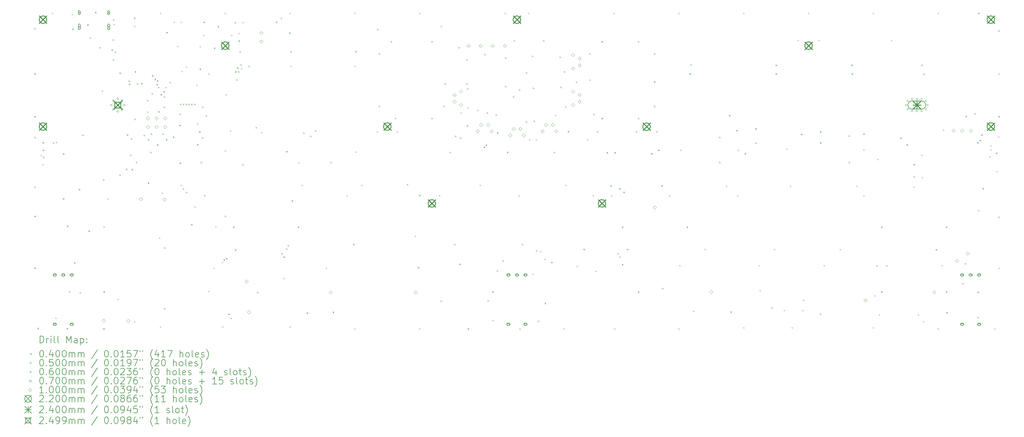
<source format=gbr>
%TF.GenerationSoftware,KiCad,Pcbnew,7.0.1-0*%
%TF.CreationDate,2023-04-15T21:12:02+09:00*%
%TF.ProjectId,Sandy_Base,53616e64-795f-4426-9173-652e6b696361,v.0*%
%TF.SameCoordinates,Original*%
%TF.FileFunction,Drillmap*%
%TF.FilePolarity,Positive*%
%FSLAX45Y45*%
G04 Gerber Fmt 4.5, Leading zero omitted, Abs format (unit mm)*
G04 Created by KiCad (PCBNEW 7.0.1-0) date 2023-04-15 21:12:02*
%MOMM*%
%LPD*%
G01*
G04 APERTURE LIST*
%ADD10C,0.200000*%
%ADD11C,0.040000*%
%ADD12C,0.050000*%
%ADD13C,0.060000*%
%ADD14C,0.070000*%
%ADD15C,0.100000*%
%ADD16C,0.220000*%
%ADD17C,0.240000*%
%ADD18C,0.249940*%
G04 APERTURE END LIST*
D10*
D11*
X1723893Y-2299341D02*
X1763893Y-2339341D01*
X1763893Y-2299341D02*
X1723893Y-2339341D01*
X1727908Y-4891728D02*
X1767908Y-4931728D01*
X1767908Y-4891728D02*
X1727908Y-4931728D01*
X1728656Y-6966590D02*
X1768656Y-7006590D01*
X1768656Y-6966590D02*
X1728656Y-7006590D01*
X1728656Y-3632840D02*
X1768656Y-3672840D01*
X1768656Y-3632840D02*
X1728656Y-3672840D01*
X1728656Y-5499741D02*
X1768656Y-5539741D01*
X1768656Y-5499741D02*
X1728656Y-5539741D01*
X1728656Y-7823840D02*
X1768656Y-7863840D01*
X1768656Y-7823840D02*
X1728656Y-7863840D01*
X1728656Y-9347841D02*
X1768656Y-9387841D01*
X1768656Y-9347841D02*
X1728656Y-9387841D01*
X1820000Y-11120000D02*
X1860000Y-11160000D01*
X1860000Y-11120000D02*
X1820000Y-11160000D01*
X1914393Y-6029965D02*
X1954393Y-6069965D01*
X1954393Y-6029965D02*
X1914393Y-6069965D01*
X1965193Y-6299840D02*
X2005193Y-6339840D01*
X2005193Y-6299840D02*
X1965193Y-6339840D01*
X1966781Y-5656903D02*
X2006781Y-5696903D01*
X2006781Y-5656903D02*
X1966781Y-5696903D01*
X1976110Y-5877565D02*
X2016110Y-5917565D01*
X2016110Y-5877565D02*
X1976110Y-5917565D01*
X1983713Y-6083720D02*
X2023713Y-6123720D01*
X2023713Y-6083720D02*
X1983713Y-6123720D01*
X2244594Y-1846903D02*
X2284594Y-1886903D01*
X2284594Y-1846903D02*
X2244594Y-1886903D01*
X2272350Y-5658487D02*
X2312350Y-5698487D01*
X2312350Y-5658487D02*
X2272350Y-5698487D01*
X2346194Y-10821041D02*
X2386194Y-10861041D01*
X2386194Y-10821041D02*
X2346194Y-10861041D01*
X2359593Y-5645680D02*
X2399593Y-5685680D01*
X2399593Y-5645680D02*
X2359593Y-5685680D01*
X2569593Y-5987840D02*
X2609593Y-6027840D01*
X2609593Y-5987840D02*
X2569593Y-6027840D01*
X2569593Y-7307840D02*
X2609593Y-7347840D01*
X2609593Y-7307840D02*
X2569593Y-7347840D01*
X2680000Y-11125841D02*
X2720000Y-11165841D01*
X2720000Y-11125841D02*
X2680000Y-11165841D01*
X2689593Y-8112840D02*
X2729593Y-8152840D01*
X2729593Y-8112840D02*
X2689593Y-8152840D01*
X2750000Y-10040000D02*
X2790000Y-10080000D01*
X2790000Y-10040000D02*
X2750000Y-10080000D01*
X2828793Y-1880240D02*
X2868793Y-1920240D01*
X2868793Y-1880240D02*
X2828793Y-1920240D01*
X2844593Y-2317837D02*
X2884593Y-2357837D01*
X2884593Y-2317837D02*
X2844593Y-2357837D01*
X2894593Y-9192841D02*
X2934593Y-9232841D01*
X2934593Y-9192841D02*
X2894593Y-9232841D01*
X3038343Y-7036440D02*
X3078343Y-7076440D01*
X3078343Y-7036440D02*
X3038343Y-7076440D01*
X3060000Y-10070000D02*
X3100000Y-10110000D01*
X3100000Y-10070000D02*
X3060000Y-10110000D01*
X3140000Y-5430000D02*
X3180000Y-5470000D01*
X3180000Y-5430000D02*
X3140000Y-5470000D01*
X3284593Y-2187095D02*
X3324593Y-2227095D01*
X3324593Y-2187095D02*
X3284593Y-2227095D01*
X3319593Y-8257840D02*
X3359593Y-8297840D01*
X3359593Y-8257840D02*
X3319593Y-8297840D01*
X3354593Y-2567837D02*
X3394593Y-2607837D01*
X3394593Y-2567837D02*
X3354593Y-2607837D01*
X3514593Y-1827836D02*
X3554593Y-1867836D01*
X3554593Y-1827836D02*
X3514593Y-1867836D01*
X3644593Y-2857836D02*
X3684593Y-2897836D01*
X3684593Y-2857836D02*
X3644593Y-2897836D01*
X3708866Y-4131913D02*
X3748866Y-4171913D01*
X3748866Y-4131913D02*
X3708866Y-4171913D01*
X3746847Y-6744376D02*
X3786847Y-6784376D01*
X3786847Y-6744376D02*
X3746847Y-6784376D01*
X3752718Y-11133778D02*
X3792718Y-11173778D01*
X3792718Y-11133778D02*
X3752718Y-11173778D01*
X3759593Y-8137840D02*
X3799593Y-8177840D01*
X3799593Y-8137840D02*
X3759593Y-8177840D01*
X3759593Y-10047841D02*
X3799593Y-10087841D01*
X3799593Y-10047841D02*
X3759593Y-10087841D01*
X3869593Y-7307840D02*
X3909593Y-7347840D01*
X3909593Y-7307840D02*
X3869593Y-7347840D01*
X3996593Y-2924836D02*
X4036593Y-2964836D01*
X4036593Y-2924836D02*
X3996593Y-2964836D01*
X4024593Y-2627837D02*
X4064593Y-2667837D01*
X4064593Y-2627837D02*
X4024593Y-2667837D01*
X4032491Y-3210938D02*
X4072491Y-3250938D01*
X4072491Y-3210938D02*
X4032491Y-3250938D01*
X4044593Y-2037836D02*
X4084593Y-2077836D01*
X4084593Y-2037836D02*
X4044593Y-2077836D01*
X4054593Y-2177837D02*
X4094593Y-2217837D01*
X4094593Y-2177837D02*
X4054593Y-2217837D01*
X4094593Y-2987836D02*
X4134593Y-3027836D01*
X4134593Y-2987836D02*
X4094593Y-3027836D01*
X4174993Y-10262241D02*
X4214994Y-10302241D01*
X4214994Y-10262241D02*
X4174993Y-10302241D01*
X4229593Y-3607840D02*
X4269593Y-3647840D01*
X4269593Y-3607840D02*
X4229593Y-3647840D01*
X4229598Y-6609876D02*
X4269598Y-6649876D01*
X4269598Y-6609876D02*
X4229598Y-6649876D01*
X4419598Y-6437840D02*
X4459598Y-6477840D01*
X4459598Y-6437840D02*
X4419598Y-6477840D01*
X4449593Y-5427841D02*
X4489593Y-5467841D01*
X4489593Y-5427841D02*
X4449593Y-5467841D01*
X4500000Y-3840000D02*
X4540000Y-3880000D01*
X4540000Y-3840000D02*
X4500000Y-3880000D01*
X4508843Y-3938843D02*
X4548843Y-3978843D01*
X4548843Y-3938843D02*
X4508843Y-3978843D01*
X4539593Y-6027840D02*
X4579593Y-6067840D01*
X4579593Y-6027840D02*
X4539593Y-6067840D01*
X4570000Y-5540000D02*
X4610000Y-5580000D01*
X4610000Y-5540000D02*
X4570000Y-5580000D01*
X4589593Y-6447840D02*
X4629593Y-6487840D01*
X4629593Y-6447840D02*
X4589593Y-6487840D01*
X4657594Y-1997715D02*
X4697594Y-2037715D01*
X4697594Y-1997715D02*
X4657594Y-2037715D01*
X4657594Y-10922641D02*
X4697594Y-10962641D01*
X4697594Y-10922641D02*
X4657594Y-10962641D01*
X4664594Y-2227837D02*
X4704594Y-2267837D01*
X4704594Y-2227837D02*
X4664594Y-2267837D01*
X4669593Y-4967841D02*
X4709593Y-5007841D01*
X4709593Y-4967841D02*
X4669593Y-5007841D01*
X4682810Y-3566803D02*
X4722810Y-3606803D01*
X4722810Y-3566803D02*
X4682810Y-3606803D01*
X4709593Y-6237840D02*
X4749593Y-6277840D01*
X4749593Y-6237840D02*
X4709593Y-6277840D01*
X4744594Y-3927836D02*
X4784594Y-3967836D01*
X4784594Y-3927836D02*
X4744594Y-3967836D01*
X4868365Y-3917522D02*
X4908365Y-3957522D01*
X4908365Y-3917522D02*
X4868365Y-3957522D01*
X4939593Y-5437841D02*
X4979593Y-5477841D01*
X4979593Y-5437841D02*
X4939593Y-5477841D01*
X5038594Y-4750441D02*
X5078594Y-4790441D01*
X5078594Y-4750441D02*
X5038594Y-4790441D01*
X5039593Y-4417841D02*
X5079593Y-4457841D01*
X5079593Y-4417841D02*
X5039593Y-4457841D01*
X5062406Y-6847528D02*
X5102406Y-6887528D01*
X5102406Y-6847528D02*
X5062406Y-6887528D01*
X5069593Y-5569276D02*
X5109593Y-5609276D01*
X5109593Y-5569276D02*
X5069593Y-5609276D01*
X5133767Y-5937814D02*
X5173767Y-5977814D01*
X5173767Y-5937814D02*
X5133767Y-5977814D01*
X5149593Y-5397841D02*
X5189593Y-5437841D01*
X5189593Y-5397841D02*
X5149593Y-5437841D01*
X5178294Y-4210688D02*
X5218294Y-4250688D01*
X5218294Y-4210688D02*
X5178294Y-4250688D01*
X5183440Y-3684937D02*
X5223440Y-3724937D01*
X5223440Y-3684937D02*
X5183440Y-3724937D01*
X5266895Y-3787105D02*
X5306895Y-3827105D01*
X5306895Y-3787105D02*
X5266895Y-3827105D01*
X5321565Y-3947322D02*
X5361565Y-3987322D01*
X5361565Y-3947322D02*
X5321565Y-3987322D01*
X5331594Y-3836836D02*
X5371594Y-3876836D01*
X5371594Y-3836836D02*
X5331594Y-3876836D01*
X5335000Y-5717160D02*
X5375000Y-5757160D01*
X5375000Y-5717160D02*
X5335000Y-5757160D01*
X5360990Y-4027807D02*
X5400990Y-4067807D01*
X5400990Y-4027807D02*
X5360990Y-4067807D01*
X5368794Y-4745361D02*
X5408794Y-4785361D01*
X5408794Y-4745361D02*
X5368794Y-4785361D01*
X5394194Y-8458841D02*
X5434194Y-8498841D01*
X5434194Y-8458841D02*
X5394194Y-8498841D01*
X5419594Y-1846903D02*
X5459594Y-1886903D01*
X5459594Y-1846903D02*
X5419594Y-1886903D01*
X5419594Y-11075041D02*
X5459594Y-11115041D01*
X5459594Y-11075041D02*
X5419594Y-11115041D01*
X5440766Y-4241588D02*
X5480766Y-4281588D01*
X5480766Y-4241588D02*
X5440766Y-4281588D01*
X5468606Y-7138040D02*
X5508606Y-7178040D01*
X5508606Y-7138040D02*
X5468606Y-7178040D01*
X5489593Y-5397841D02*
X5529593Y-5437841D01*
X5529593Y-5397841D02*
X5489593Y-5437841D01*
X5521194Y-4153540D02*
X5561194Y-4193540D01*
X5561194Y-4153540D02*
X5521194Y-4193540D01*
X5531354Y-4305941D02*
X5571354Y-4345941D01*
X5571354Y-4305941D02*
X5531354Y-4345941D01*
X5531354Y-4608201D02*
X5571354Y-4648201D01*
X5571354Y-4608201D02*
X5531354Y-4648201D01*
X5538656Y-10538466D02*
X5578656Y-10578466D01*
X5578656Y-10538466D02*
X5538656Y-10578466D01*
X5538656Y-8752528D02*
X5578656Y-8792528D01*
X5578656Y-8752528D02*
X5538656Y-8792528D01*
X5579931Y-4031303D02*
X5619931Y-4071303D01*
X5619931Y-4031303D02*
X5579931Y-4071303D01*
X5595458Y-5569276D02*
X5635458Y-5609276D01*
X5635458Y-5569276D02*
X5595458Y-5609276D01*
X5609593Y-2413641D02*
X5649593Y-2453641D01*
X5649593Y-2413641D02*
X5609593Y-2453641D01*
X5703756Y-3882078D02*
X5743756Y-3922078D01*
X5743756Y-3882078D02*
X5703756Y-3922078D01*
X5800593Y-5490000D02*
X5840593Y-5530000D01*
X5840593Y-5490000D02*
X5800593Y-5530000D01*
X5825993Y-2108841D02*
X5865993Y-2148841D01*
X5865993Y-2108841D02*
X5825993Y-2148841D01*
X5927593Y-2820040D02*
X5967593Y-2860040D01*
X5967593Y-2820040D02*
X5927593Y-2860040D01*
X5989593Y-5147841D02*
X6029593Y-5187841D01*
X6029593Y-5147841D02*
X5989593Y-5187841D01*
X5999593Y-4813941D02*
X6039593Y-4853941D01*
X6039593Y-4813941D02*
X5999593Y-4853941D01*
X5999593Y-6257840D02*
X6039593Y-6297840D01*
X6039593Y-6257840D02*
X5999593Y-6297840D01*
X6009593Y-4527841D02*
X6049593Y-4567841D01*
X6049593Y-4527841D02*
X6009593Y-4567841D01*
X6029193Y-2108841D02*
X6069193Y-2148841D01*
X6069193Y-2108841D02*
X6029193Y-2148841D01*
X6029193Y-6909440D02*
X6069193Y-6949440D01*
X6069193Y-6909440D02*
X6029193Y-6949440D01*
X6054593Y-3556640D02*
X6094593Y-3596640D01*
X6094593Y-3556640D02*
X6054593Y-3596640D01*
X6094181Y-7012528D02*
X6134181Y-7052528D01*
X6134181Y-7012528D02*
X6094181Y-7052528D01*
X6094227Y-4523421D02*
X6134227Y-4563421D01*
X6134227Y-4523421D02*
X6094227Y-4563421D01*
X6174359Y-4528126D02*
X6214359Y-4568126D01*
X6214359Y-4528126D02*
X6174359Y-4568126D01*
X6181593Y-3429640D02*
X6221593Y-3469640D01*
X6221593Y-3429640D02*
X6181593Y-3469640D01*
X6183306Y-7117528D02*
X6223306Y-7157528D01*
X6223306Y-7117528D02*
X6183306Y-7157528D01*
X6254628Y-4527822D02*
X6294628Y-4567822D01*
X6294628Y-4527822D02*
X6254628Y-4567822D01*
X6334899Y-4527842D02*
X6374899Y-4567842D01*
X6374899Y-4527842D02*
X6334899Y-4567842D01*
X6340000Y-8070000D02*
X6380000Y-8110000D01*
X6380000Y-8070000D02*
X6340000Y-8110000D01*
X6429593Y-4527841D02*
X6469593Y-4567841D01*
X6469593Y-4527841D02*
X6429593Y-4567841D01*
X6435593Y-7544440D02*
X6475593Y-7584440D01*
X6475593Y-7544440D02*
X6435593Y-7584440D01*
X6486393Y-3963040D02*
X6526393Y-4003040D01*
X6526393Y-3963040D02*
X6486393Y-4003040D01*
X6511793Y-5106041D02*
X6551793Y-5146041D01*
X6551793Y-5106041D02*
X6511793Y-5146041D01*
X6511793Y-5710680D02*
X6551793Y-5750680D01*
X6551793Y-5710680D02*
X6511793Y-5750680D01*
X6574763Y-5334641D02*
X6614763Y-5374641D01*
X6614763Y-5334641D02*
X6574763Y-5374641D01*
X6587993Y-2827840D02*
X6627993Y-2867840D01*
X6627993Y-2827840D02*
X6587993Y-2867840D01*
X6587993Y-3496315D02*
X6627993Y-3536315D01*
X6627993Y-3496315D02*
X6587993Y-3536315D01*
X6616093Y-6236356D02*
X6656093Y-6276356D01*
X6656093Y-6236356D02*
X6616093Y-6276356D01*
X6662093Y-4607907D02*
X6702093Y-4647907D01*
X6702093Y-4607907D02*
X6662093Y-4647907D01*
X6662093Y-5518950D02*
X6702093Y-5558950D01*
X6702093Y-5518950D02*
X6662093Y-5558950D01*
X6689593Y-2497841D02*
X6729593Y-2537841D01*
X6729593Y-2497841D02*
X6689593Y-2537841D01*
X6702293Y-2108841D02*
X6742293Y-2148841D01*
X6742293Y-2108841D02*
X6702293Y-2148841D01*
X6718325Y-7209271D02*
X6758325Y-7249271D01*
X6758325Y-7209271D02*
X6718325Y-7249271D01*
X6759593Y-4867841D02*
X6799593Y-4907841D01*
X6799593Y-4867841D02*
X6759593Y-4907841D01*
X6841993Y-3632840D02*
X6881993Y-3672840D01*
X6881993Y-3632840D02*
X6841993Y-3672840D01*
X6841993Y-10033641D02*
X6881993Y-10073641D01*
X6881993Y-10033641D02*
X6841993Y-10073641D01*
X6994393Y-9347841D02*
X7034393Y-9387841D01*
X7034393Y-9347841D02*
X6994393Y-9387841D01*
X7009593Y-2877840D02*
X7049593Y-2917840D01*
X7049593Y-2877840D02*
X7009593Y-2917840D01*
X7045193Y-8128640D02*
X7085193Y-8168640D01*
X7085193Y-8128640D02*
X7045193Y-8168640D01*
X7119593Y-2237841D02*
X7159593Y-2277841D01*
X7159593Y-2237841D02*
X7119593Y-2277841D01*
X7239593Y-9177841D02*
X7279593Y-9217841D01*
X7279593Y-9177841D02*
X7239593Y-9217841D01*
X7248393Y-11075041D02*
X7288393Y-11115041D01*
X7288393Y-11075041D02*
X7248393Y-11115041D01*
X7289593Y-9107841D02*
X7329593Y-9147841D01*
X7329593Y-9107841D02*
X7289593Y-9147841D01*
X7324593Y-1846903D02*
X7364593Y-1886903D01*
X7364593Y-1846903D02*
X7324593Y-1886903D01*
X7324593Y-5893440D02*
X7364593Y-5933440D01*
X7364593Y-5893440D02*
X7324593Y-5933440D01*
X7328744Y-7819690D02*
X7368744Y-7859690D01*
X7368744Y-7819690D02*
X7328744Y-7859690D01*
X7349993Y-4242441D02*
X7389993Y-4282441D01*
X7389993Y-4242441D02*
X7349993Y-4282441D01*
X7359593Y-9067841D02*
X7399593Y-9107841D01*
X7399593Y-9067841D02*
X7359593Y-9107841D01*
X7429593Y-10703466D02*
X7469593Y-10743466D01*
X7469593Y-10703466D02*
X7429593Y-10743466D01*
X7476993Y-5309241D02*
X7516993Y-5349241D01*
X7516993Y-5309241D02*
X7476993Y-5349241D01*
X7499593Y-10822528D02*
X7539593Y-10862528D01*
X7539593Y-10822528D02*
X7499593Y-10862528D01*
X7509593Y-2497841D02*
X7549593Y-2537841D01*
X7549593Y-2497841D02*
X7509593Y-2537841D01*
X7568594Y-8141365D02*
X7608594Y-8181365D01*
X7608594Y-8141365D02*
X7568594Y-8181365D01*
X7614593Y-2122841D02*
X7654593Y-2162841D01*
X7654593Y-2122841D02*
X7614593Y-2162841D01*
X7625688Y-8814441D02*
X7665688Y-8854441D01*
X7665688Y-8814441D02*
X7625688Y-8854441D01*
X7629393Y-3569340D02*
X7669393Y-3609340D01*
X7669393Y-3569340D02*
X7629393Y-3609340D01*
X7669593Y-3807840D02*
X7709593Y-3847840D01*
X7709593Y-3807840D02*
X7669593Y-3847840D01*
X7692972Y-3454966D02*
X7732972Y-3494966D01*
X7732972Y-3454966D02*
X7692972Y-3494966D01*
X7718293Y-3569341D02*
X7758293Y-3609341D01*
X7758293Y-3569341D02*
X7718293Y-3609341D01*
X7730000Y-2439041D02*
X7770000Y-2479041D01*
X7770000Y-2439041D02*
X7730000Y-2479041D01*
X7730000Y-2661288D02*
X7770000Y-2701288D01*
X7770000Y-2661288D02*
X7730000Y-2701288D01*
X7759593Y-2977840D02*
X7799593Y-3017840D01*
X7799593Y-2977840D02*
X7759593Y-3017840D01*
X7783114Y-3367002D02*
X7823114Y-3407002D01*
X7823114Y-3367002D02*
X7783114Y-3407002D01*
X7807347Y-3480287D02*
X7847347Y-3520287D01*
X7847347Y-3480287D02*
X7807347Y-3520287D01*
X7834593Y-6302840D02*
X7874593Y-6342840D01*
X7874593Y-6302840D02*
X7834593Y-6342840D01*
X7849593Y-2117841D02*
X7889593Y-2157841D01*
X7889593Y-2117841D02*
X7849593Y-2157841D01*
X8019593Y-3407840D02*
X8059593Y-3447840D01*
X8059593Y-3407840D02*
X8019593Y-3447840D01*
X8235774Y-5212884D02*
X8275774Y-5252884D01*
X8275774Y-5212884D02*
X8235774Y-5252884D01*
X8277093Y-10062216D02*
X8317093Y-10102216D01*
X8317093Y-10062216D02*
X8277093Y-10102216D01*
X8391394Y-5360041D02*
X8431394Y-5400041D01*
X8431394Y-5360041D02*
X8391394Y-5400041D01*
X8829593Y-2108841D02*
X8869593Y-2148841D01*
X8869593Y-2108841D02*
X8829593Y-2148841D01*
X8972419Y-1997715D02*
X9012419Y-2037715D01*
X9012419Y-1997715D02*
X8972419Y-2037715D01*
X8988294Y-8919216D02*
X9028294Y-8959216D01*
X9028294Y-8919216D02*
X8988294Y-8959216D01*
X9051264Y-9021345D02*
X9091264Y-9061345D01*
X9091264Y-9021345D02*
X9051264Y-9061345D01*
X9051794Y-9652641D02*
X9091794Y-9692641D01*
X9091794Y-9652641D02*
X9051794Y-9692641D01*
X9129593Y-8787841D02*
X9169593Y-8827841D01*
X9169593Y-8787841D02*
X9129593Y-8827841D01*
X9130000Y-5920000D02*
X9170000Y-5960000D01*
X9170000Y-5920000D02*
X9130000Y-5960000D01*
X9172806Y-8684628D02*
X9212806Y-8724628D01*
X9212806Y-8684628D02*
X9172806Y-8724628D01*
X9219593Y-2427841D02*
X9259593Y-2467841D01*
X9259593Y-2427841D02*
X9219593Y-2467841D01*
X9229594Y-1846903D02*
X9269594Y-1886903D01*
X9269594Y-1846903D02*
X9229594Y-1886903D01*
X9229594Y-11075041D02*
X9269594Y-11115041D01*
X9269594Y-11075041D02*
X9229594Y-11115041D01*
X9254994Y-3404240D02*
X9294994Y-3444240D01*
X9294994Y-3404240D02*
X9254994Y-3444240D01*
X9259594Y-2977840D02*
X9299594Y-3017840D01*
X9299594Y-2977840D02*
X9259594Y-3017840D01*
X9293094Y-7366640D02*
X9333094Y-7406640D01*
X9333094Y-7366640D02*
X9293094Y-7406640D01*
X9473594Y-8140000D02*
X9513594Y-8180000D01*
X9513594Y-8140000D02*
X9473594Y-8180000D01*
X9483594Y-6249040D02*
X9523594Y-6289040D01*
X9523594Y-6249040D02*
X9483594Y-6289040D01*
X9585194Y-6909440D02*
X9625194Y-6949440D01*
X9625194Y-6909440D02*
X9585194Y-6949440D01*
X9630000Y-5370000D02*
X9670000Y-5410000D01*
X9670000Y-5370000D02*
X9630000Y-5410000D01*
X9729593Y-10667841D02*
X9769593Y-10707841D01*
X9769593Y-10667841D02*
X9729593Y-10707841D01*
X9835156Y-5465871D02*
X9875156Y-5505871D01*
X9875156Y-5465871D02*
X9835156Y-5505871D01*
X9979593Y-5307841D02*
X10019593Y-5347841D01*
X10019593Y-5307841D02*
X9979593Y-5347841D01*
X10296394Y-9347841D02*
X10336394Y-9387841D01*
X10336394Y-9347841D02*
X10296394Y-9387841D01*
X10426094Y-6236356D02*
X10466094Y-6276356D01*
X10466094Y-6236356D02*
X10426094Y-6276356D01*
X10499593Y-10647841D02*
X10539593Y-10687841D01*
X10539593Y-10647841D02*
X10499593Y-10687841D01*
X10905994Y-7214240D02*
X10945994Y-7254240D01*
X10945994Y-7214240D02*
X10905994Y-7254240D01*
X11099593Y-8647841D02*
X11139593Y-8687841D01*
X11139593Y-8647841D02*
X11099593Y-8687841D01*
X11134594Y-1846903D02*
X11174594Y-1886903D01*
X11174594Y-1846903D02*
X11134594Y-1886903D01*
X11134594Y-3404240D02*
X11174594Y-3444240D01*
X11174594Y-3404240D02*
X11134594Y-3444240D01*
X11134594Y-11133778D02*
X11174594Y-11173778D01*
X11174594Y-11133778D02*
X11134594Y-11173778D01*
X11159594Y-2977840D02*
X11199593Y-3017840D01*
X11199593Y-2977840D02*
X11159594Y-3017840D01*
X11159594Y-5927840D02*
X11199593Y-5967840D01*
X11199593Y-5927840D02*
X11159594Y-5967840D01*
X11337793Y-6909440D02*
X11377793Y-6949440D01*
X11377793Y-6909440D02*
X11337793Y-6949440D01*
X11794993Y-5334641D02*
X11834993Y-5374641D01*
X11834993Y-5334641D02*
X11794993Y-5374641D01*
X11809593Y-2327841D02*
X11849593Y-2367841D01*
X11849593Y-2327841D02*
X11809593Y-2367841D01*
X11848968Y-3037528D02*
X11888968Y-3077528D01*
X11888968Y-3037528D02*
X11848968Y-3077528D01*
X11848968Y-4585341D02*
X11888968Y-4625341D01*
X11888968Y-4585341D02*
X11848968Y-4625341D01*
X12206156Y-2680341D02*
X12246156Y-2720341D01*
X12246156Y-2680341D02*
X12206156Y-2720341D01*
X12325218Y-4942528D02*
X12365218Y-4982528D01*
X12365218Y-4942528D02*
X12325218Y-4982528D01*
X12379193Y-5334641D02*
X12419193Y-5374641D01*
X12419193Y-5334641D02*
X12379193Y-5374641D01*
X12679593Y-6887840D02*
X12719593Y-6927840D01*
X12719593Y-6887840D02*
X12679593Y-6927840D01*
X12912593Y-8408041D02*
X12952593Y-8448041D01*
X12952593Y-8408041D02*
X12912593Y-8448041D01*
X13001206Y-9330259D02*
X13041206Y-9370259D01*
X13041206Y-9330259D02*
X13001206Y-9370259D01*
X13039593Y-1846903D02*
X13079593Y-1886903D01*
X13079593Y-1846903D02*
X13039593Y-1886903D01*
X13039593Y-7212261D02*
X13079593Y-7252261D01*
X13079593Y-7212261D02*
X13039593Y-7252261D01*
X13039593Y-11133778D02*
X13079593Y-11173778D01*
X13079593Y-11133778D02*
X13039593Y-11173778D01*
X13396781Y-2680341D02*
X13436781Y-2720341D01*
X13436781Y-2680341D02*
X13396781Y-2720341D01*
X13396781Y-4942528D02*
X13436781Y-4982528D01*
X13436781Y-4942528D02*
X13396781Y-4982528D01*
X13623793Y-7214240D02*
X13663793Y-7254240D01*
X13663793Y-7214240D02*
X13623793Y-7254240D01*
X13670000Y-10320000D02*
X13710000Y-10360000D01*
X13710000Y-10320000D02*
X13670000Y-10360000D01*
X13674593Y-2235841D02*
X13714593Y-2275841D01*
X13714593Y-2235841D02*
X13674593Y-2275841D01*
X13753968Y-4585341D02*
X13793968Y-4625341D01*
X13793968Y-4585341D02*
X13753968Y-4625341D01*
X13788893Y-3924940D02*
X13828893Y-3964940D01*
X13828893Y-3924940D02*
X13788893Y-3964940D01*
X13929593Y-5937840D02*
X13969593Y-5977840D01*
X13969593Y-5937840D02*
X13929593Y-5977840D01*
X14069593Y-8647841D02*
X14109593Y-8687841D01*
X14109593Y-8647841D02*
X14069593Y-8687841D01*
X14092689Y-5465871D02*
X14132689Y-5505871D01*
X14132689Y-5465871D02*
X14092689Y-5505871D01*
X14195293Y-2858140D02*
X14235293Y-2898140D01*
X14235293Y-2858140D02*
X14195293Y-2898140D01*
X14215403Y-9230811D02*
X14255403Y-9270811D01*
X14255403Y-9230811D02*
X14215403Y-9270811D01*
X14239593Y-5518950D02*
X14279593Y-5558950D01*
X14279593Y-5518950D02*
X14239593Y-5558950D01*
X14258793Y-4775841D02*
X14298793Y-4815841D01*
X14298793Y-4775841D02*
X14258793Y-4815841D01*
X14423893Y-3213740D02*
X14463893Y-3253740D01*
X14463893Y-3213740D02*
X14423893Y-3253740D01*
X14423893Y-3924940D02*
X14463893Y-3964940D01*
X14463893Y-3924940D02*
X14423893Y-3964940D01*
X14439593Y-5157841D02*
X14479593Y-5197841D01*
X14479593Y-5157841D02*
X14439593Y-5197841D01*
X14450000Y-4070000D02*
X14490000Y-4110000D01*
X14490000Y-4070000D02*
X14450000Y-4110000D01*
X14461993Y-4623441D02*
X14501993Y-4663441D01*
X14501993Y-4623441D02*
X14461993Y-4663441D01*
X14468343Y-11133778D02*
X14508343Y-11173778D01*
X14508343Y-11133778D02*
X14468343Y-11173778D01*
X14741393Y-4699641D02*
X14781393Y-4739641D01*
X14781393Y-4699641D02*
X14741393Y-4739641D01*
X14817593Y-6909440D02*
X14857593Y-6949440D01*
X14857593Y-6909440D02*
X14817593Y-6949440D01*
X14939593Y-5791170D02*
X14979593Y-5831170D01*
X14979593Y-5791170D02*
X14939593Y-5831170D01*
X14957293Y-3061340D02*
X14997293Y-3101340D01*
X14997293Y-3061340D02*
X14957293Y-3101340D01*
X14995393Y-5728200D02*
X15035393Y-5768200D01*
X15035393Y-5728200D02*
X14995393Y-5768200D01*
X15027067Y-4782114D02*
X15067067Y-4822114D01*
X15067067Y-4782114D02*
X15027067Y-4822114D01*
X15049593Y-10307841D02*
X15089593Y-10347841D01*
X15089593Y-10307841D02*
X15049593Y-10347841D01*
X15188597Y-10046376D02*
X15228597Y-10086376D01*
X15228597Y-10046376D02*
X15188597Y-10086376D01*
X15189593Y-10887841D02*
X15229593Y-10927841D01*
X15229593Y-10887841D02*
X15189593Y-10927841D01*
X15287493Y-4839341D02*
X15327493Y-4879341D01*
X15327493Y-4839341D02*
X15287493Y-4879341D01*
X15320000Y-9430000D02*
X15360000Y-9470000D01*
X15360000Y-9430000D02*
X15320000Y-9470000D01*
X15325593Y-5374871D02*
X15365593Y-5414871D01*
X15365593Y-5374871D02*
X15325593Y-5414871D01*
X15489593Y-9130000D02*
X15529593Y-9170000D01*
X15529593Y-9130000D02*
X15489593Y-9170000D01*
X15554193Y-1846903D02*
X15594193Y-1886903D01*
X15594193Y-1846903D02*
X15554193Y-1886903D01*
X15566893Y-3162940D02*
X15606893Y-3202940D01*
X15606893Y-3162940D02*
X15566893Y-3202940D01*
X15566893Y-4001140D02*
X15606893Y-4041140D01*
X15606893Y-4001140D02*
X15566893Y-4041140D01*
X15620000Y-5940000D02*
X15660000Y-5980000D01*
X15660000Y-5940000D02*
X15620000Y-5980000D01*
X15795493Y-4305941D02*
X15835493Y-4345941D01*
X15835493Y-4305941D02*
X15795493Y-4345941D01*
X15820893Y-2654941D02*
X15860893Y-2694941D01*
X15860893Y-2654941D02*
X15820893Y-2694941D01*
X15960593Y-7214240D02*
X16000593Y-7254240D01*
X16000593Y-7214240D02*
X15960593Y-7254240D01*
X15973293Y-4102740D02*
X16013293Y-4142740D01*
X16013293Y-4102740D02*
X15973293Y-4142740D01*
X15985993Y-11133778D02*
X16025993Y-11173778D01*
X16025993Y-11133778D02*
X15985993Y-11173778D01*
X16059593Y-8647841D02*
X16099593Y-8687841D01*
X16099593Y-8647841D02*
X16059593Y-8687841D01*
X16176493Y-3594740D02*
X16216493Y-3634740D01*
X16216493Y-3594740D02*
X16176493Y-3634740D01*
X16176493Y-5042541D02*
X16216493Y-5082541D01*
X16216493Y-5042541D02*
X16176493Y-5082541D01*
X16239993Y-1846903D02*
X16279993Y-1886903D01*
X16279993Y-1846903D02*
X16239993Y-1886903D01*
X16265393Y-5563241D02*
X16305393Y-5603240D01*
X16305393Y-5563241D02*
X16265393Y-5603240D01*
X16354293Y-3112140D02*
X16394293Y-3152140D01*
X16394293Y-3112140D02*
X16354293Y-3152140D01*
X16366993Y-9525641D02*
X16406993Y-9565641D01*
X16406993Y-9525641D02*
X16366993Y-9565641D01*
X16379693Y-4051940D02*
X16419693Y-4091940D01*
X16419693Y-4051940D02*
X16379693Y-4091940D01*
X16405093Y-5017141D02*
X16445093Y-5057141D01*
X16445093Y-5017141D02*
X16405093Y-5057141D01*
X16468593Y-5563241D02*
X16508593Y-5603240D01*
X16508593Y-5563241D02*
X16468593Y-5603240D01*
X16474867Y-8836742D02*
X16514867Y-8876742D01*
X16514867Y-8836742D02*
X16474867Y-8876742D01*
X16529593Y-10907841D02*
X16569593Y-10947841D01*
X16569593Y-10907841D02*
X16529593Y-10947841D01*
X16595594Y-8856246D02*
X16635594Y-8896246D01*
X16635594Y-8856246D02*
X16595594Y-8896246D01*
X16684493Y-2654941D02*
X16724493Y-2694941D01*
X16724493Y-2654941D02*
X16684493Y-2694941D01*
X16722779Y-9084655D02*
X16762779Y-9124655D01*
X16762779Y-9084655D02*
X16722779Y-9124655D01*
X16730531Y-10387841D02*
X16770531Y-10427841D01*
X16770531Y-10387841D02*
X16730531Y-10427841D01*
X16919594Y-9177841D02*
X16959594Y-9217841D01*
X16959594Y-9177841D02*
X16919594Y-9217841D01*
X16999593Y-5942685D02*
X17039593Y-5982685D01*
X17039593Y-5942685D02*
X16999593Y-5982685D01*
X17027394Y-4852041D02*
X17067394Y-4892041D01*
X17067394Y-4852041D02*
X17027394Y-4892041D01*
X17167094Y-3137540D02*
X17207094Y-3177540D01*
X17207094Y-3137540D02*
X17167094Y-3177540D01*
X17192494Y-4026540D02*
X17232494Y-4066540D01*
X17232494Y-4026540D02*
X17192494Y-4066540D01*
X17281394Y-11133778D02*
X17321394Y-11173778D01*
X17321394Y-11133778D02*
X17281394Y-11173778D01*
X17294094Y-3569340D02*
X17334094Y-3609340D01*
X17334094Y-3569340D02*
X17294094Y-3609340D01*
X17332194Y-4598041D02*
X17372194Y-4638041D01*
X17372194Y-4598041D02*
X17332194Y-4638041D01*
X17332194Y-6909440D02*
X17372194Y-6949440D01*
X17372194Y-6909440D02*
X17332194Y-6949440D01*
X17408394Y-5327841D02*
X17448394Y-5367841D01*
X17448394Y-5327841D02*
X17408394Y-5367841D01*
X17649694Y-3874140D02*
X17689694Y-3914140D01*
X17689694Y-3874140D02*
X17649694Y-3914140D01*
X17669593Y-9297841D02*
X17709593Y-9337841D01*
X17709593Y-9297841D02*
X17669593Y-9337841D01*
X17869593Y-8797841D02*
X17909593Y-8837841D01*
X17909593Y-8797841D02*
X17869593Y-8837841D01*
X17974707Y-5563164D02*
X18014707Y-5603164D01*
X18014707Y-5563164D02*
X17974707Y-5603164D01*
X18040219Y-3037528D02*
X18080219Y-3077528D01*
X18080219Y-3037528D02*
X18040219Y-3077528D01*
X18043394Y-3810640D02*
X18083394Y-3850640D01*
X18083394Y-3810640D02*
X18043394Y-3850640D01*
X18144994Y-7214240D02*
X18184994Y-7254240D01*
X18184994Y-7214240D02*
X18144994Y-7254240D01*
X18159281Y-4823466D02*
X18199281Y-4863466D01*
X18199281Y-4823466D02*
X18159281Y-4863466D01*
X18220000Y-9440000D02*
X18260000Y-9480000D01*
X18260000Y-9440000D02*
X18220000Y-9480000D01*
X18259594Y-5327841D02*
X18299594Y-5367841D01*
X18299594Y-5327841D02*
X18259594Y-5367841D01*
X18397406Y-2680341D02*
X18437406Y-2720341D01*
X18437406Y-2680341D02*
X18397406Y-2720341D01*
X18397406Y-4942528D02*
X18437406Y-4982528D01*
X18437406Y-4942528D02*
X18397406Y-4982528D01*
X18549593Y-5947840D02*
X18589593Y-5987840D01*
X18589593Y-5947840D02*
X18549593Y-5987840D01*
X18659594Y-6927840D02*
X18699594Y-6967840D01*
X18699594Y-6927840D02*
X18659594Y-6967840D01*
X18678394Y-7214240D02*
X18718394Y-7254240D01*
X18718394Y-7214240D02*
X18678394Y-7254240D01*
X18754594Y-1846903D02*
X18794594Y-1886903D01*
X18794594Y-1846903D02*
X18754594Y-1886903D01*
X18770000Y-11133778D02*
X18810000Y-11173778D01*
X18810000Y-11133778D02*
X18770000Y-11173778D01*
X18779593Y-5947840D02*
X18819593Y-5987840D01*
X18819593Y-5947840D02*
X18779593Y-5987840D01*
X18869593Y-8919216D02*
X18909593Y-8959216D01*
X18909593Y-8919216D02*
X18869593Y-8959216D01*
X18917480Y-7012087D02*
X18957480Y-7052087D01*
X18957480Y-7012087D02*
X18917480Y-7052087D01*
X18929593Y-9021685D02*
X18969593Y-9061685D01*
X18969593Y-9021685D02*
X18929593Y-9061685D01*
X19000000Y-8140000D02*
X19040000Y-8180000D01*
X19040000Y-8140000D02*
X19000000Y-8180000D01*
X19000000Y-9240000D02*
X19040000Y-9280000D01*
X19040000Y-9240000D02*
X19000000Y-9280000D01*
X19042563Y-7118079D02*
X19082563Y-7158079D01*
X19082563Y-7118079D02*
X19042563Y-7158079D01*
X19149593Y-8797841D02*
X19189593Y-8837841D01*
X19189593Y-8797841D02*
X19149593Y-8837841D01*
X19409594Y-5327841D02*
X19449594Y-5367841D01*
X19449594Y-5327841D02*
X19409594Y-5367841D01*
X19468969Y-2680341D02*
X19508969Y-2720341D01*
X19508969Y-2680341D02*
X19468969Y-2720341D01*
X19468969Y-4942528D02*
X19508969Y-4982528D01*
X19508969Y-4942528D02*
X19468969Y-4982528D01*
X19470000Y-10050000D02*
X19510000Y-10090000D01*
X19510000Y-10050000D02*
X19470000Y-10090000D01*
X19859594Y-5977840D02*
X19899594Y-6017840D01*
X19899594Y-5977840D02*
X19859594Y-6017840D01*
X19945219Y-3037528D02*
X19985219Y-3077528D01*
X19985219Y-3037528D02*
X19945219Y-3077528D01*
X19945219Y-3870965D02*
X19985219Y-3910965D01*
X19985219Y-3870965D02*
X19945219Y-3910965D01*
X19945219Y-4585341D02*
X19985219Y-4625341D01*
X19985219Y-4585341D02*
X19945219Y-4625341D01*
X20009594Y-5327841D02*
X20049594Y-5367841D01*
X20049594Y-5327841D02*
X20009594Y-5367841D01*
X20059594Y-5877840D02*
X20099594Y-5917840D01*
X20099594Y-5877840D02*
X20059594Y-5917840D01*
X20159594Y-6927840D02*
X20199594Y-6967840D01*
X20199594Y-6927840D02*
X20159594Y-6967840D01*
X20183343Y-9943153D02*
X20223343Y-9983153D01*
X20223343Y-9943153D02*
X20183343Y-9983153D01*
X20380194Y-7214240D02*
X20420194Y-7254240D01*
X20420194Y-7214240D02*
X20380194Y-7254240D01*
X20659594Y-1846903D02*
X20699594Y-1886903D01*
X20699594Y-1846903D02*
X20659594Y-1886903D01*
X20659594Y-11133778D02*
X20699594Y-11173778D01*
X20699594Y-11133778D02*
X20659594Y-11173778D01*
X20684994Y-9271641D02*
X20724994Y-9311641D01*
X20724994Y-9271641D02*
X20684994Y-9311641D01*
X20709594Y-5877840D02*
X20749594Y-5917840D01*
X20749594Y-5877840D02*
X20709594Y-5917840D01*
X20903662Y-8141364D02*
X20943662Y-8181364D01*
X20943662Y-8141364D02*
X20903662Y-8181364D01*
X20986619Y-3632840D02*
X21026619Y-3672840D01*
X21026619Y-3632840D02*
X20986619Y-3672840D01*
X21009593Y-3367840D02*
X21049593Y-3407840D01*
X21049593Y-3367840D02*
X21009593Y-3407840D01*
X21091394Y-10617841D02*
X21131394Y-10657841D01*
X21131394Y-10617841D02*
X21091394Y-10657841D01*
X21429593Y-8797841D02*
X21469593Y-8837841D01*
X21469593Y-8797841D02*
X21429593Y-8837841D01*
X21859593Y-5500194D02*
X21899593Y-5540194D01*
X21899593Y-5500194D02*
X21859593Y-5540194D01*
X21859593Y-6237840D02*
X21899593Y-6277840D01*
X21899593Y-6237840D02*
X21859593Y-6277840D01*
X22056594Y-6934840D02*
X22096594Y-6974840D01*
X22096594Y-6934840D02*
X22056594Y-6974840D01*
X22149802Y-4855548D02*
X22189802Y-4895548D01*
X22189802Y-4855548D02*
X22149802Y-4895548D01*
X22192172Y-10640496D02*
X22232172Y-10680496D01*
X22232172Y-10640496D02*
X22192172Y-10680496D01*
X22359594Y-5299716D02*
X22399593Y-5339716D01*
X22399593Y-5299716D02*
X22359594Y-5339716D01*
X22386793Y-7214240D02*
X22426793Y-7254240D01*
X22426793Y-7214240D02*
X22386793Y-7254240D01*
X22412193Y-5877840D02*
X22452193Y-5917840D01*
X22452193Y-5877840D02*
X22412193Y-5917840D01*
X22564593Y-1846903D02*
X22604593Y-1886903D01*
X22604593Y-1846903D02*
X22564593Y-1886903D01*
X22564593Y-11100441D02*
X22604593Y-11140441D01*
X22604593Y-11100441D02*
X22564593Y-11140441D01*
X22609593Y-5977840D02*
X22649593Y-6017840D01*
X22649593Y-5977840D02*
X22609593Y-6017840D01*
X22920193Y-5248916D02*
X22960193Y-5288916D01*
X22960193Y-5248916D02*
X22920193Y-5288916D01*
X22925696Y-5666740D02*
X22965696Y-5706740D01*
X22965696Y-5666740D02*
X22925696Y-5706740D01*
X23021793Y-9271641D02*
X23061793Y-9311641D01*
X23061793Y-9271641D02*
X23021793Y-9311641D01*
X23047193Y-10008241D02*
X23087193Y-10048241D01*
X23087193Y-10008241D02*
X23047193Y-10048241D01*
X23390000Y-10520000D02*
X23430000Y-10560000D01*
X23430000Y-10520000D02*
X23390000Y-10560000D01*
X23469593Y-8797841D02*
X23509593Y-8837841D01*
X23509593Y-8797841D02*
X23469593Y-8837841D01*
X23517173Y-3378852D02*
X23557173Y-3418852D01*
X23557173Y-3378852D02*
X23517173Y-3418852D01*
X23517173Y-3632852D02*
X23557173Y-3672852D01*
X23557173Y-3632852D02*
X23517173Y-3672852D01*
X23758393Y-10592441D02*
X23798393Y-10632441D01*
X23798393Y-10592441D02*
X23758393Y-10632441D01*
X23834593Y-5842640D02*
X23874593Y-5882640D01*
X23874593Y-5842640D02*
X23834593Y-5882640D01*
X23936193Y-6934840D02*
X23976193Y-6974840D01*
X23976193Y-6934840D02*
X23936193Y-6974840D01*
X23986993Y-11100441D02*
X24026993Y-11140441D01*
X24026993Y-11100441D02*
X23986993Y-11140441D01*
X24164793Y-2642241D02*
X24204793Y-2682241D01*
X24204793Y-2642241D02*
X24164793Y-2682241D01*
X24259593Y-5411360D02*
X24299593Y-5451360D01*
X24299593Y-5411360D02*
X24259593Y-5451360D01*
X24299593Y-10592441D02*
X24339593Y-10632441D01*
X24339593Y-10592441D02*
X24299593Y-10632441D01*
X24320000Y-10290000D02*
X24360000Y-10330000D01*
X24360000Y-10290000D02*
X24320000Y-10330000D01*
X24469593Y-1846903D02*
X24509593Y-1886903D01*
X24509593Y-1846903D02*
X24469593Y-1886903D01*
X24774393Y-2642241D02*
X24814393Y-2682241D01*
X24814393Y-2642241D02*
X24774393Y-2682241D01*
X24820000Y-10700000D02*
X24860000Y-10740000D01*
X24860000Y-10700000D02*
X24820000Y-10740000D01*
X24825193Y-5337816D02*
X24865193Y-5377816D01*
X24865193Y-5337816D02*
X24825193Y-5377816D01*
X24825193Y-5663749D02*
X24865193Y-5703749D01*
X24865193Y-5663749D02*
X24825193Y-5703749D01*
X24926793Y-9271641D02*
X24966793Y-9311641D01*
X24966793Y-9271641D02*
X24926793Y-9311641D01*
X25399593Y-8797841D02*
X25439593Y-8837841D01*
X25439593Y-8797841D02*
X25399593Y-8837841D01*
X25660000Y-5457030D02*
X25700000Y-5497030D01*
X25700000Y-5457030D02*
X25660000Y-5497030D01*
X25666097Y-6236376D02*
X25706097Y-6276376D01*
X25706097Y-6236376D02*
X25666097Y-6276376D01*
X25739593Y-3377840D02*
X25779593Y-3417840D01*
X25779593Y-3377840D02*
X25739593Y-3417840D01*
X25749118Y-3632840D02*
X25789118Y-3672840D01*
X25789118Y-3632840D02*
X25749118Y-3672840D01*
X25891993Y-6934840D02*
X25931993Y-6974840D01*
X25931993Y-6934840D02*
X25891993Y-6974840D01*
X26095193Y-5398450D02*
X26135193Y-5438450D01*
X26135193Y-5398450D02*
X26095193Y-5438450D01*
X26095193Y-5868040D02*
X26135193Y-5908040D01*
X26135193Y-5868040D02*
X26095193Y-5908040D01*
X26095193Y-7214240D02*
X26135193Y-7254240D01*
X26135193Y-7214240D02*
X26095193Y-7254240D01*
X26374593Y-1846903D02*
X26414593Y-1886903D01*
X26414593Y-1846903D02*
X26374593Y-1886903D01*
X26374593Y-11100441D02*
X26414593Y-11140441D01*
X26414593Y-11100441D02*
X26374593Y-11140441D01*
X26425393Y-10160641D02*
X26465393Y-10200641D01*
X26465393Y-10160641D02*
X26425393Y-10200641D01*
X26479593Y-9277841D02*
X26519593Y-9317841D01*
X26519593Y-9277841D02*
X26479593Y-9317841D01*
X26501593Y-6147440D02*
X26541593Y-6187440D01*
X26541593Y-6147440D02*
X26501593Y-6187440D01*
X26552393Y-10719441D02*
X26592393Y-10759441D01*
X26592393Y-10719441D02*
X26552393Y-10759441D01*
X26618701Y-8141368D02*
X26658701Y-8181368D01*
X26658701Y-8141368D02*
X26618701Y-8181368D01*
X26618701Y-10046373D02*
X26658701Y-10086373D01*
X26658701Y-10046373D02*
X26618701Y-10086373D01*
X26769593Y-9277841D02*
X26809593Y-9317841D01*
X26809593Y-9277841D02*
X26769593Y-9317841D01*
X26907993Y-2642241D02*
X26947993Y-2682241D01*
X26947993Y-2642241D02*
X26907993Y-2682241D01*
X27180000Y-5520000D02*
X27220000Y-5560000D01*
X27220000Y-5520000D02*
X27180000Y-5560000D01*
X27365205Y-5719710D02*
X27405205Y-5759710D01*
X27405205Y-5719710D02*
X27365205Y-5759710D01*
X27568393Y-6960240D02*
X27608393Y-7000240D01*
X27608393Y-6960240D02*
X27568393Y-7000240D01*
X27570000Y-6300000D02*
X27610000Y-6340000D01*
X27610000Y-6300000D02*
X27570000Y-6340000D01*
X27570000Y-6660000D02*
X27610000Y-6700000D01*
X27610000Y-6660000D02*
X27570000Y-6700000D01*
X27695393Y-10719441D02*
X27735393Y-10759441D01*
X27735393Y-10719441D02*
X27695393Y-10759441D01*
X27796323Y-6019770D02*
X27836323Y-6059770D01*
X27836323Y-6019770D02*
X27796323Y-6059770D01*
X27799593Y-3377840D02*
X27839593Y-3417840D01*
X27839593Y-3377840D02*
X27799593Y-3417840D01*
X27822393Y-6680840D02*
X27862393Y-6720840D01*
X27862393Y-6680840D02*
X27822393Y-6720840D01*
X27847793Y-10922641D02*
X27887793Y-10962641D01*
X27887793Y-10922641D02*
X27847793Y-10962641D01*
X27859593Y-3637840D02*
X27899593Y-3677840D01*
X27899593Y-3637840D02*
X27859593Y-3677840D01*
X28223501Y-8805993D02*
X28263501Y-8845993D01*
X28263501Y-8805993D02*
X28223501Y-8845993D01*
X28279593Y-1846903D02*
X28319593Y-1886903D01*
X28319593Y-1846903D02*
X28279593Y-1886903D01*
X28279593Y-11133778D02*
X28319593Y-11173778D01*
X28319593Y-11133778D02*
X28279593Y-11173778D01*
X28389593Y-9271641D02*
X28429593Y-9311641D01*
X28429593Y-9271641D02*
X28389593Y-9311641D01*
X28431993Y-5283841D02*
X28471993Y-5323841D01*
X28471993Y-5283841D02*
X28431993Y-5323841D01*
X28523709Y-10046377D02*
X28563709Y-10086377D01*
X28563709Y-10046377D02*
X28523709Y-10086377D01*
X28523710Y-8141368D02*
X28563710Y-8181368D01*
X28563710Y-8141368D02*
X28523710Y-8181368D01*
X28540000Y-10660000D02*
X28580000Y-10700000D01*
X28580000Y-10660000D02*
X28540000Y-10700000D01*
X29000000Y-9800000D02*
X29040000Y-9840000D01*
X29040000Y-9800000D02*
X29000000Y-9840000D01*
X29079593Y-9217841D02*
X29119593Y-9257841D01*
X29119593Y-9217841D02*
X29079593Y-9257841D01*
X29099593Y-4882841D02*
X29139593Y-4922841D01*
X29139593Y-4882841D02*
X29099593Y-4922841D01*
X29359593Y-4807841D02*
X29399593Y-4847841D01*
X29399593Y-4807841D02*
X29359593Y-4847841D01*
X29440293Y-5657160D02*
X29480293Y-5697160D01*
X29480293Y-5657160D02*
X29440293Y-5697160D01*
X29450000Y-10060000D02*
X29490000Y-10100000D01*
X29490000Y-10060000D02*
X29450000Y-10100000D01*
X29450000Y-10800000D02*
X29490000Y-10840000D01*
X29490000Y-10800000D02*
X29450000Y-10840000D01*
X29469593Y-7647840D02*
X29509593Y-7687840D01*
X29509593Y-7647840D02*
X29469593Y-7687840D01*
X29470218Y-1846903D02*
X29510218Y-1886903D01*
X29510218Y-1846903D02*
X29470218Y-1886903D01*
X29509593Y-5587841D02*
X29549593Y-5627840D01*
X29549593Y-5587841D02*
X29509593Y-5627840D01*
X29559593Y-5427841D02*
X29599593Y-5467841D01*
X29599593Y-5427841D02*
X29559593Y-5467841D01*
X29599593Y-7007840D02*
X29639593Y-7047840D01*
X29639593Y-7007840D02*
X29599593Y-7047840D01*
X29803593Y-6071240D02*
X29843593Y-6111240D01*
X29843593Y-6071240D02*
X29803593Y-6111240D01*
X29828993Y-5741040D02*
X29868993Y-5781040D01*
X29868993Y-5741040D02*
X29828993Y-5781040D01*
X29828993Y-5868040D02*
X29868993Y-5908040D01*
X29868993Y-5868040D02*
X29828993Y-5908040D01*
X29946468Y-11133778D02*
X29986468Y-11173778D01*
X29986468Y-11133778D02*
X29946468Y-11173778D01*
X29996450Y-5963287D02*
X30036450Y-6003287D01*
X30036450Y-5963287D02*
X29996450Y-6003287D01*
X30006793Y-6503040D02*
X30046793Y-6543040D01*
X30046793Y-6503040D02*
X30006793Y-6543040D01*
X30057593Y-5487041D02*
X30097593Y-5527041D01*
X30097593Y-5487041D02*
X30057593Y-5527041D01*
X30059593Y-2367841D02*
X30099593Y-2407841D01*
X30099593Y-2367841D02*
X30059593Y-2407841D01*
X30059593Y-7847840D02*
X30099593Y-7887840D01*
X30099593Y-7847840D02*
X30059593Y-7887840D01*
X30065531Y-3632840D02*
X30105531Y-3672840D01*
X30105531Y-3632840D02*
X30065531Y-3672840D01*
X30065531Y-4891728D02*
X30105531Y-4931728D01*
X30105531Y-4891728D02*
X30065531Y-4931728D01*
X30065531Y-9347841D02*
X30105531Y-9387841D01*
X30105531Y-9347841D02*
X30065531Y-9387841D01*
D12*
X4019593Y-4567837D02*
G75*
G03*
X4019593Y-4567837I-25000J0D01*
G01*
X4074593Y-4432837D02*
G75*
G03*
X4074593Y-4432837I-25000J0D01*
G01*
X4074593Y-4697837D02*
G75*
G03*
X4074593Y-4697837I-25000J0D01*
G01*
X4209594Y-4377837D02*
G75*
G03*
X4209594Y-4377837I-25000J0D01*
G01*
X4209594Y-4757837D02*
G75*
G03*
X4209594Y-4757837I-25000J0D01*
G01*
X4334594Y-4432837D02*
G75*
G03*
X4334594Y-4432837I-25000J0D01*
G01*
X4334594Y-4702837D02*
G75*
G03*
X4334594Y-4702837I-25000J0D01*
G01*
X4399594Y-4567837D02*
G75*
G03*
X4399594Y-4567837I-25000J0D01*
G01*
X27379593Y-4567837D02*
G75*
G03*
X27379593Y-4567837I-25000J0D01*
G01*
X27429593Y-4442837D02*
G75*
G03*
X27429593Y-4442837I-25000J0D01*
G01*
X27429593Y-4692837D02*
G75*
G03*
X27429593Y-4692837I-25000J0D01*
G01*
X27554593Y-4392837D02*
G75*
G03*
X27554593Y-4392837I-25000J0D01*
G01*
X27554593Y-4742837D02*
G75*
G03*
X27554593Y-4742837I-25000J0D01*
G01*
X27694593Y-4392837D02*
G75*
G03*
X27694593Y-4392837I-25000J0D01*
G01*
X27694593Y-4742837D02*
G75*
G03*
X27694593Y-4742837I-25000J0D01*
G01*
X27834593Y-4392837D02*
G75*
G03*
X27834593Y-4392837I-25000J0D01*
G01*
X27834593Y-4742837D02*
G75*
G03*
X27834593Y-4742837I-25000J0D01*
G01*
X27959593Y-4442837D02*
G75*
G03*
X27959593Y-4442837I-25000J0D01*
G01*
X27959593Y-4692837D02*
G75*
G03*
X27959593Y-4692837I-25000J0D01*
G01*
X28009593Y-4567837D02*
G75*
G03*
X28009593Y-4567837I-25000J0D01*
G01*
D13*
X3052593Y-1817836D02*
X3052593Y-1877836D01*
X3022593Y-1847836D02*
X3082593Y-1847836D01*
D10*
X3022593Y-1817836D02*
X3022593Y-1877836D01*
X3022593Y-1877836D02*
G75*
G03*
X3082593Y-1877836I30000J0D01*
G01*
X3082593Y-1877836D02*
X3082593Y-1817836D01*
X3082593Y-1817836D02*
G75*
G03*
X3022593Y-1817836I-30000J0D01*
G01*
D13*
X3052593Y-2235837D02*
X3052593Y-2295837D01*
X3022593Y-2265837D02*
X3082593Y-2265837D01*
D10*
X3022593Y-2210837D02*
X3022593Y-2320837D01*
X3022593Y-2320837D02*
G75*
G03*
X3082593Y-2320837I30000J0D01*
G01*
X3082593Y-2320837D02*
X3082593Y-2210837D01*
X3082593Y-2210837D02*
G75*
G03*
X3022593Y-2210837I-30000J0D01*
G01*
D13*
X3916593Y-1817836D02*
X3916593Y-1877836D01*
X3886593Y-1847836D02*
X3946593Y-1847836D01*
D10*
X3886593Y-1817836D02*
X3886593Y-1877836D01*
X3886593Y-1877836D02*
G75*
G03*
X3946593Y-1877836I30000J0D01*
G01*
X3946593Y-1877836D02*
X3946593Y-1817836D01*
X3946593Y-1817836D02*
G75*
G03*
X3886593Y-1817836I-30000J0D01*
G01*
D13*
X3916593Y-2235837D02*
X3916593Y-2295837D01*
X3886593Y-2265837D02*
X3946593Y-2265837D01*
D10*
X3886593Y-2210837D02*
X3886593Y-2320837D01*
X3886593Y-2320837D02*
G75*
G03*
X3946593Y-2320837I30000J0D01*
G01*
X3946593Y-2320837D02*
X3946593Y-2210837D01*
X3946593Y-2210837D02*
G75*
G03*
X3886593Y-2210837I-30000J0D01*
G01*
D14*
X2356847Y-9595126D02*
X2356847Y-9545628D01*
X2307349Y-9545628D01*
X2307349Y-9595126D01*
X2356847Y-9595126D01*
D10*
X2317098Y-9605377D02*
X2347098Y-9605377D01*
X2347098Y-9605377D02*
G75*
G03*
X2347098Y-9535377I0J35000D01*
G01*
X2347098Y-9535377D02*
X2317098Y-9535377D01*
X2317098Y-9535377D02*
G75*
G03*
X2317098Y-9605377I0J-35000D01*
G01*
D14*
X2356847Y-11045126D02*
X2356847Y-10995628D01*
X2307349Y-10995628D01*
X2307349Y-11045126D01*
X2356847Y-11045126D01*
D10*
X2317098Y-11055377D02*
X2347098Y-11055377D01*
X2347098Y-11055377D02*
G75*
G03*
X2347098Y-10985377I0J35000D01*
G01*
X2347098Y-10985377D02*
X2317098Y-10985377D01*
X2317098Y-10985377D02*
G75*
G03*
X2317098Y-11055377I0J-35000D01*
G01*
D14*
X2606847Y-9595126D02*
X2606847Y-9545628D01*
X2557349Y-9545628D01*
X2557349Y-9595126D01*
X2606847Y-9595126D01*
D10*
X2567098Y-9605377D02*
X2597098Y-9605377D01*
X2597098Y-9605377D02*
G75*
G03*
X2597098Y-9535377I0J35000D01*
G01*
X2597098Y-9535377D02*
X2567098Y-9535377D01*
X2567098Y-9535377D02*
G75*
G03*
X2567098Y-9605377I0J-35000D01*
G01*
D14*
X2856846Y-9595126D02*
X2856846Y-9545628D01*
X2807348Y-9545628D01*
X2807348Y-9595126D01*
X2856846Y-9595126D01*
D10*
X2817097Y-9605377D02*
X2847097Y-9605377D01*
X2847097Y-9605377D02*
G75*
G03*
X2847097Y-9535377I0J35000D01*
G01*
X2847097Y-9535377D02*
X2817097Y-9535377D01*
X2817097Y-9535377D02*
G75*
G03*
X2817097Y-9605377I0J-35000D01*
G01*
D14*
X2856846Y-11045126D02*
X2856846Y-10995628D01*
X2807348Y-10995628D01*
X2807348Y-11045126D01*
X2856846Y-11045126D01*
D10*
X2817097Y-11055377D02*
X2847097Y-11055377D01*
X2847097Y-11055377D02*
G75*
G03*
X2847097Y-10985377I0J35000D01*
G01*
X2847097Y-10985377D02*
X2817097Y-10985377D01*
X2817097Y-10985377D02*
G75*
G03*
X2817097Y-11055377I0J-35000D01*
G01*
D14*
X15691846Y-9595090D02*
X15691846Y-9545592D01*
X15642348Y-9545592D01*
X15642348Y-9595090D01*
X15691846Y-9595090D01*
D10*
X15652097Y-9605341D02*
X15682097Y-9605341D01*
X15682097Y-9605341D02*
G75*
G03*
X15682097Y-9535341I0J35000D01*
G01*
X15682097Y-9535341D02*
X15652097Y-9535341D01*
X15652097Y-9535341D02*
G75*
G03*
X15652097Y-9605341I0J-35000D01*
G01*
D14*
X15691846Y-11045090D02*
X15691846Y-10995592D01*
X15642348Y-10995592D01*
X15642348Y-11045090D01*
X15691846Y-11045090D01*
D10*
X15652097Y-11055341D02*
X15682097Y-11055341D01*
X15682097Y-11055341D02*
G75*
G03*
X15682097Y-10985341I0J35000D01*
G01*
X15682097Y-10985341D02*
X15652097Y-10985341D01*
X15652097Y-10985341D02*
G75*
G03*
X15652097Y-11055341I0J-35000D01*
G01*
D14*
X15941846Y-9595090D02*
X15941846Y-9545592D01*
X15892348Y-9545592D01*
X15892348Y-9595090D01*
X15941846Y-9595090D01*
D10*
X15902097Y-9605341D02*
X15932097Y-9605341D01*
X15932097Y-9605341D02*
G75*
G03*
X15932097Y-9535341I0J35000D01*
G01*
X15932097Y-9535341D02*
X15902097Y-9535341D01*
X15902097Y-9535341D02*
G75*
G03*
X15902097Y-9605341I0J-35000D01*
G01*
D14*
X16191846Y-9595090D02*
X16191846Y-9545592D01*
X16142348Y-9545592D01*
X16142348Y-9595090D01*
X16191846Y-9595090D01*
D10*
X16152097Y-9605341D02*
X16182097Y-9605341D01*
X16182097Y-9605341D02*
G75*
G03*
X16182097Y-9535341I0J35000D01*
G01*
X16182097Y-9535341D02*
X16152097Y-9535341D01*
X16152097Y-9535341D02*
G75*
G03*
X16152097Y-9605341I0J-35000D01*
G01*
D14*
X16191846Y-11045090D02*
X16191846Y-10995592D01*
X16142348Y-10995592D01*
X16142348Y-11045090D01*
X16191846Y-11045090D01*
D10*
X16152097Y-11055341D02*
X16182097Y-11055341D01*
X16182097Y-11055341D02*
G75*
G03*
X16182097Y-10985341I0J35000D01*
G01*
X16182097Y-10985341D02*
X16152097Y-10985341D01*
X16152097Y-10985341D02*
G75*
G03*
X16152097Y-11055341I0J-35000D01*
G01*
D14*
X29026958Y-9595126D02*
X29026958Y-9545628D01*
X28977460Y-9545628D01*
X28977460Y-9595126D01*
X29026958Y-9595126D01*
D10*
X28987209Y-9605377D02*
X29017209Y-9605377D01*
X29017209Y-9605377D02*
G75*
G03*
X29017209Y-9535377I0J35000D01*
G01*
X29017209Y-9535377D02*
X28987209Y-9535377D01*
X28987209Y-9535377D02*
G75*
G03*
X28987209Y-9605377I0J-35000D01*
G01*
D14*
X29026958Y-11045126D02*
X29026958Y-10995628D01*
X28977460Y-10995628D01*
X28977460Y-11045126D01*
X29026958Y-11045126D01*
D10*
X28987209Y-11055377D02*
X29017209Y-11055377D01*
X29017209Y-11055377D02*
G75*
G03*
X29017209Y-10985377I0J35000D01*
G01*
X29017209Y-10985377D02*
X28987209Y-10985377D01*
X28987209Y-10985377D02*
G75*
G03*
X28987209Y-11055377I0J-35000D01*
G01*
D14*
X29276958Y-9595126D02*
X29276958Y-9545628D01*
X29227460Y-9545628D01*
X29227460Y-9595126D01*
X29276958Y-9595126D01*
D10*
X29237209Y-9605377D02*
X29267209Y-9605377D01*
X29267209Y-9605377D02*
G75*
G03*
X29267209Y-9535377I0J35000D01*
G01*
X29267209Y-9535377D02*
X29237209Y-9535377D01*
X29237209Y-9535377D02*
G75*
G03*
X29237209Y-9605377I0J-35000D01*
G01*
D14*
X29526958Y-9595126D02*
X29526958Y-9545628D01*
X29477460Y-9545628D01*
X29477460Y-9595126D01*
X29526958Y-9595126D01*
D10*
X29487209Y-9605377D02*
X29517209Y-9605377D01*
X29517209Y-9605377D02*
G75*
G03*
X29517209Y-9535377I0J35000D01*
G01*
X29517209Y-9535377D02*
X29487209Y-9535377D01*
X29487209Y-9535377D02*
G75*
G03*
X29487209Y-9605377I0J-35000D01*
G01*
D14*
X29526958Y-11045126D02*
X29526958Y-10995628D01*
X29477460Y-10995628D01*
X29477460Y-11045126D01*
X29526958Y-11045126D01*
D10*
X29487209Y-11055377D02*
X29517209Y-11055377D01*
X29517209Y-11055377D02*
G75*
G03*
X29517209Y-10985377I0J35000D01*
G01*
X29517209Y-10985377D02*
X29487209Y-10985377D01*
X29487209Y-10985377D02*
G75*
G03*
X29487209Y-11055377I0J-35000D01*
G01*
D15*
X3772718Y-10957841D02*
X3822718Y-10907841D01*
X3772718Y-10857841D01*
X3722718Y-10907841D01*
X3772718Y-10957841D01*
X4487093Y-10965653D02*
X4537093Y-10915653D01*
X4487093Y-10865653D01*
X4437093Y-10915653D01*
X4487093Y-10965653D01*
X4860000Y-7390000D02*
X4910000Y-7340000D01*
X4860000Y-7290000D01*
X4810000Y-7340000D01*
X4860000Y-7390000D01*
X5065031Y-5005091D02*
X5115031Y-4955091D01*
X5065031Y-4905091D01*
X5015031Y-4955091D01*
X5065031Y-5005091D01*
X5065031Y-5259091D02*
X5115031Y-5209091D01*
X5065031Y-5159091D01*
X5015031Y-5209091D01*
X5065031Y-5259091D01*
X5319031Y-5005091D02*
X5369031Y-4955091D01*
X5319031Y-4905091D01*
X5269031Y-4955091D01*
X5319031Y-5005091D01*
X5319031Y-5259091D02*
X5369031Y-5209091D01*
X5319031Y-5159091D01*
X5269031Y-5209091D01*
X5319031Y-5259091D01*
X5558656Y-7393778D02*
X5608656Y-7343778D01*
X5558656Y-7293778D01*
X5508656Y-7343778D01*
X5558656Y-7393778D01*
X5573031Y-5005091D02*
X5623031Y-4955091D01*
X5573031Y-4905091D01*
X5523031Y-4955091D01*
X5573031Y-5005091D01*
X5573031Y-5259091D02*
X5623031Y-5209091D01*
X5573031Y-5159091D01*
X5523031Y-5209091D01*
X5573031Y-5259091D01*
X7969593Y-9807841D02*
X8019593Y-9757841D01*
X7969593Y-9707841D01*
X7919593Y-9757841D01*
X7969593Y-9807841D01*
X8040000Y-10710000D02*
X8090000Y-10660000D01*
X8040000Y-10610000D01*
X7990000Y-10660000D01*
X8040000Y-10710000D01*
X8400000Y-2496000D02*
X8450000Y-2446000D01*
X8400000Y-2396000D01*
X8350000Y-2446000D01*
X8400000Y-2496000D01*
X8400000Y-2750000D02*
X8450000Y-2700000D01*
X8400000Y-2650000D01*
X8350000Y-2700000D01*
X8400000Y-2750000D01*
X10440219Y-10132216D02*
X10490219Y-10082216D01*
X10440219Y-10032216D01*
X10390219Y-10082216D01*
X10440219Y-10132216D01*
X12940531Y-10132216D02*
X12990531Y-10082216D01*
X12940531Y-10032216D01*
X12890531Y-10082216D01*
X12940531Y-10132216D01*
X14080218Y-4317216D02*
X14130218Y-4267216D01*
X14080218Y-4217216D01*
X14030218Y-4267216D01*
X14080218Y-4317216D01*
X14080218Y-4517216D02*
X14130218Y-4467216D01*
X14080218Y-4417216D01*
X14030218Y-4467216D01*
X14080218Y-4517216D01*
X14270218Y-4217216D02*
X14320218Y-4167215D01*
X14270218Y-4117215D01*
X14220218Y-4167215D01*
X14270218Y-4217216D01*
X14270218Y-4617216D02*
X14320218Y-4567216D01*
X14270218Y-4517216D01*
X14220218Y-4567216D01*
X14270218Y-4617216D01*
X14488343Y-2869403D02*
X14538343Y-2819403D01*
X14488343Y-2769403D01*
X14438343Y-2819403D01*
X14488343Y-2869403D01*
X14764593Y-5389716D02*
X14814593Y-5339716D01*
X14764593Y-5289716D01*
X14714593Y-5339716D01*
X14764593Y-5389716D01*
X14845531Y-2869403D02*
X14895531Y-2819403D01*
X14845531Y-2769403D01*
X14795531Y-2819403D01*
X14845531Y-2869403D01*
X14864593Y-5199716D02*
X14914593Y-5149716D01*
X14864593Y-5099716D01*
X14814593Y-5149716D01*
X14864593Y-5199716D01*
X15064593Y-5199716D02*
X15114593Y-5149716D01*
X15064593Y-5099716D01*
X15014593Y-5149716D01*
X15064593Y-5199716D01*
X15164593Y-5389716D02*
X15214593Y-5339716D01*
X15164593Y-5289716D01*
X15114593Y-5339716D01*
X15164593Y-5389716D01*
X15202718Y-2869403D02*
X15252718Y-2819403D01*
X15202718Y-2769403D01*
X15152718Y-2819403D01*
X15202718Y-2869403D01*
X15559906Y-2869403D02*
X15609906Y-2819403D01*
X15559906Y-2769403D01*
X15509906Y-2819403D01*
X15559906Y-2869403D01*
X15717093Y-5508778D02*
X15767093Y-5458778D01*
X15717093Y-5408778D01*
X15667093Y-5458778D01*
X15717093Y-5508778D01*
X15817093Y-5318778D02*
X15867093Y-5268778D01*
X15817093Y-5218778D01*
X15767093Y-5268778D01*
X15817093Y-5318778D01*
X16017093Y-5318778D02*
X16067093Y-5268778D01*
X16017093Y-5218778D01*
X15967093Y-5268778D01*
X16017093Y-5318778D01*
X16117093Y-5508778D02*
X16167093Y-5458778D01*
X16117093Y-5408778D01*
X16067093Y-5458778D01*
X16117093Y-5508778D01*
X16669593Y-5389716D02*
X16719593Y-5339716D01*
X16669593Y-5289716D01*
X16619593Y-5339716D01*
X16669593Y-5389716D01*
X16769593Y-5199716D02*
X16819594Y-5149716D01*
X16769593Y-5099716D01*
X16719593Y-5149716D01*
X16769593Y-5199716D01*
X16969594Y-5199716D02*
X17019594Y-5149716D01*
X16969594Y-5099716D01*
X16919594Y-5149716D01*
X16969594Y-5199716D01*
X17069594Y-5389716D02*
X17119594Y-5339716D01*
X17069594Y-5289716D01*
X17019594Y-5339716D01*
X17069594Y-5389716D01*
X17563969Y-3145653D02*
X17613969Y-3095653D01*
X17563969Y-3045653D01*
X17513969Y-3095653D01*
X17563969Y-3145653D01*
X17563969Y-3545653D02*
X17613969Y-3495653D01*
X17563969Y-3445653D01*
X17513969Y-3495653D01*
X17563969Y-3545653D01*
X17563969Y-4217216D02*
X17613969Y-4167215D01*
X17563969Y-4117215D01*
X17513969Y-4167215D01*
X17563969Y-4217216D01*
X17563969Y-4617216D02*
X17613969Y-4567216D01*
X17563969Y-4517216D01*
X17513969Y-4567216D01*
X17563969Y-4617216D01*
X17753969Y-3245653D02*
X17803969Y-3195653D01*
X17753969Y-3145653D01*
X17703969Y-3195653D01*
X17753969Y-3245653D01*
X17753969Y-3445653D02*
X17803969Y-3395653D01*
X17753969Y-3345653D01*
X17703969Y-3395653D01*
X17753969Y-3445653D01*
X17753969Y-4317216D02*
X17803969Y-4267216D01*
X17753969Y-4217216D01*
X17703969Y-4267216D01*
X17753969Y-4317216D01*
X17753969Y-4517216D02*
X17803969Y-4467216D01*
X17753969Y-4417216D01*
X17703969Y-4467216D01*
X17753969Y-4517216D01*
X19965219Y-7631903D02*
X20015219Y-7581903D01*
X19965219Y-7531903D01*
X19915219Y-7581903D01*
X19965219Y-7631903D01*
X21630000Y-10120000D02*
X21680000Y-10070000D01*
X21630000Y-10020000D01*
X21580000Y-10070000D01*
X21630000Y-10120000D01*
X26156468Y-10370341D02*
X26206468Y-10320341D01*
X26156468Y-10270341D01*
X26106468Y-10320341D01*
X26156468Y-10370341D01*
X28180531Y-10132216D02*
X28230531Y-10082216D01*
X28180531Y-10032216D01*
X28130531Y-10082216D01*
X28180531Y-10132216D01*
X28747843Y-5369716D02*
X28797843Y-5319716D01*
X28747843Y-5269716D01*
X28697843Y-5319716D01*
X28747843Y-5369716D01*
X28849593Y-9207841D02*
X28899593Y-9157841D01*
X28849593Y-9107841D01*
X28799593Y-9157841D01*
X28849593Y-9207841D01*
X29001843Y-5369716D02*
X29051843Y-5319716D01*
X29001843Y-5269716D01*
X28951843Y-5319716D01*
X29001843Y-5369716D01*
X29159593Y-8987841D02*
X29209593Y-8937841D01*
X29159593Y-8887841D01*
X29109593Y-8937841D01*
X29159593Y-8987841D01*
X29255843Y-5369716D02*
X29305843Y-5319716D01*
X29255843Y-5269716D01*
X29205843Y-5319716D01*
X29255843Y-5369716D01*
D16*
X1876781Y-5090653D02*
X2096781Y-5310653D01*
X2096781Y-5090653D02*
X1876781Y-5310653D01*
X2096781Y-5200653D02*
G75*
G03*
X2096781Y-5200653I-110000J0D01*
G01*
X1877241Y-1946165D02*
X2097241Y-2166166D01*
X2097241Y-1946165D02*
X1877241Y-2166166D01*
X2097241Y-2056165D02*
G75*
G03*
X2097241Y-2056165I-110000J0D01*
G01*
X7234593Y-2709403D02*
X7454593Y-2929403D01*
X7454593Y-2709403D02*
X7234593Y-2929403D01*
X7454593Y-2819403D02*
G75*
G03*
X7454593Y-2819403I-110000J0D01*
G01*
X11997093Y-5090653D02*
X12217093Y-5310653D01*
X12217093Y-5090653D02*
X11997093Y-5310653D01*
X12217093Y-5200653D02*
G75*
G03*
X12217093Y-5200653I-110000J0D01*
G01*
X13306781Y-7352840D02*
X13526781Y-7572840D01*
X13526781Y-7352840D02*
X13306781Y-7572840D01*
X13526781Y-7462840D02*
G75*
G03*
X13526781Y-7462840I-110000J0D01*
G01*
X15807093Y-1946165D02*
X16027093Y-2166166D01*
X16027093Y-1946165D02*
X15807093Y-2166166D01*
X16027093Y-2056165D02*
G75*
G03*
X16027093Y-2056165I-110000J0D01*
G01*
X18307406Y-7352840D02*
X18527406Y-7572840D01*
X18527406Y-7352840D02*
X18307406Y-7572840D01*
X18527406Y-7462840D02*
G75*
G03*
X18527406Y-7462840I-110000J0D01*
G01*
X19617094Y-5095341D02*
X19837094Y-5315341D01*
X19837094Y-5095341D02*
X19617094Y-5315341D01*
X19837094Y-5205341D02*
G75*
G03*
X19837094Y-5205341I-110000J0D01*
G01*
X24379593Y-2709403D02*
X24599593Y-2929403D01*
X24599593Y-2709403D02*
X24379593Y-2929403D01*
X24599593Y-2819403D02*
G75*
G03*
X24599593Y-2819403I-110000J0D01*
G01*
X29737406Y-1946165D02*
X29957406Y-2166166D01*
X29957406Y-1946165D02*
X29737406Y-2166166D01*
X29957406Y-2056165D02*
G75*
G03*
X29957406Y-2056165I-110000J0D01*
G01*
X29737406Y-5090653D02*
X29957406Y-5310653D01*
X29957406Y-5090653D02*
X29737406Y-5310653D01*
X29957406Y-5200653D02*
G75*
G03*
X29957406Y-5200653I-110000J0D01*
G01*
D17*
X27549593Y-4447837D02*
X27789593Y-4687837D01*
X27789593Y-4447837D02*
X27549593Y-4687837D01*
X27669593Y-4447837D02*
X27669593Y-4687837D01*
X27549593Y-4567837D02*
X27789593Y-4567837D01*
D10*
X27529593Y-4687837D02*
X27809593Y-4687837D01*
X27809593Y-4687837D02*
G75*
G03*
X27809593Y-4447837I0J120000D01*
G01*
X27809593Y-4447837D02*
X27529593Y-4447837D01*
X27529593Y-4447837D02*
G75*
G03*
X27529593Y-4687837I0J-120000D01*
G01*
D18*
X4059623Y-4442867D02*
X4309564Y-4692807D01*
X4309564Y-4442867D02*
X4059623Y-4692807D01*
X4272962Y-4656205D02*
X4272962Y-4479469D01*
X4096225Y-4479469D01*
X4096225Y-4656205D01*
X4272962Y-4656205D01*
D10*
X1897212Y-11565360D02*
X1897212Y-11365360D01*
X1897212Y-11365360D02*
X1944831Y-11365360D01*
X1944831Y-11365360D02*
X1973403Y-11374884D01*
X1973403Y-11374884D02*
X1992451Y-11393932D01*
X1992451Y-11393932D02*
X2001974Y-11412979D01*
X2001974Y-11412979D02*
X2011498Y-11451074D01*
X2011498Y-11451074D02*
X2011498Y-11479646D01*
X2011498Y-11479646D02*
X2001974Y-11517741D01*
X2001974Y-11517741D02*
X1992451Y-11536789D01*
X1992451Y-11536789D02*
X1973403Y-11555836D01*
X1973403Y-11555836D02*
X1944831Y-11565360D01*
X1944831Y-11565360D02*
X1897212Y-11565360D01*
X2097213Y-11565360D02*
X2097213Y-11432027D01*
X2097213Y-11470122D02*
X2106736Y-11451074D01*
X2106736Y-11451074D02*
X2116260Y-11441551D01*
X2116260Y-11441551D02*
X2135308Y-11432027D01*
X2135308Y-11432027D02*
X2154355Y-11432027D01*
X2221022Y-11565360D02*
X2221022Y-11432027D01*
X2221022Y-11365360D02*
X2211498Y-11374884D01*
X2211498Y-11374884D02*
X2221022Y-11384408D01*
X2221022Y-11384408D02*
X2230546Y-11374884D01*
X2230546Y-11374884D02*
X2221022Y-11365360D01*
X2221022Y-11365360D02*
X2221022Y-11384408D01*
X2344832Y-11565360D02*
X2325784Y-11555836D01*
X2325784Y-11555836D02*
X2316260Y-11536789D01*
X2316260Y-11536789D02*
X2316260Y-11365360D01*
X2449593Y-11565360D02*
X2430546Y-11555836D01*
X2430546Y-11555836D02*
X2421022Y-11536789D01*
X2421022Y-11536789D02*
X2421022Y-11365360D01*
X2678165Y-11565360D02*
X2678165Y-11365360D01*
X2678165Y-11365360D02*
X2744832Y-11508217D01*
X2744832Y-11508217D02*
X2811498Y-11365360D01*
X2811498Y-11365360D02*
X2811498Y-11565360D01*
X2992451Y-11565360D02*
X2992451Y-11460598D01*
X2992451Y-11460598D02*
X2982927Y-11441551D01*
X2982927Y-11441551D02*
X2963879Y-11432027D01*
X2963879Y-11432027D02*
X2925784Y-11432027D01*
X2925784Y-11432027D02*
X2906736Y-11441551D01*
X2992451Y-11555836D02*
X2973403Y-11565360D01*
X2973403Y-11565360D02*
X2925784Y-11565360D01*
X2925784Y-11565360D02*
X2906736Y-11555836D01*
X2906736Y-11555836D02*
X2897212Y-11536789D01*
X2897212Y-11536789D02*
X2897212Y-11517741D01*
X2897212Y-11517741D02*
X2906736Y-11498694D01*
X2906736Y-11498694D02*
X2925784Y-11489170D01*
X2925784Y-11489170D02*
X2973403Y-11489170D01*
X2973403Y-11489170D02*
X2992451Y-11479646D01*
X3087689Y-11432027D02*
X3087689Y-11632027D01*
X3087689Y-11441551D02*
X3106736Y-11432027D01*
X3106736Y-11432027D02*
X3144832Y-11432027D01*
X3144832Y-11432027D02*
X3163879Y-11441551D01*
X3163879Y-11441551D02*
X3173403Y-11451074D01*
X3173403Y-11451074D02*
X3182927Y-11470122D01*
X3182927Y-11470122D02*
X3182927Y-11527265D01*
X3182927Y-11527265D02*
X3173403Y-11546313D01*
X3173403Y-11546313D02*
X3163879Y-11555836D01*
X3163879Y-11555836D02*
X3144832Y-11565360D01*
X3144832Y-11565360D02*
X3106736Y-11565360D01*
X3106736Y-11565360D02*
X3087689Y-11555836D01*
X3268641Y-11546313D02*
X3278165Y-11555836D01*
X3278165Y-11555836D02*
X3268641Y-11565360D01*
X3268641Y-11565360D02*
X3259117Y-11555836D01*
X3259117Y-11555836D02*
X3268641Y-11546313D01*
X3268641Y-11546313D02*
X3268641Y-11565360D01*
X3268641Y-11441551D02*
X3278165Y-11451074D01*
X3278165Y-11451074D02*
X3268641Y-11460598D01*
X3268641Y-11460598D02*
X3259117Y-11451074D01*
X3259117Y-11451074D02*
X3268641Y-11441551D01*
X3268641Y-11441551D02*
X3268641Y-11460598D01*
D11*
X1609593Y-11872836D02*
X1649593Y-11912836D01*
X1649593Y-11872836D02*
X1609593Y-11912836D01*
D10*
X1935308Y-11785360D02*
X1954355Y-11785360D01*
X1954355Y-11785360D02*
X1973403Y-11794884D01*
X1973403Y-11794884D02*
X1982927Y-11804408D01*
X1982927Y-11804408D02*
X1992451Y-11823455D01*
X1992451Y-11823455D02*
X2001974Y-11861551D01*
X2001974Y-11861551D02*
X2001974Y-11909170D01*
X2001974Y-11909170D02*
X1992451Y-11947265D01*
X1992451Y-11947265D02*
X1982927Y-11966313D01*
X1982927Y-11966313D02*
X1973403Y-11975836D01*
X1973403Y-11975836D02*
X1954355Y-11985360D01*
X1954355Y-11985360D02*
X1935308Y-11985360D01*
X1935308Y-11985360D02*
X1916260Y-11975836D01*
X1916260Y-11975836D02*
X1906736Y-11966313D01*
X1906736Y-11966313D02*
X1897212Y-11947265D01*
X1897212Y-11947265D02*
X1887689Y-11909170D01*
X1887689Y-11909170D02*
X1887689Y-11861551D01*
X1887689Y-11861551D02*
X1897212Y-11823455D01*
X1897212Y-11823455D02*
X1906736Y-11804408D01*
X1906736Y-11804408D02*
X1916260Y-11794884D01*
X1916260Y-11794884D02*
X1935308Y-11785360D01*
X2087689Y-11966313D02*
X2097213Y-11975836D01*
X2097213Y-11975836D02*
X2087689Y-11985360D01*
X2087689Y-11985360D02*
X2078165Y-11975836D01*
X2078165Y-11975836D02*
X2087689Y-11966313D01*
X2087689Y-11966313D02*
X2087689Y-11985360D01*
X2268641Y-11852027D02*
X2268641Y-11985360D01*
X2221022Y-11775836D02*
X2173403Y-11918694D01*
X2173403Y-11918694D02*
X2297213Y-11918694D01*
X2411498Y-11785360D02*
X2430546Y-11785360D01*
X2430546Y-11785360D02*
X2449594Y-11794884D01*
X2449594Y-11794884D02*
X2459117Y-11804408D01*
X2459117Y-11804408D02*
X2468641Y-11823455D01*
X2468641Y-11823455D02*
X2478165Y-11861551D01*
X2478165Y-11861551D02*
X2478165Y-11909170D01*
X2478165Y-11909170D02*
X2468641Y-11947265D01*
X2468641Y-11947265D02*
X2459117Y-11966313D01*
X2459117Y-11966313D02*
X2449594Y-11975836D01*
X2449594Y-11975836D02*
X2430546Y-11985360D01*
X2430546Y-11985360D02*
X2411498Y-11985360D01*
X2411498Y-11985360D02*
X2392451Y-11975836D01*
X2392451Y-11975836D02*
X2382927Y-11966313D01*
X2382927Y-11966313D02*
X2373403Y-11947265D01*
X2373403Y-11947265D02*
X2363879Y-11909170D01*
X2363879Y-11909170D02*
X2363879Y-11861551D01*
X2363879Y-11861551D02*
X2373403Y-11823455D01*
X2373403Y-11823455D02*
X2382927Y-11804408D01*
X2382927Y-11804408D02*
X2392451Y-11794884D01*
X2392451Y-11794884D02*
X2411498Y-11785360D01*
X2601974Y-11785360D02*
X2621022Y-11785360D01*
X2621022Y-11785360D02*
X2640070Y-11794884D01*
X2640070Y-11794884D02*
X2649594Y-11804408D01*
X2649594Y-11804408D02*
X2659117Y-11823455D01*
X2659117Y-11823455D02*
X2668641Y-11861551D01*
X2668641Y-11861551D02*
X2668641Y-11909170D01*
X2668641Y-11909170D02*
X2659117Y-11947265D01*
X2659117Y-11947265D02*
X2649594Y-11966313D01*
X2649594Y-11966313D02*
X2640070Y-11975836D01*
X2640070Y-11975836D02*
X2621022Y-11985360D01*
X2621022Y-11985360D02*
X2601974Y-11985360D01*
X2601974Y-11985360D02*
X2582927Y-11975836D01*
X2582927Y-11975836D02*
X2573403Y-11966313D01*
X2573403Y-11966313D02*
X2563879Y-11947265D01*
X2563879Y-11947265D02*
X2554355Y-11909170D01*
X2554355Y-11909170D02*
X2554355Y-11861551D01*
X2554355Y-11861551D02*
X2563879Y-11823455D01*
X2563879Y-11823455D02*
X2573403Y-11804408D01*
X2573403Y-11804408D02*
X2582927Y-11794884D01*
X2582927Y-11794884D02*
X2601974Y-11785360D01*
X2754355Y-11985360D02*
X2754355Y-11852027D01*
X2754355Y-11871074D02*
X2763879Y-11861551D01*
X2763879Y-11861551D02*
X2782927Y-11852027D01*
X2782927Y-11852027D02*
X2811498Y-11852027D01*
X2811498Y-11852027D02*
X2830546Y-11861551D01*
X2830546Y-11861551D02*
X2840070Y-11880598D01*
X2840070Y-11880598D02*
X2840070Y-11985360D01*
X2840070Y-11880598D02*
X2849593Y-11861551D01*
X2849593Y-11861551D02*
X2868641Y-11852027D01*
X2868641Y-11852027D02*
X2897212Y-11852027D01*
X2897212Y-11852027D02*
X2916260Y-11861551D01*
X2916260Y-11861551D02*
X2925784Y-11880598D01*
X2925784Y-11880598D02*
X2925784Y-11985360D01*
X3021022Y-11985360D02*
X3021022Y-11852027D01*
X3021022Y-11871074D02*
X3030546Y-11861551D01*
X3030546Y-11861551D02*
X3049593Y-11852027D01*
X3049593Y-11852027D02*
X3078165Y-11852027D01*
X3078165Y-11852027D02*
X3097213Y-11861551D01*
X3097213Y-11861551D02*
X3106736Y-11880598D01*
X3106736Y-11880598D02*
X3106736Y-11985360D01*
X3106736Y-11880598D02*
X3116260Y-11861551D01*
X3116260Y-11861551D02*
X3135308Y-11852027D01*
X3135308Y-11852027D02*
X3163879Y-11852027D01*
X3163879Y-11852027D02*
X3182927Y-11861551D01*
X3182927Y-11861551D02*
X3192451Y-11880598D01*
X3192451Y-11880598D02*
X3192451Y-11985360D01*
X3582927Y-11775836D02*
X3411498Y-12032979D01*
X3840070Y-11785360D02*
X3859117Y-11785360D01*
X3859117Y-11785360D02*
X3878165Y-11794884D01*
X3878165Y-11794884D02*
X3887689Y-11804408D01*
X3887689Y-11804408D02*
X3897213Y-11823455D01*
X3897213Y-11823455D02*
X3906736Y-11861551D01*
X3906736Y-11861551D02*
X3906736Y-11909170D01*
X3906736Y-11909170D02*
X3897213Y-11947265D01*
X3897213Y-11947265D02*
X3887689Y-11966313D01*
X3887689Y-11966313D02*
X3878165Y-11975836D01*
X3878165Y-11975836D02*
X3859117Y-11985360D01*
X3859117Y-11985360D02*
X3840070Y-11985360D01*
X3840070Y-11985360D02*
X3821022Y-11975836D01*
X3821022Y-11975836D02*
X3811498Y-11966313D01*
X3811498Y-11966313D02*
X3801975Y-11947265D01*
X3801975Y-11947265D02*
X3792451Y-11909170D01*
X3792451Y-11909170D02*
X3792451Y-11861551D01*
X3792451Y-11861551D02*
X3801975Y-11823455D01*
X3801975Y-11823455D02*
X3811498Y-11804408D01*
X3811498Y-11804408D02*
X3821022Y-11794884D01*
X3821022Y-11794884D02*
X3840070Y-11785360D01*
X3992451Y-11966313D02*
X4001975Y-11975836D01*
X4001975Y-11975836D02*
X3992451Y-11985360D01*
X3992451Y-11985360D02*
X3982927Y-11975836D01*
X3982927Y-11975836D02*
X3992451Y-11966313D01*
X3992451Y-11966313D02*
X3992451Y-11985360D01*
X4125784Y-11785360D02*
X4144832Y-11785360D01*
X4144832Y-11785360D02*
X4163879Y-11794884D01*
X4163879Y-11794884D02*
X4173403Y-11804408D01*
X4173403Y-11804408D02*
X4182927Y-11823455D01*
X4182927Y-11823455D02*
X4192451Y-11861551D01*
X4192451Y-11861551D02*
X4192451Y-11909170D01*
X4192451Y-11909170D02*
X4182927Y-11947265D01*
X4182927Y-11947265D02*
X4173403Y-11966313D01*
X4173403Y-11966313D02*
X4163879Y-11975836D01*
X4163879Y-11975836D02*
X4144832Y-11985360D01*
X4144832Y-11985360D02*
X4125784Y-11985360D01*
X4125784Y-11985360D02*
X4106736Y-11975836D01*
X4106736Y-11975836D02*
X4097213Y-11966313D01*
X4097213Y-11966313D02*
X4087689Y-11947265D01*
X4087689Y-11947265D02*
X4078165Y-11909170D01*
X4078165Y-11909170D02*
X4078165Y-11861551D01*
X4078165Y-11861551D02*
X4087689Y-11823455D01*
X4087689Y-11823455D02*
X4097213Y-11804408D01*
X4097213Y-11804408D02*
X4106736Y-11794884D01*
X4106736Y-11794884D02*
X4125784Y-11785360D01*
X4382927Y-11985360D02*
X4268641Y-11985360D01*
X4325784Y-11985360D02*
X4325784Y-11785360D01*
X4325784Y-11785360D02*
X4306737Y-11813932D01*
X4306737Y-11813932D02*
X4287689Y-11832979D01*
X4287689Y-11832979D02*
X4268641Y-11842503D01*
X4563879Y-11785360D02*
X4468641Y-11785360D01*
X4468641Y-11785360D02*
X4459118Y-11880598D01*
X4459118Y-11880598D02*
X4468641Y-11871074D01*
X4468641Y-11871074D02*
X4487689Y-11861551D01*
X4487689Y-11861551D02*
X4535308Y-11861551D01*
X4535308Y-11861551D02*
X4554356Y-11871074D01*
X4554356Y-11871074D02*
X4563879Y-11880598D01*
X4563879Y-11880598D02*
X4573403Y-11899646D01*
X4573403Y-11899646D02*
X4573403Y-11947265D01*
X4573403Y-11947265D02*
X4563879Y-11966313D01*
X4563879Y-11966313D02*
X4554356Y-11975836D01*
X4554356Y-11975836D02*
X4535308Y-11985360D01*
X4535308Y-11985360D02*
X4487689Y-11985360D01*
X4487689Y-11985360D02*
X4468641Y-11975836D01*
X4468641Y-11975836D02*
X4459118Y-11966313D01*
X4640070Y-11785360D02*
X4773403Y-11785360D01*
X4773403Y-11785360D02*
X4687689Y-11985360D01*
X4840070Y-11785360D02*
X4840070Y-11823455D01*
X4916260Y-11785360D02*
X4916260Y-11823455D01*
X5211499Y-12061551D02*
X5201975Y-12052027D01*
X5201975Y-12052027D02*
X5182927Y-12023455D01*
X5182927Y-12023455D02*
X5173403Y-12004408D01*
X5173403Y-12004408D02*
X5163880Y-11975836D01*
X5163880Y-11975836D02*
X5154356Y-11928217D01*
X5154356Y-11928217D02*
X5154356Y-11890122D01*
X5154356Y-11890122D02*
X5163880Y-11842503D01*
X5163880Y-11842503D02*
X5173403Y-11813932D01*
X5173403Y-11813932D02*
X5182927Y-11794884D01*
X5182927Y-11794884D02*
X5201975Y-11766313D01*
X5201975Y-11766313D02*
X5211499Y-11756789D01*
X5373403Y-11852027D02*
X5373403Y-11985360D01*
X5325784Y-11775836D02*
X5278165Y-11918694D01*
X5278165Y-11918694D02*
X5401975Y-11918694D01*
X5582927Y-11985360D02*
X5468641Y-11985360D01*
X5525784Y-11985360D02*
X5525784Y-11785360D01*
X5525784Y-11785360D02*
X5506737Y-11813932D01*
X5506737Y-11813932D02*
X5487689Y-11832979D01*
X5487689Y-11832979D02*
X5468641Y-11842503D01*
X5649594Y-11785360D02*
X5782927Y-11785360D01*
X5782927Y-11785360D02*
X5697213Y-11985360D01*
X6011499Y-11985360D02*
X6011499Y-11785360D01*
X6097213Y-11985360D02*
X6097213Y-11880598D01*
X6097213Y-11880598D02*
X6087689Y-11861551D01*
X6087689Y-11861551D02*
X6068641Y-11852027D01*
X6068641Y-11852027D02*
X6040070Y-11852027D01*
X6040070Y-11852027D02*
X6021022Y-11861551D01*
X6021022Y-11861551D02*
X6011499Y-11871074D01*
X6221022Y-11985360D02*
X6201975Y-11975836D01*
X6201975Y-11975836D02*
X6192451Y-11966313D01*
X6192451Y-11966313D02*
X6182927Y-11947265D01*
X6182927Y-11947265D02*
X6182927Y-11890122D01*
X6182927Y-11890122D02*
X6192451Y-11871074D01*
X6192451Y-11871074D02*
X6201975Y-11861551D01*
X6201975Y-11861551D02*
X6221022Y-11852027D01*
X6221022Y-11852027D02*
X6249594Y-11852027D01*
X6249594Y-11852027D02*
X6268641Y-11861551D01*
X6268641Y-11861551D02*
X6278165Y-11871074D01*
X6278165Y-11871074D02*
X6287689Y-11890122D01*
X6287689Y-11890122D02*
X6287689Y-11947265D01*
X6287689Y-11947265D02*
X6278165Y-11966313D01*
X6278165Y-11966313D02*
X6268641Y-11975836D01*
X6268641Y-11975836D02*
X6249594Y-11985360D01*
X6249594Y-11985360D02*
X6221022Y-11985360D01*
X6401975Y-11985360D02*
X6382927Y-11975836D01*
X6382927Y-11975836D02*
X6373403Y-11956789D01*
X6373403Y-11956789D02*
X6373403Y-11785360D01*
X6554356Y-11975836D02*
X6535308Y-11985360D01*
X6535308Y-11985360D02*
X6497213Y-11985360D01*
X6497213Y-11985360D02*
X6478165Y-11975836D01*
X6478165Y-11975836D02*
X6468641Y-11956789D01*
X6468641Y-11956789D02*
X6468641Y-11880598D01*
X6468641Y-11880598D02*
X6478165Y-11861551D01*
X6478165Y-11861551D02*
X6497213Y-11852027D01*
X6497213Y-11852027D02*
X6535308Y-11852027D01*
X6535308Y-11852027D02*
X6554356Y-11861551D01*
X6554356Y-11861551D02*
X6563880Y-11880598D01*
X6563880Y-11880598D02*
X6563880Y-11899646D01*
X6563880Y-11899646D02*
X6468641Y-11918694D01*
X6640070Y-11975836D02*
X6659118Y-11985360D01*
X6659118Y-11985360D02*
X6697213Y-11985360D01*
X6697213Y-11985360D02*
X6716261Y-11975836D01*
X6716261Y-11975836D02*
X6725784Y-11956789D01*
X6725784Y-11956789D02*
X6725784Y-11947265D01*
X6725784Y-11947265D02*
X6716261Y-11928217D01*
X6716261Y-11928217D02*
X6697213Y-11918694D01*
X6697213Y-11918694D02*
X6668641Y-11918694D01*
X6668641Y-11918694D02*
X6649594Y-11909170D01*
X6649594Y-11909170D02*
X6640070Y-11890122D01*
X6640070Y-11890122D02*
X6640070Y-11880598D01*
X6640070Y-11880598D02*
X6649594Y-11861551D01*
X6649594Y-11861551D02*
X6668641Y-11852027D01*
X6668641Y-11852027D02*
X6697213Y-11852027D01*
X6697213Y-11852027D02*
X6716261Y-11861551D01*
X6792451Y-12061551D02*
X6801975Y-12052027D01*
X6801975Y-12052027D02*
X6821022Y-12023455D01*
X6821022Y-12023455D02*
X6830546Y-12004408D01*
X6830546Y-12004408D02*
X6840070Y-11975836D01*
X6840070Y-11975836D02*
X6849594Y-11928217D01*
X6849594Y-11928217D02*
X6849594Y-11890122D01*
X6849594Y-11890122D02*
X6840070Y-11842503D01*
X6840070Y-11842503D02*
X6830546Y-11813932D01*
X6830546Y-11813932D02*
X6821022Y-11794884D01*
X6821022Y-11794884D02*
X6801975Y-11766313D01*
X6801975Y-11766313D02*
X6792451Y-11756789D01*
D12*
X1649593Y-12156836D02*
G75*
G03*
X1649593Y-12156836I-25000J0D01*
G01*
D10*
X1935308Y-12049360D02*
X1954355Y-12049360D01*
X1954355Y-12049360D02*
X1973403Y-12058884D01*
X1973403Y-12058884D02*
X1982927Y-12068408D01*
X1982927Y-12068408D02*
X1992451Y-12087455D01*
X1992451Y-12087455D02*
X2001974Y-12125551D01*
X2001974Y-12125551D02*
X2001974Y-12173170D01*
X2001974Y-12173170D02*
X1992451Y-12211265D01*
X1992451Y-12211265D02*
X1982927Y-12230313D01*
X1982927Y-12230313D02*
X1973403Y-12239836D01*
X1973403Y-12239836D02*
X1954355Y-12249360D01*
X1954355Y-12249360D02*
X1935308Y-12249360D01*
X1935308Y-12249360D02*
X1916260Y-12239836D01*
X1916260Y-12239836D02*
X1906736Y-12230313D01*
X1906736Y-12230313D02*
X1897212Y-12211265D01*
X1897212Y-12211265D02*
X1887689Y-12173170D01*
X1887689Y-12173170D02*
X1887689Y-12125551D01*
X1887689Y-12125551D02*
X1897212Y-12087455D01*
X1897212Y-12087455D02*
X1906736Y-12068408D01*
X1906736Y-12068408D02*
X1916260Y-12058884D01*
X1916260Y-12058884D02*
X1935308Y-12049360D01*
X2087689Y-12230313D02*
X2097213Y-12239836D01*
X2097213Y-12239836D02*
X2087689Y-12249360D01*
X2087689Y-12249360D02*
X2078165Y-12239836D01*
X2078165Y-12239836D02*
X2087689Y-12230313D01*
X2087689Y-12230313D02*
X2087689Y-12249360D01*
X2278165Y-12049360D02*
X2182927Y-12049360D01*
X2182927Y-12049360D02*
X2173403Y-12144598D01*
X2173403Y-12144598D02*
X2182927Y-12135074D01*
X2182927Y-12135074D02*
X2201974Y-12125551D01*
X2201974Y-12125551D02*
X2249594Y-12125551D01*
X2249594Y-12125551D02*
X2268641Y-12135074D01*
X2268641Y-12135074D02*
X2278165Y-12144598D01*
X2278165Y-12144598D02*
X2287689Y-12163646D01*
X2287689Y-12163646D02*
X2287689Y-12211265D01*
X2287689Y-12211265D02*
X2278165Y-12230313D01*
X2278165Y-12230313D02*
X2268641Y-12239836D01*
X2268641Y-12239836D02*
X2249594Y-12249360D01*
X2249594Y-12249360D02*
X2201974Y-12249360D01*
X2201974Y-12249360D02*
X2182927Y-12239836D01*
X2182927Y-12239836D02*
X2173403Y-12230313D01*
X2411498Y-12049360D02*
X2430546Y-12049360D01*
X2430546Y-12049360D02*
X2449594Y-12058884D01*
X2449594Y-12058884D02*
X2459117Y-12068408D01*
X2459117Y-12068408D02*
X2468641Y-12087455D01*
X2468641Y-12087455D02*
X2478165Y-12125551D01*
X2478165Y-12125551D02*
X2478165Y-12173170D01*
X2478165Y-12173170D02*
X2468641Y-12211265D01*
X2468641Y-12211265D02*
X2459117Y-12230313D01*
X2459117Y-12230313D02*
X2449594Y-12239836D01*
X2449594Y-12239836D02*
X2430546Y-12249360D01*
X2430546Y-12249360D02*
X2411498Y-12249360D01*
X2411498Y-12249360D02*
X2392451Y-12239836D01*
X2392451Y-12239836D02*
X2382927Y-12230313D01*
X2382927Y-12230313D02*
X2373403Y-12211265D01*
X2373403Y-12211265D02*
X2363879Y-12173170D01*
X2363879Y-12173170D02*
X2363879Y-12125551D01*
X2363879Y-12125551D02*
X2373403Y-12087455D01*
X2373403Y-12087455D02*
X2382927Y-12068408D01*
X2382927Y-12068408D02*
X2392451Y-12058884D01*
X2392451Y-12058884D02*
X2411498Y-12049360D01*
X2601974Y-12049360D02*
X2621022Y-12049360D01*
X2621022Y-12049360D02*
X2640070Y-12058884D01*
X2640070Y-12058884D02*
X2649594Y-12068408D01*
X2649594Y-12068408D02*
X2659117Y-12087455D01*
X2659117Y-12087455D02*
X2668641Y-12125551D01*
X2668641Y-12125551D02*
X2668641Y-12173170D01*
X2668641Y-12173170D02*
X2659117Y-12211265D01*
X2659117Y-12211265D02*
X2649594Y-12230313D01*
X2649594Y-12230313D02*
X2640070Y-12239836D01*
X2640070Y-12239836D02*
X2621022Y-12249360D01*
X2621022Y-12249360D02*
X2601974Y-12249360D01*
X2601974Y-12249360D02*
X2582927Y-12239836D01*
X2582927Y-12239836D02*
X2573403Y-12230313D01*
X2573403Y-12230313D02*
X2563879Y-12211265D01*
X2563879Y-12211265D02*
X2554355Y-12173170D01*
X2554355Y-12173170D02*
X2554355Y-12125551D01*
X2554355Y-12125551D02*
X2563879Y-12087455D01*
X2563879Y-12087455D02*
X2573403Y-12068408D01*
X2573403Y-12068408D02*
X2582927Y-12058884D01*
X2582927Y-12058884D02*
X2601974Y-12049360D01*
X2754355Y-12249360D02*
X2754355Y-12116027D01*
X2754355Y-12135074D02*
X2763879Y-12125551D01*
X2763879Y-12125551D02*
X2782927Y-12116027D01*
X2782927Y-12116027D02*
X2811498Y-12116027D01*
X2811498Y-12116027D02*
X2830546Y-12125551D01*
X2830546Y-12125551D02*
X2840070Y-12144598D01*
X2840070Y-12144598D02*
X2840070Y-12249360D01*
X2840070Y-12144598D02*
X2849593Y-12125551D01*
X2849593Y-12125551D02*
X2868641Y-12116027D01*
X2868641Y-12116027D02*
X2897212Y-12116027D01*
X2897212Y-12116027D02*
X2916260Y-12125551D01*
X2916260Y-12125551D02*
X2925784Y-12144598D01*
X2925784Y-12144598D02*
X2925784Y-12249360D01*
X3021022Y-12249360D02*
X3021022Y-12116027D01*
X3021022Y-12135074D02*
X3030546Y-12125551D01*
X3030546Y-12125551D02*
X3049593Y-12116027D01*
X3049593Y-12116027D02*
X3078165Y-12116027D01*
X3078165Y-12116027D02*
X3097213Y-12125551D01*
X3097213Y-12125551D02*
X3106736Y-12144598D01*
X3106736Y-12144598D02*
X3106736Y-12249360D01*
X3106736Y-12144598D02*
X3116260Y-12125551D01*
X3116260Y-12125551D02*
X3135308Y-12116027D01*
X3135308Y-12116027D02*
X3163879Y-12116027D01*
X3163879Y-12116027D02*
X3182927Y-12125551D01*
X3182927Y-12125551D02*
X3192451Y-12144598D01*
X3192451Y-12144598D02*
X3192451Y-12249360D01*
X3582927Y-12039836D02*
X3411498Y-12296979D01*
X3840070Y-12049360D02*
X3859117Y-12049360D01*
X3859117Y-12049360D02*
X3878165Y-12058884D01*
X3878165Y-12058884D02*
X3887689Y-12068408D01*
X3887689Y-12068408D02*
X3897213Y-12087455D01*
X3897213Y-12087455D02*
X3906736Y-12125551D01*
X3906736Y-12125551D02*
X3906736Y-12173170D01*
X3906736Y-12173170D02*
X3897213Y-12211265D01*
X3897213Y-12211265D02*
X3887689Y-12230313D01*
X3887689Y-12230313D02*
X3878165Y-12239836D01*
X3878165Y-12239836D02*
X3859117Y-12249360D01*
X3859117Y-12249360D02*
X3840070Y-12249360D01*
X3840070Y-12249360D02*
X3821022Y-12239836D01*
X3821022Y-12239836D02*
X3811498Y-12230313D01*
X3811498Y-12230313D02*
X3801975Y-12211265D01*
X3801975Y-12211265D02*
X3792451Y-12173170D01*
X3792451Y-12173170D02*
X3792451Y-12125551D01*
X3792451Y-12125551D02*
X3801975Y-12087455D01*
X3801975Y-12087455D02*
X3811498Y-12068408D01*
X3811498Y-12068408D02*
X3821022Y-12058884D01*
X3821022Y-12058884D02*
X3840070Y-12049360D01*
X3992451Y-12230313D02*
X4001975Y-12239836D01*
X4001975Y-12239836D02*
X3992451Y-12249360D01*
X3992451Y-12249360D02*
X3982927Y-12239836D01*
X3982927Y-12239836D02*
X3992451Y-12230313D01*
X3992451Y-12230313D02*
X3992451Y-12249360D01*
X4125784Y-12049360D02*
X4144832Y-12049360D01*
X4144832Y-12049360D02*
X4163879Y-12058884D01*
X4163879Y-12058884D02*
X4173403Y-12068408D01*
X4173403Y-12068408D02*
X4182927Y-12087455D01*
X4182927Y-12087455D02*
X4192451Y-12125551D01*
X4192451Y-12125551D02*
X4192451Y-12173170D01*
X4192451Y-12173170D02*
X4182927Y-12211265D01*
X4182927Y-12211265D02*
X4173403Y-12230313D01*
X4173403Y-12230313D02*
X4163879Y-12239836D01*
X4163879Y-12239836D02*
X4144832Y-12249360D01*
X4144832Y-12249360D02*
X4125784Y-12249360D01*
X4125784Y-12249360D02*
X4106736Y-12239836D01*
X4106736Y-12239836D02*
X4097213Y-12230313D01*
X4097213Y-12230313D02*
X4087689Y-12211265D01*
X4087689Y-12211265D02*
X4078165Y-12173170D01*
X4078165Y-12173170D02*
X4078165Y-12125551D01*
X4078165Y-12125551D02*
X4087689Y-12087455D01*
X4087689Y-12087455D02*
X4097213Y-12068408D01*
X4097213Y-12068408D02*
X4106736Y-12058884D01*
X4106736Y-12058884D02*
X4125784Y-12049360D01*
X4382927Y-12249360D02*
X4268641Y-12249360D01*
X4325784Y-12249360D02*
X4325784Y-12049360D01*
X4325784Y-12049360D02*
X4306737Y-12077932D01*
X4306737Y-12077932D02*
X4287689Y-12096979D01*
X4287689Y-12096979D02*
X4268641Y-12106503D01*
X4478165Y-12249360D02*
X4516260Y-12249360D01*
X4516260Y-12249360D02*
X4535308Y-12239836D01*
X4535308Y-12239836D02*
X4544832Y-12230313D01*
X4544832Y-12230313D02*
X4563879Y-12201741D01*
X4563879Y-12201741D02*
X4573403Y-12163646D01*
X4573403Y-12163646D02*
X4573403Y-12087455D01*
X4573403Y-12087455D02*
X4563879Y-12068408D01*
X4563879Y-12068408D02*
X4554356Y-12058884D01*
X4554356Y-12058884D02*
X4535308Y-12049360D01*
X4535308Y-12049360D02*
X4497213Y-12049360D01*
X4497213Y-12049360D02*
X4478165Y-12058884D01*
X4478165Y-12058884D02*
X4468641Y-12068408D01*
X4468641Y-12068408D02*
X4459118Y-12087455D01*
X4459118Y-12087455D02*
X4459118Y-12135074D01*
X4459118Y-12135074D02*
X4468641Y-12154122D01*
X4468641Y-12154122D02*
X4478165Y-12163646D01*
X4478165Y-12163646D02*
X4497213Y-12173170D01*
X4497213Y-12173170D02*
X4535308Y-12173170D01*
X4535308Y-12173170D02*
X4554356Y-12163646D01*
X4554356Y-12163646D02*
X4563879Y-12154122D01*
X4563879Y-12154122D02*
X4573403Y-12135074D01*
X4640070Y-12049360D02*
X4773403Y-12049360D01*
X4773403Y-12049360D02*
X4687689Y-12249360D01*
X4840070Y-12049360D02*
X4840070Y-12087455D01*
X4916260Y-12049360D02*
X4916260Y-12087455D01*
X5211499Y-12325551D02*
X5201975Y-12316027D01*
X5201975Y-12316027D02*
X5182927Y-12287455D01*
X5182927Y-12287455D02*
X5173403Y-12268408D01*
X5173403Y-12268408D02*
X5163880Y-12239836D01*
X5163880Y-12239836D02*
X5154356Y-12192217D01*
X5154356Y-12192217D02*
X5154356Y-12154122D01*
X5154356Y-12154122D02*
X5163880Y-12106503D01*
X5163880Y-12106503D02*
X5173403Y-12077932D01*
X5173403Y-12077932D02*
X5182927Y-12058884D01*
X5182927Y-12058884D02*
X5201975Y-12030313D01*
X5201975Y-12030313D02*
X5211499Y-12020789D01*
X5278165Y-12068408D02*
X5287689Y-12058884D01*
X5287689Y-12058884D02*
X5306737Y-12049360D01*
X5306737Y-12049360D02*
X5354356Y-12049360D01*
X5354356Y-12049360D02*
X5373403Y-12058884D01*
X5373403Y-12058884D02*
X5382927Y-12068408D01*
X5382927Y-12068408D02*
X5392451Y-12087455D01*
X5392451Y-12087455D02*
X5392451Y-12106503D01*
X5392451Y-12106503D02*
X5382927Y-12135074D01*
X5382927Y-12135074D02*
X5268641Y-12249360D01*
X5268641Y-12249360D02*
X5392451Y-12249360D01*
X5516260Y-12049360D02*
X5535308Y-12049360D01*
X5535308Y-12049360D02*
X5554356Y-12058884D01*
X5554356Y-12058884D02*
X5563880Y-12068408D01*
X5563880Y-12068408D02*
X5573403Y-12087455D01*
X5573403Y-12087455D02*
X5582927Y-12125551D01*
X5582927Y-12125551D02*
X5582927Y-12173170D01*
X5582927Y-12173170D02*
X5573403Y-12211265D01*
X5573403Y-12211265D02*
X5563880Y-12230313D01*
X5563880Y-12230313D02*
X5554356Y-12239836D01*
X5554356Y-12239836D02*
X5535308Y-12249360D01*
X5535308Y-12249360D02*
X5516260Y-12249360D01*
X5516260Y-12249360D02*
X5497213Y-12239836D01*
X5497213Y-12239836D02*
X5487689Y-12230313D01*
X5487689Y-12230313D02*
X5478165Y-12211265D01*
X5478165Y-12211265D02*
X5468641Y-12173170D01*
X5468641Y-12173170D02*
X5468641Y-12125551D01*
X5468641Y-12125551D02*
X5478165Y-12087455D01*
X5478165Y-12087455D02*
X5487689Y-12068408D01*
X5487689Y-12068408D02*
X5497213Y-12058884D01*
X5497213Y-12058884D02*
X5516260Y-12049360D01*
X5821022Y-12249360D02*
X5821022Y-12049360D01*
X5906737Y-12249360D02*
X5906737Y-12144598D01*
X5906737Y-12144598D02*
X5897213Y-12125551D01*
X5897213Y-12125551D02*
X5878165Y-12116027D01*
X5878165Y-12116027D02*
X5849594Y-12116027D01*
X5849594Y-12116027D02*
X5830546Y-12125551D01*
X5830546Y-12125551D02*
X5821022Y-12135074D01*
X6030546Y-12249360D02*
X6011499Y-12239836D01*
X6011499Y-12239836D02*
X6001975Y-12230313D01*
X6001975Y-12230313D02*
X5992451Y-12211265D01*
X5992451Y-12211265D02*
X5992451Y-12154122D01*
X5992451Y-12154122D02*
X6001975Y-12135074D01*
X6001975Y-12135074D02*
X6011499Y-12125551D01*
X6011499Y-12125551D02*
X6030546Y-12116027D01*
X6030546Y-12116027D02*
X6059118Y-12116027D01*
X6059118Y-12116027D02*
X6078165Y-12125551D01*
X6078165Y-12125551D02*
X6087689Y-12135074D01*
X6087689Y-12135074D02*
X6097213Y-12154122D01*
X6097213Y-12154122D02*
X6097213Y-12211265D01*
X6097213Y-12211265D02*
X6087689Y-12230313D01*
X6087689Y-12230313D02*
X6078165Y-12239836D01*
X6078165Y-12239836D02*
X6059118Y-12249360D01*
X6059118Y-12249360D02*
X6030546Y-12249360D01*
X6211499Y-12249360D02*
X6192451Y-12239836D01*
X6192451Y-12239836D02*
X6182927Y-12220789D01*
X6182927Y-12220789D02*
X6182927Y-12049360D01*
X6363880Y-12239836D02*
X6344832Y-12249360D01*
X6344832Y-12249360D02*
X6306737Y-12249360D01*
X6306737Y-12249360D02*
X6287689Y-12239836D01*
X6287689Y-12239836D02*
X6278165Y-12220789D01*
X6278165Y-12220789D02*
X6278165Y-12144598D01*
X6278165Y-12144598D02*
X6287689Y-12125551D01*
X6287689Y-12125551D02*
X6306737Y-12116027D01*
X6306737Y-12116027D02*
X6344832Y-12116027D01*
X6344832Y-12116027D02*
X6363880Y-12125551D01*
X6363880Y-12125551D02*
X6373403Y-12144598D01*
X6373403Y-12144598D02*
X6373403Y-12163646D01*
X6373403Y-12163646D02*
X6278165Y-12182694D01*
X6449594Y-12239836D02*
X6468641Y-12249360D01*
X6468641Y-12249360D02*
X6506737Y-12249360D01*
X6506737Y-12249360D02*
X6525784Y-12239836D01*
X6525784Y-12239836D02*
X6535308Y-12220789D01*
X6535308Y-12220789D02*
X6535308Y-12211265D01*
X6535308Y-12211265D02*
X6525784Y-12192217D01*
X6525784Y-12192217D02*
X6506737Y-12182694D01*
X6506737Y-12182694D02*
X6478165Y-12182694D01*
X6478165Y-12182694D02*
X6459118Y-12173170D01*
X6459118Y-12173170D02*
X6449594Y-12154122D01*
X6449594Y-12154122D02*
X6449594Y-12144598D01*
X6449594Y-12144598D02*
X6459118Y-12125551D01*
X6459118Y-12125551D02*
X6478165Y-12116027D01*
X6478165Y-12116027D02*
X6506737Y-12116027D01*
X6506737Y-12116027D02*
X6525784Y-12125551D01*
X6601975Y-12325551D02*
X6611499Y-12316027D01*
X6611499Y-12316027D02*
X6630546Y-12287455D01*
X6630546Y-12287455D02*
X6640070Y-12268408D01*
X6640070Y-12268408D02*
X6649594Y-12239836D01*
X6649594Y-12239836D02*
X6659118Y-12192217D01*
X6659118Y-12192217D02*
X6659118Y-12154122D01*
X6659118Y-12154122D02*
X6649594Y-12106503D01*
X6649594Y-12106503D02*
X6640070Y-12077932D01*
X6640070Y-12077932D02*
X6630546Y-12058884D01*
X6630546Y-12058884D02*
X6611499Y-12030313D01*
X6611499Y-12030313D02*
X6601975Y-12020789D01*
D13*
X1619593Y-12390836D02*
X1619593Y-12450836D01*
X1589593Y-12420836D02*
X1649593Y-12420836D01*
D10*
X1935308Y-12313360D02*
X1954355Y-12313360D01*
X1954355Y-12313360D02*
X1973403Y-12322884D01*
X1973403Y-12322884D02*
X1982927Y-12332408D01*
X1982927Y-12332408D02*
X1992451Y-12351455D01*
X1992451Y-12351455D02*
X2001974Y-12389551D01*
X2001974Y-12389551D02*
X2001974Y-12437170D01*
X2001974Y-12437170D02*
X1992451Y-12475265D01*
X1992451Y-12475265D02*
X1982927Y-12494313D01*
X1982927Y-12494313D02*
X1973403Y-12503836D01*
X1973403Y-12503836D02*
X1954355Y-12513360D01*
X1954355Y-12513360D02*
X1935308Y-12513360D01*
X1935308Y-12513360D02*
X1916260Y-12503836D01*
X1916260Y-12503836D02*
X1906736Y-12494313D01*
X1906736Y-12494313D02*
X1897212Y-12475265D01*
X1897212Y-12475265D02*
X1887689Y-12437170D01*
X1887689Y-12437170D02*
X1887689Y-12389551D01*
X1887689Y-12389551D02*
X1897212Y-12351455D01*
X1897212Y-12351455D02*
X1906736Y-12332408D01*
X1906736Y-12332408D02*
X1916260Y-12322884D01*
X1916260Y-12322884D02*
X1935308Y-12313360D01*
X2087689Y-12494313D02*
X2097213Y-12503836D01*
X2097213Y-12503836D02*
X2087689Y-12513360D01*
X2087689Y-12513360D02*
X2078165Y-12503836D01*
X2078165Y-12503836D02*
X2087689Y-12494313D01*
X2087689Y-12494313D02*
X2087689Y-12513360D01*
X2268641Y-12313360D02*
X2230546Y-12313360D01*
X2230546Y-12313360D02*
X2211498Y-12322884D01*
X2211498Y-12322884D02*
X2201974Y-12332408D01*
X2201974Y-12332408D02*
X2182927Y-12360979D01*
X2182927Y-12360979D02*
X2173403Y-12399074D01*
X2173403Y-12399074D02*
X2173403Y-12475265D01*
X2173403Y-12475265D02*
X2182927Y-12494313D01*
X2182927Y-12494313D02*
X2192451Y-12503836D01*
X2192451Y-12503836D02*
X2211498Y-12513360D01*
X2211498Y-12513360D02*
X2249594Y-12513360D01*
X2249594Y-12513360D02*
X2268641Y-12503836D01*
X2268641Y-12503836D02*
X2278165Y-12494313D01*
X2278165Y-12494313D02*
X2287689Y-12475265D01*
X2287689Y-12475265D02*
X2287689Y-12427646D01*
X2287689Y-12427646D02*
X2278165Y-12408598D01*
X2278165Y-12408598D02*
X2268641Y-12399074D01*
X2268641Y-12399074D02*
X2249594Y-12389551D01*
X2249594Y-12389551D02*
X2211498Y-12389551D01*
X2211498Y-12389551D02*
X2192451Y-12399074D01*
X2192451Y-12399074D02*
X2182927Y-12408598D01*
X2182927Y-12408598D02*
X2173403Y-12427646D01*
X2411498Y-12313360D02*
X2430546Y-12313360D01*
X2430546Y-12313360D02*
X2449594Y-12322884D01*
X2449594Y-12322884D02*
X2459117Y-12332408D01*
X2459117Y-12332408D02*
X2468641Y-12351455D01*
X2468641Y-12351455D02*
X2478165Y-12389551D01*
X2478165Y-12389551D02*
X2478165Y-12437170D01*
X2478165Y-12437170D02*
X2468641Y-12475265D01*
X2468641Y-12475265D02*
X2459117Y-12494313D01*
X2459117Y-12494313D02*
X2449594Y-12503836D01*
X2449594Y-12503836D02*
X2430546Y-12513360D01*
X2430546Y-12513360D02*
X2411498Y-12513360D01*
X2411498Y-12513360D02*
X2392451Y-12503836D01*
X2392451Y-12503836D02*
X2382927Y-12494313D01*
X2382927Y-12494313D02*
X2373403Y-12475265D01*
X2373403Y-12475265D02*
X2363879Y-12437170D01*
X2363879Y-12437170D02*
X2363879Y-12389551D01*
X2363879Y-12389551D02*
X2373403Y-12351455D01*
X2373403Y-12351455D02*
X2382927Y-12332408D01*
X2382927Y-12332408D02*
X2392451Y-12322884D01*
X2392451Y-12322884D02*
X2411498Y-12313360D01*
X2601974Y-12313360D02*
X2621022Y-12313360D01*
X2621022Y-12313360D02*
X2640070Y-12322884D01*
X2640070Y-12322884D02*
X2649594Y-12332408D01*
X2649594Y-12332408D02*
X2659117Y-12351455D01*
X2659117Y-12351455D02*
X2668641Y-12389551D01*
X2668641Y-12389551D02*
X2668641Y-12437170D01*
X2668641Y-12437170D02*
X2659117Y-12475265D01*
X2659117Y-12475265D02*
X2649594Y-12494313D01*
X2649594Y-12494313D02*
X2640070Y-12503836D01*
X2640070Y-12503836D02*
X2621022Y-12513360D01*
X2621022Y-12513360D02*
X2601974Y-12513360D01*
X2601974Y-12513360D02*
X2582927Y-12503836D01*
X2582927Y-12503836D02*
X2573403Y-12494313D01*
X2573403Y-12494313D02*
X2563879Y-12475265D01*
X2563879Y-12475265D02*
X2554355Y-12437170D01*
X2554355Y-12437170D02*
X2554355Y-12389551D01*
X2554355Y-12389551D02*
X2563879Y-12351455D01*
X2563879Y-12351455D02*
X2573403Y-12332408D01*
X2573403Y-12332408D02*
X2582927Y-12322884D01*
X2582927Y-12322884D02*
X2601974Y-12313360D01*
X2754355Y-12513360D02*
X2754355Y-12380027D01*
X2754355Y-12399074D02*
X2763879Y-12389551D01*
X2763879Y-12389551D02*
X2782927Y-12380027D01*
X2782927Y-12380027D02*
X2811498Y-12380027D01*
X2811498Y-12380027D02*
X2830546Y-12389551D01*
X2830546Y-12389551D02*
X2840070Y-12408598D01*
X2840070Y-12408598D02*
X2840070Y-12513360D01*
X2840070Y-12408598D02*
X2849593Y-12389551D01*
X2849593Y-12389551D02*
X2868641Y-12380027D01*
X2868641Y-12380027D02*
X2897212Y-12380027D01*
X2897212Y-12380027D02*
X2916260Y-12389551D01*
X2916260Y-12389551D02*
X2925784Y-12408598D01*
X2925784Y-12408598D02*
X2925784Y-12513360D01*
X3021022Y-12513360D02*
X3021022Y-12380027D01*
X3021022Y-12399074D02*
X3030546Y-12389551D01*
X3030546Y-12389551D02*
X3049593Y-12380027D01*
X3049593Y-12380027D02*
X3078165Y-12380027D01*
X3078165Y-12380027D02*
X3097213Y-12389551D01*
X3097213Y-12389551D02*
X3106736Y-12408598D01*
X3106736Y-12408598D02*
X3106736Y-12513360D01*
X3106736Y-12408598D02*
X3116260Y-12389551D01*
X3116260Y-12389551D02*
X3135308Y-12380027D01*
X3135308Y-12380027D02*
X3163879Y-12380027D01*
X3163879Y-12380027D02*
X3182927Y-12389551D01*
X3182927Y-12389551D02*
X3192451Y-12408598D01*
X3192451Y-12408598D02*
X3192451Y-12513360D01*
X3582927Y-12303836D02*
X3411498Y-12560979D01*
X3840070Y-12313360D02*
X3859117Y-12313360D01*
X3859117Y-12313360D02*
X3878165Y-12322884D01*
X3878165Y-12322884D02*
X3887689Y-12332408D01*
X3887689Y-12332408D02*
X3897213Y-12351455D01*
X3897213Y-12351455D02*
X3906736Y-12389551D01*
X3906736Y-12389551D02*
X3906736Y-12437170D01*
X3906736Y-12437170D02*
X3897213Y-12475265D01*
X3897213Y-12475265D02*
X3887689Y-12494313D01*
X3887689Y-12494313D02*
X3878165Y-12503836D01*
X3878165Y-12503836D02*
X3859117Y-12513360D01*
X3859117Y-12513360D02*
X3840070Y-12513360D01*
X3840070Y-12513360D02*
X3821022Y-12503836D01*
X3821022Y-12503836D02*
X3811498Y-12494313D01*
X3811498Y-12494313D02*
X3801975Y-12475265D01*
X3801975Y-12475265D02*
X3792451Y-12437170D01*
X3792451Y-12437170D02*
X3792451Y-12389551D01*
X3792451Y-12389551D02*
X3801975Y-12351455D01*
X3801975Y-12351455D02*
X3811498Y-12332408D01*
X3811498Y-12332408D02*
X3821022Y-12322884D01*
X3821022Y-12322884D02*
X3840070Y-12313360D01*
X3992451Y-12494313D02*
X4001975Y-12503836D01*
X4001975Y-12503836D02*
X3992451Y-12513360D01*
X3992451Y-12513360D02*
X3982927Y-12503836D01*
X3982927Y-12503836D02*
X3992451Y-12494313D01*
X3992451Y-12494313D02*
X3992451Y-12513360D01*
X4125784Y-12313360D02*
X4144832Y-12313360D01*
X4144832Y-12313360D02*
X4163879Y-12322884D01*
X4163879Y-12322884D02*
X4173403Y-12332408D01*
X4173403Y-12332408D02*
X4182927Y-12351455D01*
X4182927Y-12351455D02*
X4192451Y-12389551D01*
X4192451Y-12389551D02*
X4192451Y-12437170D01*
X4192451Y-12437170D02*
X4182927Y-12475265D01*
X4182927Y-12475265D02*
X4173403Y-12494313D01*
X4173403Y-12494313D02*
X4163879Y-12503836D01*
X4163879Y-12503836D02*
X4144832Y-12513360D01*
X4144832Y-12513360D02*
X4125784Y-12513360D01*
X4125784Y-12513360D02*
X4106736Y-12503836D01*
X4106736Y-12503836D02*
X4097213Y-12494313D01*
X4097213Y-12494313D02*
X4087689Y-12475265D01*
X4087689Y-12475265D02*
X4078165Y-12437170D01*
X4078165Y-12437170D02*
X4078165Y-12389551D01*
X4078165Y-12389551D02*
X4087689Y-12351455D01*
X4087689Y-12351455D02*
X4097213Y-12332408D01*
X4097213Y-12332408D02*
X4106736Y-12322884D01*
X4106736Y-12322884D02*
X4125784Y-12313360D01*
X4268641Y-12332408D02*
X4278165Y-12322884D01*
X4278165Y-12322884D02*
X4297213Y-12313360D01*
X4297213Y-12313360D02*
X4344832Y-12313360D01*
X4344832Y-12313360D02*
X4363879Y-12322884D01*
X4363879Y-12322884D02*
X4373403Y-12332408D01*
X4373403Y-12332408D02*
X4382927Y-12351455D01*
X4382927Y-12351455D02*
X4382927Y-12370503D01*
X4382927Y-12370503D02*
X4373403Y-12399074D01*
X4373403Y-12399074D02*
X4259118Y-12513360D01*
X4259118Y-12513360D02*
X4382927Y-12513360D01*
X4449594Y-12313360D02*
X4573403Y-12313360D01*
X4573403Y-12313360D02*
X4506737Y-12389551D01*
X4506737Y-12389551D02*
X4535308Y-12389551D01*
X4535308Y-12389551D02*
X4554356Y-12399074D01*
X4554356Y-12399074D02*
X4563879Y-12408598D01*
X4563879Y-12408598D02*
X4573403Y-12427646D01*
X4573403Y-12427646D02*
X4573403Y-12475265D01*
X4573403Y-12475265D02*
X4563879Y-12494313D01*
X4563879Y-12494313D02*
X4554356Y-12503836D01*
X4554356Y-12503836D02*
X4535308Y-12513360D01*
X4535308Y-12513360D02*
X4478165Y-12513360D01*
X4478165Y-12513360D02*
X4459118Y-12503836D01*
X4459118Y-12503836D02*
X4449594Y-12494313D01*
X4744832Y-12313360D02*
X4706737Y-12313360D01*
X4706737Y-12313360D02*
X4687689Y-12322884D01*
X4687689Y-12322884D02*
X4678165Y-12332408D01*
X4678165Y-12332408D02*
X4659118Y-12360979D01*
X4659118Y-12360979D02*
X4649594Y-12399074D01*
X4649594Y-12399074D02*
X4649594Y-12475265D01*
X4649594Y-12475265D02*
X4659118Y-12494313D01*
X4659118Y-12494313D02*
X4668641Y-12503836D01*
X4668641Y-12503836D02*
X4687689Y-12513360D01*
X4687689Y-12513360D02*
X4725784Y-12513360D01*
X4725784Y-12513360D02*
X4744832Y-12503836D01*
X4744832Y-12503836D02*
X4754356Y-12494313D01*
X4754356Y-12494313D02*
X4763879Y-12475265D01*
X4763879Y-12475265D02*
X4763879Y-12427646D01*
X4763879Y-12427646D02*
X4754356Y-12408598D01*
X4754356Y-12408598D02*
X4744832Y-12399074D01*
X4744832Y-12399074D02*
X4725784Y-12389551D01*
X4725784Y-12389551D02*
X4687689Y-12389551D01*
X4687689Y-12389551D02*
X4668641Y-12399074D01*
X4668641Y-12399074D02*
X4659118Y-12408598D01*
X4659118Y-12408598D02*
X4649594Y-12427646D01*
X4840070Y-12313360D02*
X4840070Y-12351455D01*
X4916260Y-12313360D02*
X4916260Y-12351455D01*
X5211499Y-12589551D02*
X5201975Y-12580027D01*
X5201975Y-12580027D02*
X5182927Y-12551455D01*
X5182927Y-12551455D02*
X5173403Y-12532408D01*
X5173403Y-12532408D02*
X5163880Y-12503836D01*
X5163880Y-12503836D02*
X5154356Y-12456217D01*
X5154356Y-12456217D02*
X5154356Y-12418122D01*
X5154356Y-12418122D02*
X5163880Y-12370503D01*
X5163880Y-12370503D02*
X5173403Y-12341932D01*
X5173403Y-12341932D02*
X5182927Y-12322884D01*
X5182927Y-12322884D02*
X5201975Y-12294313D01*
X5201975Y-12294313D02*
X5211499Y-12284789D01*
X5325784Y-12313360D02*
X5344832Y-12313360D01*
X5344832Y-12313360D02*
X5363880Y-12322884D01*
X5363880Y-12322884D02*
X5373403Y-12332408D01*
X5373403Y-12332408D02*
X5382927Y-12351455D01*
X5382927Y-12351455D02*
X5392451Y-12389551D01*
X5392451Y-12389551D02*
X5392451Y-12437170D01*
X5392451Y-12437170D02*
X5382927Y-12475265D01*
X5382927Y-12475265D02*
X5373403Y-12494313D01*
X5373403Y-12494313D02*
X5363880Y-12503836D01*
X5363880Y-12503836D02*
X5344832Y-12513360D01*
X5344832Y-12513360D02*
X5325784Y-12513360D01*
X5325784Y-12513360D02*
X5306737Y-12503836D01*
X5306737Y-12503836D02*
X5297213Y-12494313D01*
X5297213Y-12494313D02*
X5287689Y-12475265D01*
X5287689Y-12475265D02*
X5278165Y-12437170D01*
X5278165Y-12437170D02*
X5278165Y-12389551D01*
X5278165Y-12389551D02*
X5287689Y-12351455D01*
X5287689Y-12351455D02*
X5297213Y-12332408D01*
X5297213Y-12332408D02*
X5306737Y-12322884D01*
X5306737Y-12322884D02*
X5325784Y-12313360D01*
X5630546Y-12513360D02*
X5630546Y-12313360D01*
X5716260Y-12513360D02*
X5716260Y-12408598D01*
X5716260Y-12408598D02*
X5706737Y-12389551D01*
X5706737Y-12389551D02*
X5687689Y-12380027D01*
X5687689Y-12380027D02*
X5659118Y-12380027D01*
X5659118Y-12380027D02*
X5640070Y-12389551D01*
X5640070Y-12389551D02*
X5630546Y-12399074D01*
X5840070Y-12513360D02*
X5821022Y-12503836D01*
X5821022Y-12503836D02*
X5811499Y-12494313D01*
X5811499Y-12494313D02*
X5801975Y-12475265D01*
X5801975Y-12475265D02*
X5801975Y-12418122D01*
X5801975Y-12418122D02*
X5811499Y-12399074D01*
X5811499Y-12399074D02*
X5821022Y-12389551D01*
X5821022Y-12389551D02*
X5840070Y-12380027D01*
X5840070Y-12380027D02*
X5868641Y-12380027D01*
X5868641Y-12380027D02*
X5887689Y-12389551D01*
X5887689Y-12389551D02*
X5897213Y-12399074D01*
X5897213Y-12399074D02*
X5906737Y-12418122D01*
X5906737Y-12418122D02*
X5906737Y-12475265D01*
X5906737Y-12475265D02*
X5897213Y-12494313D01*
X5897213Y-12494313D02*
X5887689Y-12503836D01*
X5887689Y-12503836D02*
X5868641Y-12513360D01*
X5868641Y-12513360D02*
X5840070Y-12513360D01*
X6021022Y-12513360D02*
X6001975Y-12503836D01*
X6001975Y-12503836D02*
X5992451Y-12484789D01*
X5992451Y-12484789D02*
X5992451Y-12313360D01*
X6173403Y-12503836D02*
X6154356Y-12513360D01*
X6154356Y-12513360D02*
X6116260Y-12513360D01*
X6116260Y-12513360D02*
X6097213Y-12503836D01*
X6097213Y-12503836D02*
X6087689Y-12484789D01*
X6087689Y-12484789D02*
X6087689Y-12408598D01*
X6087689Y-12408598D02*
X6097213Y-12389551D01*
X6097213Y-12389551D02*
X6116260Y-12380027D01*
X6116260Y-12380027D02*
X6154356Y-12380027D01*
X6154356Y-12380027D02*
X6173403Y-12389551D01*
X6173403Y-12389551D02*
X6182927Y-12408598D01*
X6182927Y-12408598D02*
X6182927Y-12427646D01*
X6182927Y-12427646D02*
X6087689Y-12446694D01*
X6259118Y-12503836D02*
X6278165Y-12513360D01*
X6278165Y-12513360D02*
X6316260Y-12513360D01*
X6316260Y-12513360D02*
X6335308Y-12503836D01*
X6335308Y-12503836D02*
X6344832Y-12484789D01*
X6344832Y-12484789D02*
X6344832Y-12475265D01*
X6344832Y-12475265D02*
X6335308Y-12456217D01*
X6335308Y-12456217D02*
X6316260Y-12446694D01*
X6316260Y-12446694D02*
X6287689Y-12446694D01*
X6287689Y-12446694D02*
X6268641Y-12437170D01*
X6268641Y-12437170D02*
X6259118Y-12418122D01*
X6259118Y-12418122D02*
X6259118Y-12408598D01*
X6259118Y-12408598D02*
X6268641Y-12389551D01*
X6268641Y-12389551D02*
X6287689Y-12380027D01*
X6287689Y-12380027D02*
X6316260Y-12380027D01*
X6316260Y-12380027D02*
X6335308Y-12389551D01*
X6582927Y-12437170D02*
X6735308Y-12437170D01*
X6659118Y-12513360D02*
X6659118Y-12360979D01*
X7068642Y-12380027D02*
X7068642Y-12513360D01*
X7021022Y-12303836D02*
X6973403Y-12446694D01*
X6973403Y-12446694D02*
X7097213Y-12446694D01*
X7316261Y-12503836D02*
X7335308Y-12513360D01*
X7335308Y-12513360D02*
X7373403Y-12513360D01*
X7373403Y-12513360D02*
X7392451Y-12503836D01*
X7392451Y-12503836D02*
X7401975Y-12484789D01*
X7401975Y-12484789D02*
X7401975Y-12475265D01*
X7401975Y-12475265D02*
X7392451Y-12456217D01*
X7392451Y-12456217D02*
X7373403Y-12446694D01*
X7373403Y-12446694D02*
X7344832Y-12446694D01*
X7344832Y-12446694D02*
X7325784Y-12437170D01*
X7325784Y-12437170D02*
X7316261Y-12418122D01*
X7316261Y-12418122D02*
X7316261Y-12408598D01*
X7316261Y-12408598D02*
X7325784Y-12389551D01*
X7325784Y-12389551D02*
X7344832Y-12380027D01*
X7344832Y-12380027D02*
X7373403Y-12380027D01*
X7373403Y-12380027D02*
X7392451Y-12389551D01*
X7516261Y-12513360D02*
X7497213Y-12503836D01*
X7497213Y-12503836D02*
X7487689Y-12484789D01*
X7487689Y-12484789D02*
X7487689Y-12313360D01*
X7621023Y-12513360D02*
X7601975Y-12503836D01*
X7601975Y-12503836D02*
X7592451Y-12494313D01*
X7592451Y-12494313D02*
X7582927Y-12475265D01*
X7582927Y-12475265D02*
X7582927Y-12418122D01*
X7582927Y-12418122D02*
X7592451Y-12399074D01*
X7592451Y-12399074D02*
X7601975Y-12389551D01*
X7601975Y-12389551D02*
X7621023Y-12380027D01*
X7621023Y-12380027D02*
X7649594Y-12380027D01*
X7649594Y-12380027D02*
X7668642Y-12389551D01*
X7668642Y-12389551D02*
X7678165Y-12399074D01*
X7678165Y-12399074D02*
X7687689Y-12418122D01*
X7687689Y-12418122D02*
X7687689Y-12475265D01*
X7687689Y-12475265D02*
X7678165Y-12494313D01*
X7678165Y-12494313D02*
X7668642Y-12503836D01*
X7668642Y-12503836D02*
X7649594Y-12513360D01*
X7649594Y-12513360D02*
X7621023Y-12513360D01*
X7744832Y-12380027D02*
X7821023Y-12380027D01*
X7773404Y-12313360D02*
X7773404Y-12484789D01*
X7773404Y-12484789D02*
X7782927Y-12503836D01*
X7782927Y-12503836D02*
X7801975Y-12513360D01*
X7801975Y-12513360D02*
X7821023Y-12513360D01*
X7878165Y-12503836D02*
X7897213Y-12513360D01*
X7897213Y-12513360D02*
X7935308Y-12513360D01*
X7935308Y-12513360D02*
X7954356Y-12503836D01*
X7954356Y-12503836D02*
X7963880Y-12484789D01*
X7963880Y-12484789D02*
X7963880Y-12475265D01*
X7963880Y-12475265D02*
X7954356Y-12456217D01*
X7954356Y-12456217D02*
X7935308Y-12446694D01*
X7935308Y-12446694D02*
X7906737Y-12446694D01*
X7906737Y-12446694D02*
X7887689Y-12437170D01*
X7887689Y-12437170D02*
X7878165Y-12418122D01*
X7878165Y-12418122D02*
X7878165Y-12408598D01*
X7878165Y-12408598D02*
X7887689Y-12389551D01*
X7887689Y-12389551D02*
X7906737Y-12380027D01*
X7906737Y-12380027D02*
X7935308Y-12380027D01*
X7935308Y-12380027D02*
X7954356Y-12389551D01*
X8030546Y-12589551D02*
X8040070Y-12580027D01*
X8040070Y-12580027D02*
X8059118Y-12551455D01*
X8059118Y-12551455D02*
X8068642Y-12532408D01*
X8068642Y-12532408D02*
X8078165Y-12503836D01*
X8078165Y-12503836D02*
X8087689Y-12456217D01*
X8087689Y-12456217D02*
X8087689Y-12418122D01*
X8087689Y-12418122D02*
X8078165Y-12370503D01*
X8078165Y-12370503D02*
X8068642Y-12341932D01*
X8068642Y-12341932D02*
X8059118Y-12322884D01*
X8059118Y-12322884D02*
X8040070Y-12294313D01*
X8040070Y-12294313D02*
X8030546Y-12284789D01*
D14*
X1639342Y-12709585D02*
X1639342Y-12660087D01*
X1589844Y-12660087D01*
X1589844Y-12709585D01*
X1639342Y-12709585D01*
D10*
X1935308Y-12577360D02*
X1954355Y-12577360D01*
X1954355Y-12577360D02*
X1973403Y-12586884D01*
X1973403Y-12586884D02*
X1982927Y-12596408D01*
X1982927Y-12596408D02*
X1992451Y-12615455D01*
X1992451Y-12615455D02*
X2001974Y-12653551D01*
X2001974Y-12653551D02*
X2001974Y-12701170D01*
X2001974Y-12701170D02*
X1992451Y-12739265D01*
X1992451Y-12739265D02*
X1982927Y-12758313D01*
X1982927Y-12758313D02*
X1973403Y-12767836D01*
X1973403Y-12767836D02*
X1954355Y-12777360D01*
X1954355Y-12777360D02*
X1935308Y-12777360D01*
X1935308Y-12777360D02*
X1916260Y-12767836D01*
X1916260Y-12767836D02*
X1906736Y-12758313D01*
X1906736Y-12758313D02*
X1897212Y-12739265D01*
X1897212Y-12739265D02*
X1887689Y-12701170D01*
X1887689Y-12701170D02*
X1887689Y-12653551D01*
X1887689Y-12653551D02*
X1897212Y-12615455D01*
X1897212Y-12615455D02*
X1906736Y-12596408D01*
X1906736Y-12596408D02*
X1916260Y-12586884D01*
X1916260Y-12586884D02*
X1935308Y-12577360D01*
X2087689Y-12758313D02*
X2097213Y-12767836D01*
X2097213Y-12767836D02*
X2087689Y-12777360D01*
X2087689Y-12777360D02*
X2078165Y-12767836D01*
X2078165Y-12767836D02*
X2087689Y-12758313D01*
X2087689Y-12758313D02*
X2087689Y-12777360D01*
X2163879Y-12577360D02*
X2297213Y-12577360D01*
X2297213Y-12577360D02*
X2211498Y-12777360D01*
X2411498Y-12577360D02*
X2430546Y-12577360D01*
X2430546Y-12577360D02*
X2449594Y-12586884D01*
X2449594Y-12586884D02*
X2459117Y-12596408D01*
X2459117Y-12596408D02*
X2468641Y-12615455D01*
X2468641Y-12615455D02*
X2478165Y-12653551D01*
X2478165Y-12653551D02*
X2478165Y-12701170D01*
X2478165Y-12701170D02*
X2468641Y-12739265D01*
X2468641Y-12739265D02*
X2459117Y-12758313D01*
X2459117Y-12758313D02*
X2449594Y-12767836D01*
X2449594Y-12767836D02*
X2430546Y-12777360D01*
X2430546Y-12777360D02*
X2411498Y-12777360D01*
X2411498Y-12777360D02*
X2392451Y-12767836D01*
X2392451Y-12767836D02*
X2382927Y-12758313D01*
X2382927Y-12758313D02*
X2373403Y-12739265D01*
X2373403Y-12739265D02*
X2363879Y-12701170D01*
X2363879Y-12701170D02*
X2363879Y-12653551D01*
X2363879Y-12653551D02*
X2373403Y-12615455D01*
X2373403Y-12615455D02*
X2382927Y-12596408D01*
X2382927Y-12596408D02*
X2392451Y-12586884D01*
X2392451Y-12586884D02*
X2411498Y-12577360D01*
X2601974Y-12577360D02*
X2621022Y-12577360D01*
X2621022Y-12577360D02*
X2640070Y-12586884D01*
X2640070Y-12586884D02*
X2649594Y-12596408D01*
X2649594Y-12596408D02*
X2659117Y-12615455D01*
X2659117Y-12615455D02*
X2668641Y-12653551D01*
X2668641Y-12653551D02*
X2668641Y-12701170D01*
X2668641Y-12701170D02*
X2659117Y-12739265D01*
X2659117Y-12739265D02*
X2649594Y-12758313D01*
X2649594Y-12758313D02*
X2640070Y-12767836D01*
X2640070Y-12767836D02*
X2621022Y-12777360D01*
X2621022Y-12777360D02*
X2601974Y-12777360D01*
X2601974Y-12777360D02*
X2582927Y-12767836D01*
X2582927Y-12767836D02*
X2573403Y-12758313D01*
X2573403Y-12758313D02*
X2563879Y-12739265D01*
X2563879Y-12739265D02*
X2554355Y-12701170D01*
X2554355Y-12701170D02*
X2554355Y-12653551D01*
X2554355Y-12653551D02*
X2563879Y-12615455D01*
X2563879Y-12615455D02*
X2573403Y-12596408D01*
X2573403Y-12596408D02*
X2582927Y-12586884D01*
X2582927Y-12586884D02*
X2601974Y-12577360D01*
X2754355Y-12777360D02*
X2754355Y-12644027D01*
X2754355Y-12663074D02*
X2763879Y-12653551D01*
X2763879Y-12653551D02*
X2782927Y-12644027D01*
X2782927Y-12644027D02*
X2811498Y-12644027D01*
X2811498Y-12644027D02*
X2830546Y-12653551D01*
X2830546Y-12653551D02*
X2840070Y-12672598D01*
X2840070Y-12672598D02*
X2840070Y-12777360D01*
X2840070Y-12672598D02*
X2849593Y-12653551D01*
X2849593Y-12653551D02*
X2868641Y-12644027D01*
X2868641Y-12644027D02*
X2897212Y-12644027D01*
X2897212Y-12644027D02*
X2916260Y-12653551D01*
X2916260Y-12653551D02*
X2925784Y-12672598D01*
X2925784Y-12672598D02*
X2925784Y-12777360D01*
X3021022Y-12777360D02*
X3021022Y-12644027D01*
X3021022Y-12663074D02*
X3030546Y-12653551D01*
X3030546Y-12653551D02*
X3049593Y-12644027D01*
X3049593Y-12644027D02*
X3078165Y-12644027D01*
X3078165Y-12644027D02*
X3097213Y-12653551D01*
X3097213Y-12653551D02*
X3106736Y-12672598D01*
X3106736Y-12672598D02*
X3106736Y-12777360D01*
X3106736Y-12672598D02*
X3116260Y-12653551D01*
X3116260Y-12653551D02*
X3135308Y-12644027D01*
X3135308Y-12644027D02*
X3163879Y-12644027D01*
X3163879Y-12644027D02*
X3182927Y-12653551D01*
X3182927Y-12653551D02*
X3192451Y-12672598D01*
X3192451Y-12672598D02*
X3192451Y-12777360D01*
X3582927Y-12567836D02*
X3411498Y-12824979D01*
X3840070Y-12577360D02*
X3859117Y-12577360D01*
X3859117Y-12577360D02*
X3878165Y-12586884D01*
X3878165Y-12586884D02*
X3887689Y-12596408D01*
X3887689Y-12596408D02*
X3897213Y-12615455D01*
X3897213Y-12615455D02*
X3906736Y-12653551D01*
X3906736Y-12653551D02*
X3906736Y-12701170D01*
X3906736Y-12701170D02*
X3897213Y-12739265D01*
X3897213Y-12739265D02*
X3887689Y-12758313D01*
X3887689Y-12758313D02*
X3878165Y-12767836D01*
X3878165Y-12767836D02*
X3859117Y-12777360D01*
X3859117Y-12777360D02*
X3840070Y-12777360D01*
X3840070Y-12777360D02*
X3821022Y-12767836D01*
X3821022Y-12767836D02*
X3811498Y-12758313D01*
X3811498Y-12758313D02*
X3801975Y-12739265D01*
X3801975Y-12739265D02*
X3792451Y-12701170D01*
X3792451Y-12701170D02*
X3792451Y-12653551D01*
X3792451Y-12653551D02*
X3801975Y-12615455D01*
X3801975Y-12615455D02*
X3811498Y-12596408D01*
X3811498Y-12596408D02*
X3821022Y-12586884D01*
X3821022Y-12586884D02*
X3840070Y-12577360D01*
X3992451Y-12758313D02*
X4001975Y-12767836D01*
X4001975Y-12767836D02*
X3992451Y-12777360D01*
X3992451Y-12777360D02*
X3982927Y-12767836D01*
X3982927Y-12767836D02*
X3992451Y-12758313D01*
X3992451Y-12758313D02*
X3992451Y-12777360D01*
X4125784Y-12577360D02*
X4144832Y-12577360D01*
X4144832Y-12577360D02*
X4163879Y-12586884D01*
X4163879Y-12586884D02*
X4173403Y-12596408D01*
X4173403Y-12596408D02*
X4182927Y-12615455D01*
X4182927Y-12615455D02*
X4192451Y-12653551D01*
X4192451Y-12653551D02*
X4192451Y-12701170D01*
X4192451Y-12701170D02*
X4182927Y-12739265D01*
X4182927Y-12739265D02*
X4173403Y-12758313D01*
X4173403Y-12758313D02*
X4163879Y-12767836D01*
X4163879Y-12767836D02*
X4144832Y-12777360D01*
X4144832Y-12777360D02*
X4125784Y-12777360D01*
X4125784Y-12777360D02*
X4106736Y-12767836D01*
X4106736Y-12767836D02*
X4097213Y-12758313D01*
X4097213Y-12758313D02*
X4087689Y-12739265D01*
X4087689Y-12739265D02*
X4078165Y-12701170D01*
X4078165Y-12701170D02*
X4078165Y-12653551D01*
X4078165Y-12653551D02*
X4087689Y-12615455D01*
X4087689Y-12615455D02*
X4097213Y-12596408D01*
X4097213Y-12596408D02*
X4106736Y-12586884D01*
X4106736Y-12586884D02*
X4125784Y-12577360D01*
X4268641Y-12596408D02*
X4278165Y-12586884D01*
X4278165Y-12586884D02*
X4297213Y-12577360D01*
X4297213Y-12577360D02*
X4344832Y-12577360D01*
X4344832Y-12577360D02*
X4363879Y-12586884D01*
X4363879Y-12586884D02*
X4373403Y-12596408D01*
X4373403Y-12596408D02*
X4382927Y-12615455D01*
X4382927Y-12615455D02*
X4382927Y-12634503D01*
X4382927Y-12634503D02*
X4373403Y-12663074D01*
X4373403Y-12663074D02*
X4259118Y-12777360D01*
X4259118Y-12777360D02*
X4382927Y-12777360D01*
X4449594Y-12577360D02*
X4582927Y-12577360D01*
X4582927Y-12577360D02*
X4497213Y-12777360D01*
X4744832Y-12577360D02*
X4706737Y-12577360D01*
X4706737Y-12577360D02*
X4687689Y-12586884D01*
X4687689Y-12586884D02*
X4678165Y-12596408D01*
X4678165Y-12596408D02*
X4659118Y-12624979D01*
X4659118Y-12624979D02*
X4649594Y-12663074D01*
X4649594Y-12663074D02*
X4649594Y-12739265D01*
X4649594Y-12739265D02*
X4659118Y-12758313D01*
X4659118Y-12758313D02*
X4668641Y-12767836D01*
X4668641Y-12767836D02*
X4687689Y-12777360D01*
X4687689Y-12777360D02*
X4725784Y-12777360D01*
X4725784Y-12777360D02*
X4744832Y-12767836D01*
X4744832Y-12767836D02*
X4754356Y-12758313D01*
X4754356Y-12758313D02*
X4763879Y-12739265D01*
X4763879Y-12739265D02*
X4763879Y-12691646D01*
X4763879Y-12691646D02*
X4754356Y-12672598D01*
X4754356Y-12672598D02*
X4744832Y-12663074D01*
X4744832Y-12663074D02*
X4725784Y-12653551D01*
X4725784Y-12653551D02*
X4687689Y-12653551D01*
X4687689Y-12653551D02*
X4668641Y-12663074D01*
X4668641Y-12663074D02*
X4659118Y-12672598D01*
X4659118Y-12672598D02*
X4649594Y-12691646D01*
X4840070Y-12577360D02*
X4840070Y-12615455D01*
X4916260Y-12577360D02*
X4916260Y-12615455D01*
X5211499Y-12853551D02*
X5201975Y-12844027D01*
X5201975Y-12844027D02*
X5182927Y-12815455D01*
X5182927Y-12815455D02*
X5173403Y-12796408D01*
X5173403Y-12796408D02*
X5163880Y-12767836D01*
X5163880Y-12767836D02*
X5154356Y-12720217D01*
X5154356Y-12720217D02*
X5154356Y-12682122D01*
X5154356Y-12682122D02*
X5163880Y-12634503D01*
X5163880Y-12634503D02*
X5173403Y-12605932D01*
X5173403Y-12605932D02*
X5182927Y-12586884D01*
X5182927Y-12586884D02*
X5201975Y-12558313D01*
X5201975Y-12558313D02*
X5211499Y-12548789D01*
X5325784Y-12577360D02*
X5344832Y-12577360D01*
X5344832Y-12577360D02*
X5363880Y-12586884D01*
X5363880Y-12586884D02*
X5373403Y-12596408D01*
X5373403Y-12596408D02*
X5382927Y-12615455D01*
X5382927Y-12615455D02*
X5392451Y-12653551D01*
X5392451Y-12653551D02*
X5392451Y-12701170D01*
X5392451Y-12701170D02*
X5382927Y-12739265D01*
X5382927Y-12739265D02*
X5373403Y-12758313D01*
X5373403Y-12758313D02*
X5363880Y-12767836D01*
X5363880Y-12767836D02*
X5344832Y-12777360D01*
X5344832Y-12777360D02*
X5325784Y-12777360D01*
X5325784Y-12777360D02*
X5306737Y-12767836D01*
X5306737Y-12767836D02*
X5297213Y-12758313D01*
X5297213Y-12758313D02*
X5287689Y-12739265D01*
X5287689Y-12739265D02*
X5278165Y-12701170D01*
X5278165Y-12701170D02*
X5278165Y-12653551D01*
X5278165Y-12653551D02*
X5287689Y-12615455D01*
X5287689Y-12615455D02*
X5297213Y-12596408D01*
X5297213Y-12596408D02*
X5306737Y-12586884D01*
X5306737Y-12586884D02*
X5325784Y-12577360D01*
X5630546Y-12777360D02*
X5630546Y-12577360D01*
X5716260Y-12777360D02*
X5716260Y-12672598D01*
X5716260Y-12672598D02*
X5706737Y-12653551D01*
X5706737Y-12653551D02*
X5687689Y-12644027D01*
X5687689Y-12644027D02*
X5659118Y-12644027D01*
X5659118Y-12644027D02*
X5640070Y-12653551D01*
X5640070Y-12653551D02*
X5630546Y-12663074D01*
X5840070Y-12777360D02*
X5821022Y-12767836D01*
X5821022Y-12767836D02*
X5811499Y-12758313D01*
X5811499Y-12758313D02*
X5801975Y-12739265D01*
X5801975Y-12739265D02*
X5801975Y-12682122D01*
X5801975Y-12682122D02*
X5811499Y-12663074D01*
X5811499Y-12663074D02*
X5821022Y-12653551D01*
X5821022Y-12653551D02*
X5840070Y-12644027D01*
X5840070Y-12644027D02*
X5868641Y-12644027D01*
X5868641Y-12644027D02*
X5887689Y-12653551D01*
X5887689Y-12653551D02*
X5897213Y-12663074D01*
X5897213Y-12663074D02*
X5906737Y-12682122D01*
X5906737Y-12682122D02*
X5906737Y-12739265D01*
X5906737Y-12739265D02*
X5897213Y-12758313D01*
X5897213Y-12758313D02*
X5887689Y-12767836D01*
X5887689Y-12767836D02*
X5868641Y-12777360D01*
X5868641Y-12777360D02*
X5840070Y-12777360D01*
X6021022Y-12777360D02*
X6001975Y-12767836D01*
X6001975Y-12767836D02*
X5992451Y-12748789D01*
X5992451Y-12748789D02*
X5992451Y-12577360D01*
X6173403Y-12767836D02*
X6154356Y-12777360D01*
X6154356Y-12777360D02*
X6116260Y-12777360D01*
X6116260Y-12777360D02*
X6097213Y-12767836D01*
X6097213Y-12767836D02*
X6087689Y-12748789D01*
X6087689Y-12748789D02*
X6087689Y-12672598D01*
X6087689Y-12672598D02*
X6097213Y-12653551D01*
X6097213Y-12653551D02*
X6116260Y-12644027D01*
X6116260Y-12644027D02*
X6154356Y-12644027D01*
X6154356Y-12644027D02*
X6173403Y-12653551D01*
X6173403Y-12653551D02*
X6182927Y-12672598D01*
X6182927Y-12672598D02*
X6182927Y-12691646D01*
X6182927Y-12691646D02*
X6087689Y-12710694D01*
X6259118Y-12767836D02*
X6278165Y-12777360D01*
X6278165Y-12777360D02*
X6316260Y-12777360D01*
X6316260Y-12777360D02*
X6335308Y-12767836D01*
X6335308Y-12767836D02*
X6344832Y-12748789D01*
X6344832Y-12748789D02*
X6344832Y-12739265D01*
X6344832Y-12739265D02*
X6335308Y-12720217D01*
X6335308Y-12720217D02*
X6316260Y-12710694D01*
X6316260Y-12710694D02*
X6287689Y-12710694D01*
X6287689Y-12710694D02*
X6268641Y-12701170D01*
X6268641Y-12701170D02*
X6259118Y-12682122D01*
X6259118Y-12682122D02*
X6259118Y-12672598D01*
X6259118Y-12672598D02*
X6268641Y-12653551D01*
X6268641Y-12653551D02*
X6287689Y-12644027D01*
X6287689Y-12644027D02*
X6316260Y-12644027D01*
X6316260Y-12644027D02*
X6335308Y-12653551D01*
X6582927Y-12701170D02*
X6735308Y-12701170D01*
X6659118Y-12777360D02*
X6659118Y-12624979D01*
X7087689Y-12777360D02*
X6973403Y-12777360D01*
X7030546Y-12777360D02*
X7030546Y-12577360D01*
X7030546Y-12577360D02*
X7011499Y-12605932D01*
X7011499Y-12605932D02*
X6992451Y-12624979D01*
X6992451Y-12624979D02*
X6973403Y-12634503D01*
X7268642Y-12577360D02*
X7173403Y-12577360D01*
X7173403Y-12577360D02*
X7163880Y-12672598D01*
X7163880Y-12672598D02*
X7173403Y-12663074D01*
X7173403Y-12663074D02*
X7192451Y-12653551D01*
X7192451Y-12653551D02*
X7240070Y-12653551D01*
X7240070Y-12653551D02*
X7259118Y-12663074D01*
X7259118Y-12663074D02*
X7268642Y-12672598D01*
X7268642Y-12672598D02*
X7278165Y-12691646D01*
X7278165Y-12691646D02*
X7278165Y-12739265D01*
X7278165Y-12739265D02*
X7268642Y-12758313D01*
X7268642Y-12758313D02*
X7259118Y-12767836D01*
X7259118Y-12767836D02*
X7240070Y-12777360D01*
X7240070Y-12777360D02*
X7192451Y-12777360D01*
X7192451Y-12777360D02*
X7173403Y-12767836D01*
X7173403Y-12767836D02*
X7163880Y-12758313D01*
X7506737Y-12767836D02*
X7525784Y-12777360D01*
X7525784Y-12777360D02*
X7563880Y-12777360D01*
X7563880Y-12777360D02*
X7582927Y-12767836D01*
X7582927Y-12767836D02*
X7592451Y-12748789D01*
X7592451Y-12748789D02*
X7592451Y-12739265D01*
X7592451Y-12739265D02*
X7582927Y-12720217D01*
X7582927Y-12720217D02*
X7563880Y-12710694D01*
X7563880Y-12710694D02*
X7535308Y-12710694D01*
X7535308Y-12710694D02*
X7516261Y-12701170D01*
X7516261Y-12701170D02*
X7506737Y-12682122D01*
X7506737Y-12682122D02*
X7506737Y-12672598D01*
X7506737Y-12672598D02*
X7516261Y-12653551D01*
X7516261Y-12653551D02*
X7535308Y-12644027D01*
X7535308Y-12644027D02*
X7563880Y-12644027D01*
X7563880Y-12644027D02*
X7582927Y-12653551D01*
X7706737Y-12777360D02*
X7687689Y-12767836D01*
X7687689Y-12767836D02*
X7678165Y-12748789D01*
X7678165Y-12748789D02*
X7678165Y-12577360D01*
X7811499Y-12777360D02*
X7792451Y-12767836D01*
X7792451Y-12767836D02*
X7782927Y-12758313D01*
X7782927Y-12758313D02*
X7773404Y-12739265D01*
X7773404Y-12739265D02*
X7773404Y-12682122D01*
X7773404Y-12682122D02*
X7782927Y-12663074D01*
X7782927Y-12663074D02*
X7792451Y-12653551D01*
X7792451Y-12653551D02*
X7811499Y-12644027D01*
X7811499Y-12644027D02*
X7840070Y-12644027D01*
X7840070Y-12644027D02*
X7859118Y-12653551D01*
X7859118Y-12653551D02*
X7868642Y-12663074D01*
X7868642Y-12663074D02*
X7878165Y-12682122D01*
X7878165Y-12682122D02*
X7878165Y-12739265D01*
X7878165Y-12739265D02*
X7868642Y-12758313D01*
X7868642Y-12758313D02*
X7859118Y-12767836D01*
X7859118Y-12767836D02*
X7840070Y-12777360D01*
X7840070Y-12777360D02*
X7811499Y-12777360D01*
X7935308Y-12644027D02*
X8011499Y-12644027D01*
X7963880Y-12577360D02*
X7963880Y-12748789D01*
X7963880Y-12748789D02*
X7973404Y-12767836D01*
X7973404Y-12767836D02*
X7992451Y-12777360D01*
X7992451Y-12777360D02*
X8011499Y-12777360D01*
X8068642Y-12767836D02*
X8087689Y-12777360D01*
X8087689Y-12777360D02*
X8125784Y-12777360D01*
X8125784Y-12777360D02*
X8144832Y-12767836D01*
X8144832Y-12767836D02*
X8154356Y-12748789D01*
X8154356Y-12748789D02*
X8154356Y-12739265D01*
X8154356Y-12739265D02*
X8144832Y-12720217D01*
X8144832Y-12720217D02*
X8125784Y-12710694D01*
X8125784Y-12710694D02*
X8097213Y-12710694D01*
X8097213Y-12710694D02*
X8078165Y-12701170D01*
X8078165Y-12701170D02*
X8068642Y-12682122D01*
X8068642Y-12682122D02*
X8068642Y-12672598D01*
X8068642Y-12672598D02*
X8078165Y-12653551D01*
X8078165Y-12653551D02*
X8097213Y-12644027D01*
X8097213Y-12644027D02*
X8125784Y-12644027D01*
X8125784Y-12644027D02*
X8144832Y-12653551D01*
X8221023Y-12853551D02*
X8230546Y-12844027D01*
X8230546Y-12844027D02*
X8249594Y-12815455D01*
X8249594Y-12815455D02*
X8259118Y-12796408D01*
X8259118Y-12796408D02*
X8268642Y-12767836D01*
X8268642Y-12767836D02*
X8278165Y-12720217D01*
X8278165Y-12720217D02*
X8278165Y-12682122D01*
X8278165Y-12682122D02*
X8268642Y-12634503D01*
X8268642Y-12634503D02*
X8259118Y-12605932D01*
X8259118Y-12605932D02*
X8249594Y-12586884D01*
X8249594Y-12586884D02*
X8230546Y-12558313D01*
X8230546Y-12558313D02*
X8221023Y-12548789D01*
D15*
X1599593Y-12998836D02*
X1649593Y-12948836D01*
X1599593Y-12898836D01*
X1549593Y-12948836D01*
X1599593Y-12998836D01*
D10*
X2001974Y-13041360D02*
X1887689Y-13041360D01*
X1944831Y-13041360D02*
X1944831Y-12841360D01*
X1944831Y-12841360D02*
X1925784Y-12869932D01*
X1925784Y-12869932D02*
X1906736Y-12888979D01*
X1906736Y-12888979D02*
X1887689Y-12898503D01*
X2087689Y-13022313D02*
X2097213Y-13031836D01*
X2097213Y-13031836D02*
X2087689Y-13041360D01*
X2087689Y-13041360D02*
X2078165Y-13031836D01*
X2078165Y-13031836D02*
X2087689Y-13022313D01*
X2087689Y-13022313D02*
X2087689Y-13041360D01*
X2221022Y-12841360D02*
X2240070Y-12841360D01*
X2240070Y-12841360D02*
X2259117Y-12850884D01*
X2259117Y-12850884D02*
X2268641Y-12860408D01*
X2268641Y-12860408D02*
X2278165Y-12879455D01*
X2278165Y-12879455D02*
X2287689Y-12917551D01*
X2287689Y-12917551D02*
X2287689Y-12965170D01*
X2287689Y-12965170D02*
X2278165Y-13003265D01*
X2278165Y-13003265D02*
X2268641Y-13022313D01*
X2268641Y-13022313D02*
X2259117Y-13031836D01*
X2259117Y-13031836D02*
X2240070Y-13041360D01*
X2240070Y-13041360D02*
X2221022Y-13041360D01*
X2221022Y-13041360D02*
X2201974Y-13031836D01*
X2201974Y-13031836D02*
X2192451Y-13022313D01*
X2192451Y-13022313D02*
X2182927Y-13003265D01*
X2182927Y-13003265D02*
X2173403Y-12965170D01*
X2173403Y-12965170D02*
X2173403Y-12917551D01*
X2173403Y-12917551D02*
X2182927Y-12879455D01*
X2182927Y-12879455D02*
X2192451Y-12860408D01*
X2192451Y-12860408D02*
X2201974Y-12850884D01*
X2201974Y-12850884D02*
X2221022Y-12841360D01*
X2411498Y-12841360D02*
X2430546Y-12841360D01*
X2430546Y-12841360D02*
X2449594Y-12850884D01*
X2449594Y-12850884D02*
X2459117Y-12860408D01*
X2459117Y-12860408D02*
X2468641Y-12879455D01*
X2468641Y-12879455D02*
X2478165Y-12917551D01*
X2478165Y-12917551D02*
X2478165Y-12965170D01*
X2478165Y-12965170D02*
X2468641Y-13003265D01*
X2468641Y-13003265D02*
X2459117Y-13022313D01*
X2459117Y-13022313D02*
X2449594Y-13031836D01*
X2449594Y-13031836D02*
X2430546Y-13041360D01*
X2430546Y-13041360D02*
X2411498Y-13041360D01*
X2411498Y-13041360D02*
X2392451Y-13031836D01*
X2392451Y-13031836D02*
X2382927Y-13022313D01*
X2382927Y-13022313D02*
X2373403Y-13003265D01*
X2373403Y-13003265D02*
X2363879Y-12965170D01*
X2363879Y-12965170D02*
X2363879Y-12917551D01*
X2363879Y-12917551D02*
X2373403Y-12879455D01*
X2373403Y-12879455D02*
X2382927Y-12860408D01*
X2382927Y-12860408D02*
X2392451Y-12850884D01*
X2392451Y-12850884D02*
X2411498Y-12841360D01*
X2601974Y-12841360D02*
X2621022Y-12841360D01*
X2621022Y-12841360D02*
X2640070Y-12850884D01*
X2640070Y-12850884D02*
X2649594Y-12860408D01*
X2649594Y-12860408D02*
X2659117Y-12879455D01*
X2659117Y-12879455D02*
X2668641Y-12917551D01*
X2668641Y-12917551D02*
X2668641Y-12965170D01*
X2668641Y-12965170D02*
X2659117Y-13003265D01*
X2659117Y-13003265D02*
X2649594Y-13022313D01*
X2649594Y-13022313D02*
X2640070Y-13031836D01*
X2640070Y-13031836D02*
X2621022Y-13041360D01*
X2621022Y-13041360D02*
X2601974Y-13041360D01*
X2601974Y-13041360D02*
X2582927Y-13031836D01*
X2582927Y-13031836D02*
X2573403Y-13022313D01*
X2573403Y-13022313D02*
X2563879Y-13003265D01*
X2563879Y-13003265D02*
X2554355Y-12965170D01*
X2554355Y-12965170D02*
X2554355Y-12917551D01*
X2554355Y-12917551D02*
X2563879Y-12879455D01*
X2563879Y-12879455D02*
X2573403Y-12860408D01*
X2573403Y-12860408D02*
X2582927Y-12850884D01*
X2582927Y-12850884D02*
X2601974Y-12841360D01*
X2754355Y-13041360D02*
X2754355Y-12908027D01*
X2754355Y-12927074D02*
X2763879Y-12917551D01*
X2763879Y-12917551D02*
X2782927Y-12908027D01*
X2782927Y-12908027D02*
X2811498Y-12908027D01*
X2811498Y-12908027D02*
X2830546Y-12917551D01*
X2830546Y-12917551D02*
X2840070Y-12936598D01*
X2840070Y-12936598D02*
X2840070Y-13041360D01*
X2840070Y-12936598D02*
X2849593Y-12917551D01*
X2849593Y-12917551D02*
X2868641Y-12908027D01*
X2868641Y-12908027D02*
X2897212Y-12908027D01*
X2897212Y-12908027D02*
X2916260Y-12917551D01*
X2916260Y-12917551D02*
X2925784Y-12936598D01*
X2925784Y-12936598D02*
X2925784Y-13041360D01*
X3021022Y-13041360D02*
X3021022Y-12908027D01*
X3021022Y-12927074D02*
X3030546Y-12917551D01*
X3030546Y-12917551D02*
X3049593Y-12908027D01*
X3049593Y-12908027D02*
X3078165Y-12908027D01*
X3078165Y-12908027D02*
X3097213Y-12917551D01*
X3097213Y-12917551D02*
X3106736Y-12936598D01*
X3106736Y-12936598D02*
X3106736Y-13041360D01*
X3106736Y-12936598D02*
X3116260Y-12917551D01*
X3116260Y-12917551D02*
X3135308Y-12908027D01*
X3135308Y-12908027D02*
X3163879Y-12908027D01*
X3163879Y-12908027D02*
X3182927Y-12917551D01*
X3182927Y-12917551D02*
X3192451Y-12936598D01*
X3192451Y-12936598D02*
X3192451Y-13041360D01*
X3582927Y-12831836D02*
X3411498Y-13088979D01*
X3840070Y-12841360D02*
X3859117Y-12841360D01*
X3859117Y-12841360D02*
X3878165Y-12850884D01*
X3878165Y-12850884D02*
X3887689Y-12860408D01*
X3887689Y-12860408D02*
X3897213Y-12879455D01*
X3897213Y-12879455D02*
X3906736Y-12917551D01*
X3906736Y-12917551D02*
X3906736Y-12965170D01*
X3906736Y-12965170D02*
X3897213Y-13003265D01*
X3897213Y-13003265D02*
X3887689Y-13022313D01*
X3887689Y-13022313D02*
X3878165Y-13031836D01*
X3878165Y-13031836D02*
X3859117Y-13041360D01*
X3859117Y-13041360D02*
X3840070Y-13041360D01*
X3840070Y-13041360D02*
X3821022Y-13031836D01*
X3821022Y-13031836D02*
X3811498Y-13022313D01*
X3811498Y-13022313D02*
X3801975Y-13003265D01*
X3801975Y-13003265D02*
X3792451Y-12965170D01*
X3792451Y-12965170D02*
X3792451Y-12917551D01*
X3792451Y-12917551D02*
X3801975Y-12879455D01*
X3801975Y-12879455D02*
X3811498Y-12860408D01*
X3811498Y-12860408D02*
X3821022Y-12850884D01*
X3821022Y-12850884D02*
X3840070Y-12841360D01*
X3992451Y-13022313D02*
X4001975Y-13031836D01*
X4001975Y-13031836D02*
X3992451Y-13041360D01*
X3992451Y-13041360D02*
X3982927Y-13031836D01*
X3982927Y-13031836D02*
X3992451Y-13022313D01*
X3992451Y-13022313D02*
X3992451Y-13041360D01*
X4125784Y-12841360D02*
X4144832Y-12841360D01*
X4144832Y-12841360D02*
X4163879Y-12850884D01*
X4163879Y-12850884D02*
X4173403Y-12860408D01*
X4173403Y-12860408D02*
X4182927Y-12879455D01*
X4182927Y-12879455D02*
X4192451Y-12917551D01*
X4192451Y-12917551D02*
X4192451Y-12965170D01*
X4192451Y-12965170D02*
X4182927Y-13003265D01*
X4182927Y-13003265D02*
X4173403Y-13022313D01*
X4173403Y-13022313D02*
X4163879Y-13031836D01*
X4163879Y-13031836D02*
X4144832Y-13041360D01*
X4144832Y-13041360D02*
X4125784Y-13041360D01*
X4125784Y-13041360D02*
X4106736Y-13031836D01*
X4106736Y-13031836D02*
X4097213Y-13022313D01*
X4097213Y-13022313D02*
X4087689Y-13003265D01*
X4087689Y-13003265D02*
X4078165Y-12965170D01*
X4078165Y-12965170D02*
X4078165Y-12917551D01*
X4078165Y-12917551D02*
X4087689Y-12879455D01*
X4087689Y-12879455D02*
X4097213Y-12860408D01*
X4097213Y-12860408D02*
X4106736Y-12850884D01*
X4106736Y-12850884D02*
X4125784Y-12841360D01*
X4259118Y-12841360D02*
X4382927Y-12841360D01*
X4382927Y-12841360D02*
X4316260Y-12917551D01*
X4316260Y-12917551D02*
X4344832Y-12917551D01*
X4344832Y-12917551D02*
X4363879Y-12927074D01*
X4363879Y-12927074D02*
X4373403Y-12936598D01*
X4373403Y-12936598D02*
X4382927Y-12955646D01*
X4382927Y-12955646D02*
X4382927Y-13003265D01*
X4382927Y-13003265D02*
X4373403Y-13022313D01*
X4373403Y-13022313D02*
X4363879Y-13031836D01*
X4363879Y-13031836D02*
X4344832Y-13041360D01*
X4344832Y-13041360D02*
X4287689Y-13041360D01*
X4287689Y-13041360D02*
X4268641Y-13031836D01*
X4268641Y-13031836D02*
X4259118Y-13022313D01*
X4478165Y-13041360D02*
X4516260Y-13041360D01*
X4516260Y-13041360D02*
X4535308Y-13031836D01*
X4535308Y-13031836D02*
X4544832Y-13022313D01*
X4544832Y-13022313D02*
X4563879Y-12993741D01*
X4563879Y-12993741D02*
X4573403Y-12955646D01*
X4573403Y-12955646D02*
X4573403Y-12879455D01*
X4573403Y-12879455D02*
X4563879Y-12860408D01*
X4563879Y-12860408D02*
X4554356Y-12850884D01*
X4554356Y-12850884D02*
X4535308Y-12841360D01*
X4535308Y-12841360D02*
X4497213Y-12841360D01*
X4497213Y-12841360D02*
X4478165Y-12850884D01*
X4478165Y-12850884D02*
X4468641Y-12860408D01*
X4468641Y-12860408D02*
X4459118Y-12879455D01*
X4459118Y-12879455D02*
X4459118Y-12927074D01*
X4459118Y-12927074D02*
X4468641Y-12946122D01*
X4468641Y-12946122D02*
X4478165Y-12955646D01*
X4478165Y-12955646D02*
X4497213Y-12965170D01*
X4497213Y-12965170D02*
X4535308Y-12965170D01*
X4535308Y-12965170D02*
X4554356Y-12955646D01*
X4554356Y-12955646D02*
X4563879Y-12946122D01*
X4563879Y-12946122D02*
X4573403Y-12927074D01*
X4744832Y-12908027D02*
X4744832Y-13041360D01*
X4697213Y-12831836D02*
X4649594Y-12974694D01*
X4649594Y-12974694D02*
X4773403Y-12974694D01*
X4840070Y-12841360D02*
X4840070Y-12879455D01*
X4916260Y-12841360D02*
X4916260Y-12879455D01*
X5211499Y-13117551D02*
X5201975Y-13108027D01*
X5201975Y-13108027D02*
X5182927Y-13079455D01*
X5182927Y-13079455D02*
X5173403Y-13060408D01*
X5173403Y-13060408D02*
X5163880Y-13031836D01*
X5163880Y-13031836D02*
X5154356Y-12984217D01*
X5154356Y-12984217D02*
X5154356Y-12946122D01*
X5154356Y-12946122D02*
X5163880Y-12898503D01*
X5163880Y-12898503D02*
X5173403Y-12869932D01*
X5173403Y-12869932D02*
X5182927Y-12850884D01*
X5182927Y-12850884D02*
X5201975Y-12822313D01*
X5201975Y-12822313D02*
X5211499Y-12812789D01*
X5382927Y-12841360D02*
X5287689Y-12841360D01*
X5287689Y-12841360D02*
X5278165Y-12936598D01*
X5278165Y-12936598D02*
X5287689Y-12927074D01*
X5287689Y-12927074D02*
X5306737Y-12917551D01*
X5306737Y-12917551D02*
X5354356Y-12917551D01*
X5354356Y-12917551D02*
X5373403Y-12927074D01*
X5373403Y-12927074D02*
X5382927Y-12936598D01*
X5382927Y-12936598D02*
X5392451Y-12955646D01*
X5392451Y-12955646D02*
X5392451Y-13003265D01*
X5392451Y-13003265D02*
X5382927Y-13022313D01*
X5382927Y-13022313D02*
X5373403Y-13031836D01*
X5373403Y-13031836D02*
X5354356Y-13041360D01*
X5354356Y-13041360D02*
X5306737Y-13041360D01*
X5306737Y-13041360D02*
X5287689Y-13031836D01*
X5287689Y-13031836D02*
X5278165Y-13022313D01*
X5459118Y-12841360D02*
X5582927Y-12841360D01*
X5582927Y-12841360D02*
X5516260Y-12917551D01*
X5516260Y-12917551D02*
X5544832Y-12917551D01*
X5544832Y-12917551D02*
X5563880Y-12927074D01*
X5563880Y-12927074D02*
X5573403Y-12936598D01*
X5573403Y-12936598D02*
X5582927Y-12955646D01*
X5582927Y-12955646D02*
X5582927Y-13003265D01*
X5582927Y-13003265D02*
X5573403Y-13022313D01*
X5573403Y-13022313D02*
X5563880Y-13031836D01*
X5563880Y-13031836D02*
X5544832Y-13041360D01*
X5544832Y-13041360D02*
X5487689Y-13041360D01*
X5487689Y-13041360D02*
X5468641Y-13031836D01*
X5468641Y-13031836D02*
X5459118Y-13022313D01*
X5821022Y-13041360D02*
X5821022Y-12841360D01*
X5906737Y-13041360D02*
X5906737Y-12936598D01*
X5906737Y-12936598D02*
X5897213Y-12917551D01*
X5897213Y-12917551D02*
X5878165Y-12908027D01*
X5878165Y-12908027D02*
X5849594Y-12908027D01*
X5849594Y-12908027D02*
X5830546Y-12917551D01*
X5830546Y-12917551D02*
X5821022Y-12927074D01*
X6030546Y-13041360D02*
X6011499Y-13031836D01*
X6011499Y-13031836D02*
X6001975Y-13022313D01*
X6001975Y-13022313D02*
X5992451Y-13003265D01*
X5992451Y-13003265D02*
X5992451Y-12946122D01*
X5992451Y-12946122D02*
X6001975Y-12927074D01*
X6001975Y-12927074D02*
X6011499Y-12917551D01*
X6011499Y-12917551D02*
X6030546Y-12908027D01*
X6030546Y-12908027D02*
X6059118Y-12908027D01*
X6059118Y-12908027D02*
X6078165Y-12917551D01*
X6078165Y-12917551D02*
X6087689Y-12927074D01*
X6087689Y-12927074D02*
X6097213Y-12946122D01*
X6097213Y-12946122D02*
X6097213Y-13003265D01*
X6097213Y-13003265D02*
X6087689Y-13022313D01*
X6087689Y-13022313D02*
X6078165Y-13031836D01*
X6078165Y-13031836D02*
X6059118Y-13041360D01*
X6059118Y-13041360D02*
X6030546Y-13041360D01*
X6211499Y-13041360D02*
X6192451Y-13031836D01*
X6192451Y-13031836D02*
X6182927Y-13012789D01*
X6182927Y-13012789D02*
X6182927Y-12841360D01*
X6363880Y-13031836D02*
X6344832Y-13041360D01*
X6344832Y-13041360D02*
X6306737Y-13041360D01*
X6306737Y-13041360D02*
X6287689Y-13031836D01*
X6287689Y-13031836D02*
X6278165Y-13012789D01*
X6278165Y-13012789D02*
X6278165Y-12936598D01*
X6278165Y-12936598D02*
X6287689Y-12917551D01*
X6287689Y-12917551D02*
X6306737Y-12908027D01*
X6306737Y-12908027D02*
X6344832Y-12908027D01*
X6344832Y-12908027D02*
X6363880Y-12917551D01*
X6363880Y-12917551D02*
X6373403Y-12936598D01*
X6373403Y-12936598D02*
X6373403Y-12955646D01*
X6373403Y-12955646D02*
X6278165Y-12974694D01*
X6449594Y-13031836D02*
X6468641Y-13041360D01*
X6468641Y-13041360D02*
X6506737Y-13041360D01*
X6506737Y-13041360D02*
X6525784Y-13031836D01*
X6525784Y-13031836D02*
X6535308Y-13012789D01*
X6535308Y-13012789D02*
X6535308Y-13003265D01*
X6535308Y-13003265D02*
X6525784Y-12984217D01*
X6525784Y-12984217D02*
X6506737Y-12974694D01*
X6506737Y-12974694D02*
X6478165Y-12974694D01*
X6478165Y-12974694D02*
X6459118Y-12965170D01*
X6459118Y-12965170D02*
X6449594Y-12946122D01*
X6449594Y-12946122D02*
X6449594Y-12936598D01*
X6449594Y-12936598D02*
X6459118Y-12917551D01*
X6459118Y-12917551D02*
X6478165Y-12908027D01*
X6478165Y-12908027D02*
X6506737Y-12908027D01*
X6506737Y-12908027D02*
X6525784Y-12917551D01*
X6601975Y-13117551D02*
X6611499Y-13108027D01*
X6611499Y-13108027D02*
X6630546Y-13079455D01*
X6630546Y-13079455D02*
X6640070Y-13060408D01*
X6640070Y-13060408D02*
X6649594Y-13031836D01*
X6649594Y-13031836D02*
X6659118Y-12984217D01*
X6659118Y-12984217D02*
X6659118Y-12946122D01*
X6659118Y-12946122D02*
X6649594Y-12898503D01*
X6649594Y-12898503D02*
X6640070Y-12869932D01*
X6640070Y-12869932D02*
X6630546Y-12850884D01*
X6630546Y-12850884D02*
X6611499Y-12822313D01*
X6611499Y-12822313D02*
X6601975Y-12812789D01*
X1449593Y-13112836D02*
X1649593Y-13312836D01*
X1649593Y-13112836D02*
X1449593Y-13312836D01*
X1649593Y-13212836D02*
G75*
G03*
X1649593Y-13212836I-100000J0D01*
G01*
X1887689Y-13124408D02*
X1897212Y-13114884D01*
X1897212Y-13114884D02*
X1916260Y-13105360D01*
X1916260Y-13105360D02*
X1963879Y-13105360D01*
X1963879Y-13105360D02*
X1982927Y-13114884D01*
X1982927Y-13114884D02*
X1992451Y-13124408D01*
X1992451Y-13124408D02*
X2001974Y-13143455D01*
X2001974Y-13143455D02*
X2001974Y-13162503D01*
X2001974Y-13162503D02*
X1992451Y-13191074D01*
X1992451Y-13191074D02*
X1878165Y-13305360D01*
X1878165Y-13305360D02*
X2001974Y-13305360D01*
X2087689Y-13286313D02*
X2097213Y-13295836D01*
X2097213Y-13295836D02*
X2087689Y-13305360D01*
X2087689Y-13305360D02*
X2078165Y-13295836D01*
X2078165Y-13295836D02*
X2087689Y-13286313D01*
X2087689Y-13286313D02*
X2087689Y-13305360D01*
X2173403Y-13124408D02*
X2182927Y-13114884D01*
X2182927Y-13114884D02*
X2201974Y-13105360D01*
X2201974Y-13105360D02*
X2249594Y-13105360D01*
X2249594Y-13105360D02*
X2268641Y-13114884D01*
X2268641Y-13114884D02*
X2278165Y-13124408D01*
X2278165Y-13124408D02*
X2287689Y-13143455D01*
X2287689Y-13143455D02*
X2287689Y-13162503D01*
X2287689Y-13162503D02*
X2278165Y-13191074D01*
X2278165Y-13191074D02*
X2163879Y-13305360D01*
X2163879Y-13305360D02*
X2287689Y-13305360D01*
X2411498Y-13105360D02*
X2430546Y-13105360D01*
X2430546Y-13105360D02*
X2449594Y-13114884D01*
X2449594Y-13114884D02*
X2459117Y-13124408D01*
X2459117Y-13124408D02*
X2468641Y-13143455D01*
X2468641Y-13143455D02*
X2478165Y-13181551D01*
X2478165Y-13181551D02*
X2478165Y-13229170D01*
X2478165Y-13229170D02*
X2468641Y-13267265D01*
X2468641Y-13267265D02*
X2459117Y-13286313D01*
X2459117Y-13286313D02*
X2449594Y-13295836D01*
X2449594Y-13295836D02*
X2430546Y-13305360D01*
X2430546Y-13305360D02*
X2411498Y-13305360D01*
X2411498Y-13305360D02*
X2392451Y-13295836D01*
X2392451Y-13295836D02*
X2382927Y-13286313D01*
X2382927Y-13286313D02*
X2373403Y-13267265D01*
X2373403Y-13267265D02*
X2363879Y-13229170D01*
X2363879Y-13229170D02*
X2363879Y-13181551D01*
X2363879Y-13181551D02*
X2373403Y-13143455D01*
X2373403Y-13143455D02*
X2382927Y-13124408D01*
X2382927Y-13124408D02*
X2392451Y-13114884D01*
X2392451Y-13114884D02*
X2411498Y-13105360D01*
X2601974Y-13105360D02*
X2621022Y-13105360D01*
X2621022Y-13105360D02*
X2640070Y-13114884D01*
X2640070Y-13114884D02*
X2649594Y-13124408D01*
X2649594Y-13124408D02*
X2659117Y-13143455D01*
X2659117Y-13143455D02*
X2668641Y-13181551D01*
X2668641Y-13181551D02*
X2668641Y-13229170D01*
X2668641Y-13229170D02*
X2659117Y-13267265D01*
X2659117Y-13267265D02*
X2649594Y-13286313D01*
X2649594Y-13286313D02*
X2640070Y-13295836D01*
X2640070Y-13295836D02*
X2621022Y-13305360D01*
X2621022Y-13305360D02*
X2601974Y-13305360D01*
X2601974Y-13305360D02*
X2582927Y-13295836D01*
X2582927Y-13295836D02*
X2573403Y-13286313D01*
X2573403Y-13286313D02*
X2563879Y-13267265D01*
X2563879Y-13267265D02*
X2554355Y-13229170D01*
X2554355Y-13229170D02*
X2554355Y-13181551D01*
X2554355Y-13181551D02*
X2563879Y-13143455D01*
X2563879Y-13143455D02*
X2573403Y-13124408D01*
X2573403Y-13124408D02*
X2582927Y-13114884D01*
X2582927Y-13114884D02*
X2601974Y-13105360D01*
X2754355Y-13305360D02*
X2754355Y-13172027D01*
X2754355Y-13191074D02*
X2763879Y-13181551D01*
X2763879Y-13181551D02*
X2782927Y-13172027D01*
X2782927Y-13172027D02*
X2811498Y-13172027D01*
X2811498Y-13172027D02*
X2830546Y-13181551D01*
X2830546Y-13181551D02*
X2840070Y-13200598D01*
X2840070Y-13200598D02*
X2840070Y-13305360D01*
X2840070Y-13200598D02*
X2849593Y-13181551D01*
X2849593Y-13181551D02*
X2868641Y-13172027D01*
X2868641Y-13172027D02*
X2897212Y-13172027D01*
X2897212Y-13172027D02*
X2916260Y-13181551D01*
X2916260Y-13181551D02*
X2925784Y-13200598D01*
X2925784Y-13200598D02*
X2925784Y-13305360D01*
X3021022Y-13305360D02*
X3021022Y-13172027D01*
X3021022Y-13191074D02*
X3030546Y-13181551D01*
X3030546Y-13181551D02*
X3049593Y-13172027D01*
X3049593Y-13172027D02*
X3078165Y-13172027D01*
X3078165Y-13172027D02*
X3097213Y-13181551D01*
X3097213Y-13181551D02*
X3106736Y-13200598D01*
X3106736Y-13200598D02*
X3106736Y-13305360D01*
X3106736Y-13200598D02*
X3116260Y-13181551D01*
X3116260Y-13181551D02*
X3135308Y-13172027D01*
X3135308Y-13172027D02*
X3163879Y-13172027D01*
X3163879Y-13172027D02*
X3182927Y-13181551D01*
X3182927Y-13181551D02*
X3192451Y-13200598D01*
X3192451Y-13200598D02*
X3192451Y-13305360D01*
X3582927Y-13095836D02*
X3411498Y-13352979D01*
X3840070Y-13105360D02*
X3859117Y-13105360D01*
X3859117Y-13105360D02*
X3878165Y-13114884D01*
X3878165Y-13114884D02*
X3887689Y-13124408D01*
X3887689Y-13124408D02*
X3897213Y-13143455D01*
X3897213Y-13143455D02*
X3906736Y-13181551D01*
X3906736Y-13181551D02*
X3906736Y-13229170D01*
X3906736Y-13229170D02*
X3897213Y-13267265D01*
X3897213Y-13267265D02*
X3887689Y-13286313D01*
X3887689Y-13286313D02*
X3878165Y-13295836D01*
X3878165Y-13295836D02*
X3859117Y-13305360D01*
X3859117Y-13305360D02*
X3840070Y-13305360D01*
X3840070Y-13305360D02*
X3821022Y-13295836D01*
X3821022Y-13295836D02*
X3811498Y-13286313D01*
X3811498Y-13286313D02*
X3801975Y-13267265D01*
X3801975Y-13267265D02*
X3792451Y-13229170D01*
X3792451Y-13229170D02*
X3792451Y-13181551D01*
X3792451Y-13181551D02*
X3801975Y-13143455D01*
X3801975Y-13143455D02*
X3811498Y-13124408D01*
X3811498Y-13124408D02*
X3821022Y-13114884D01*
X3821022Y-13114884D02*
X3840070Y-13105360D01*
X3992451Y-13286313D02*
X4001975Y-13295836D01*
X4001975Y-13295836D02*
X3992451Y-13305360D01*
X3992451Y-13305360D02*
X3982927Y-13295836D01*
X3982927Y-13295836D02*
X3992451Y-13286313D01*
X3992451Y-13286313D02*
X3992451Y-13305360D01*
X4125784Y-13105360D02*
X4144832Y-13105360D01*
X4144832Y-13105360D02*
X4163879Y-13114884D01*
X4163879Y-13114884D02*
X4173403Y-13124408D01*
X4173403Y-13124408D02*
X4182927Y-13143455D01*
X4182927Y-13143455D02*
X4192451Y-13181551D01*
X4192451Y-13181551D02*
X4192451Y-13229170D01*
X4192451Y-13229170D02*
X4182927Y-13267265D01*
X4182927Y-13267265D02*
X4173403Y-13286313D01*
X4173403Y-13286313D02*
X4163879Y-13295836D01*
X4163879Y-13295836D02*
X4144832Y-13305360D01*
X4144832Y-13305360D02*
X4125784Y-13305360D01*
X4125784Y-13305360D02*
X4106736Y-13295836D01*
X4106736Y-13295836D02*
X4097213Y-13286313D01*
X4097213Y-13286313D02*
X4087689Y-13267265D01*
X4087689Y-13267265D02*
X4078165Y-13229170D01*
X4078165Y-13229170D02*
X4078165Y-13181551D01*
X4078165Y-13181551D02*
X4087689Y-13143455D01*
X4087689Y-13143455D02*
X4097213Y-13124408D01*
X4097213Y-13124408D02*
X4106736Y-13114884D01*
X4106736Y-13114884D02*
X4125784Y-13105360D01*
X4306737Y-13191074D02*
X4287689Y-13181551D01*
X4287689Y-13181551D02*
X4278165Y-13172027D01*
X4278165Y-13172027D02*
X4268641Y-13152979D01*
X4268641Y-13152979D02*
X4268641Y-13143455D01*
X4268641Y-13143455D02*
X4278165Y-13124408D01*
X4278165Y-13124408D02*
X4287689Y-13114884D01*
X4287689Y-13114884D02*
X4306737Y-13105360D01*
X4306737Y-13105360D02*
X4344832Y-13105360D01*
X4344832Y-13105360D02*
X4363879Y-13114884D01*
X4363879Y-13114884D02*
X4373403Y-13124408D01*
X4373403Y-13124408D02*
X4382927Y-13143455D01*
X4382927Y-13143455D02*
X4382927Y-13152979D01*
X4382927Y-13152979D02*
X4373403Y-13172027D01*
X4373403Y-13172027D02*
X4363879Y-13181551D01*
X4363879Y-13181551D02*
X4344832Y-13191074D01*
X4344832Y-13191074D02*
X4306737Y-13191074D01*
X4306737Y-13191074D02*
X4287689Y-13200598D01*
X4287689Y-13200598D02*
X4278165Y-13210122D01*
X4278165Y-13210122D02*
X4268641Y-13229170D01*
X4268641Y-13229170D02*
X4268641Y-13267265D01*
X4268641Y-13267265D02*
X4278165Y-13286313D01*
X4278165Y-13286313D02*
X4287689Y-13295836D01*
X4287689Y-13295836D02*
X4306737Y-13305360D01*
X4306737Y-13305360D02*
X4344832Y-13305360D01*
X4344832Y-13305360D02*
X4363879Y-13295836D01*
X4363879Y-13295836D02*
X4373403Y-13286313D01*
X4373403Y-13286313D02*
X4382927Y-13267265D01*
X4382927Y-13267265D02*
X4382927Y-13229170D01*
X4382927Y-13229170D02*
X4373403Y-13210122D01*
X4373403Y-13210122D02*
X4363879Y-13200598D01*
X4363879Y-13200598D02*
X4344832Y-13191074D01*
X4554356Y-13105360D02*
X4516260Y-13105360D01*
X4516260Y-13105360D02*
X4497213Y-13114884D01*
X4497213Y-13114884D02*
X4487689Y-13124408D01*
X4487689Y-13124408D02*
X4468641Y-13152979D01*
X4468641Y-13152979D02*
X4459118Y-13191074D01*
X4459118Y-13191074D02*
X4459118Y-13267265D01*
X4459118Y-13267265D02*
X4468641Y-13286313D01*
X4468641Y-13286313D02*
X4478165Y-13295836D01*
X4478165Y-13295836D02*
X4497213Y-13305360D01*
X4497213Y-13305360D02*
X4535308Y-13305360D01*
X4535308Y-13305360D02*
X4554356Y-13295836D01*
X4554356Y-13295836D02*
X4563879Y-13286313D01*
X4563879Y-13286313D02*
X4573403Y-13267265D01*
X4573403Y-13267265D02*
X4573403Y-13219646D01*
X4573403Y-13219646D02*
X4563879Y-13200598D01*
X4563879Y-13200598D02*
X4554356Y-13191074D01*
X4554356Y-13191074D02*
X4535308Y-13181551D01*
X4535308Y-13181551D02*
X4497213Y-13181551D01*
X4497213Y-13181551D02*
X4478165Y-13191074D01*
X4478165Y-13191074D02*
X4468641Y-13200598D01*
X4468641Y-13200598D02*
X4459118Y-13219646D01*
X4744832Y-13105360D02*
X4706737Y-13105360D01*
X4706737Y-13105360D02*
X4687689Y-13114884D01*
X4687689Y-13114884D02*
X4678165Y-13124408D01*
X4678165Y-13124408D02*
X4659118Y-13152979D01*
X4659118Y-13152979D02*
X4649594Y-13191074D01*
X4649594Y-13191074D02*
X4649594Y-13267265D01*
X4649594Y-13267265D02*
X4659118Y-13286313D01*
X4659118Y-13286313D02*
X4668641Y-13295836D01*
X4668641Y-13295836D02*
X4687689Y-13305360D01*
X4687689Y-13305360D02*
X4725784Y-13305360D01*
X4725784Y-13305360D02*
X4744832Y-13295836D01*
X4744832Y-13295836D02*
X4754356Y-13286313D01*
X4754356Y-13286313D02*
X4763879Y-13267265D01*
X4763879Y-13267265D02*
X4763879Y-13219646D01*
X4763879Y-13219646D02*
X4754356Y-13200598D01*
X4754356Y-13200598D02*
X4744832Y-13191074D01*
X4744832Y-13191074D02*
X4725784Y-13181551D01*
X4725784Y-13181551D02*
X4687689Y-13181551D01*
X4687689Y-13181551D02*
X4668641Y-13191074D01*
X4668641Y-13191074D02*
X4659118Y-13200598D01*
X4659118Y-13200598D02*
X4649594Y-13219646D01*
X4840070Y-13105360D02*
X4840070Y-13143455D01*
X4916260Y-13105360D02*
X4916260Y-13143455D01*
X5211499Y-13381551D02*
X5201975Y-13372027D01*
X5201975Y-13372027D02*
X5182927Y-13343455D01*
X5182927Y-13343455D02*
X5173403Y-13324408D01*
X5173403Y-13324408D02*
X5163880Y-13295836D01*
X5163880Y-13295836D02*
X5154356Y-13248217D01*
X5154356Y-13248217D02*
X5154356Y-13210122D01*
X5154356Y-13210122D02*
X5163880Y-13162503D01*
X5163880Y-13162503D02*
X5173403Y-13133932D01*
X5173403Y-13133932D02*
X5182927Y-13114884D01*
X5182927Y-13114884D02*
X5201975Y-13086313D01*
X5201975Y-13086313D02*
X5211499Y-13076789D01*
X5392451Y-13305360D02*
X5278165Y-13305360D01*
X5335308Y-13305360D02*
X5335308Y-13105360D01*
X5335308Y-13105360D02*
X5316260Y-13133932D01*
X5316260Y-13133932D02*
X5297213Y-13152979D01*
X5297213Y-13152979D02*
X5278165Y-13162503D01*
X5582927Y-13305360D02*
X5468641Y-13305360D01*
X5525784Y-13305360D02*
X5525784Y-13105360D01*
X5525784Y-13105360D02*
X5506737Y-13133932D01*
X5506737Y-13133932D02*
X5487689Y-13152979D01*
X5487689Y-13152979D02*
X5468641Y-13162503D01*
X5821022Y-13305360D02*
X5821022Y-13105360D01*
X5906737Y-13305360D02*
X5906737Y-13200598D01*
X5906737Y-13200598D02*
X5897213Y-13181551D01*
X5897213Y-13181551D02*
X5878165Y-13172027D01*
X5878165Y-13172027D02*
X5849594Y-13172027D01*
X5849594Y-13172027D02*
X5830546Y-13181551D01*
X5830546Y-13181551D02*
X5821022Y-13191074D01*
X6030546Y-13305360D02*
X6011499Y-13295836D01*
X6011499Y-13295836D02*
X6001975Y-13286313D01*
X6001975Y-13286313D02*
X5992451Y-13267265D01*
X5992451Y-13267265D02*
X5992451Y-13210122D01*
X5992451Y-13210122D02*
X6001975Y-13191074D01*
X6001975Y-13191074D02*
X6011499Y-13181551D01*
X6011499Y-13181551D02*
X6030546Y-13172027D01*
X6030546Y-13172027D02*
X6059118Y-13172027D01*
X6059118Y-13172027D02*
X6078165Y-13181551D01*
X6078165Y-13181551D02*
X6087689Y-13191074D01*
X6087689Y-13191074D02*
X6097213Y-13210122D01*
X6097213Y-13210122D02*
X6097213Y-13267265D01*
X6097213Y-13267265D02*
X6087689Y-13286313D01*
X6087689Y-13286313D02*
X6078165Y-13295836D01*
X6078165Y-13295836D02*
X6059118Y-13305360D01*
X6059118Y-13305360D02*
X6030546Y-13305360D01*
X6211499Y-13305360D02*
X6192451Y-13295836D01*
X6192451Y-13295836D02*
X6182927Y-13276789D01*
X6182927Y-13276789D02*
X6182927Y-13105360D01*
X6363880Y-13295836D02*
X6344832Y-13305360D01*
X6344832Y-13305360D02*
X6306737Y-13305360D01*
X6306737Y-13305360D02*
X6287689Y-13295836D01*
X6287689Y-13295836D02*
X6278165Y-13276789D01*
X6278165Y-13276789D02*
X6278165Y-13200598D01*
X6278165Y-13200598D02*
X6287689Y-13181551D01*
X6287689Y-13181551D02*
X6306737Y-13172027D01*
X6306737Y-13172027D02*
X6344832Y-13172027D01*
X6344832Y-13172027D02*
X6363880Y-13181551D01*
X6363880Y-13181551D02*
X6373403Y-13200598D01*
X6373403Y-13200598D02*
X6373403Y-13219646D01*
X6373403Y-13219646D02*
X6278165Y-13238694D01*
X6449594Y-13295836D02*
X6468641Y-13305360D01*
X6468641Y-13305360D02*
X6506737Y-13305360D01*
X6506737Y-13305360D02*
X6525784Y-13295836D01*
X6525784Y-13295836D02*
X6535308Y-13276789D01*
X6535308Y-13276789D02*
X6535308Y-13267265D01*
X6535308Y-13267265D02*
X6525784Y-13248217D01*
X6525784Y-13248217D02*
X6506737Y-13238694D01*
X6506737Y-13238694D02*
X6478165Y-13238694D01*
X6478165Y-13238694D02*
X6459118Y-13229170D01*
X6459118Y-13229170D02*
X6449594Y-13210122D01*
X6449594Y-13210122D02*
X6449594Y-13200598D01*
X6449594Y-13200598D02*
X6459118Y-13181551D01*
X6459118Y-13181551D02*
X6478165Y-13172027D01*
X6478165Y-13172027D02*
X6506737Y-13172027D01*
X6506737Y-13172027D02*
X6525784Y-13181551D01*
X6601975Y-13381551D02*
X6611499Y-13372027D01*
X6611499Y-13372027D02*
X6630546Y-13343455D01*
X6630546Y-13343455D02*
X6640070Y-13324408D01*
X6640070Y-13324408D02*
X6649594Y-13295836D01*
X6649594Y-13295836D02*
X6659118Y-13248217D01*
X6659118Y-13248217D02*
X6659118Y-13210122D01*
X6659118Y-13210122D02*
X6649594Y-13162503D01*
X6649594Y-13162503D02*
X6640070Y-13133932D01*
X6640070Y-13133932D02*
X6630546Y-13114884D01*
X6630546Y-13114884D02*
X6611499Y-13086313D01*
X6611499Y-13086313D02*
X6601975Y-13076789D01*
X1449593Y-13432836D02*
X1649593Y-13632836D01*
X1649593Y-13432836D02*
X1449593Y-13632836D01*
X1549593Y-13432836D02*
X1549593Y-13632836D01*
X1449593Y-13532836D02*
X1649593Y-13532836D01*
X1887689Y-13444408D02*
X1897212Y-13434884D01*
X1897212Y-13434884D02*
X1916260Y-13425360D01*
X1916260Y-13425360D02*
X1963879Y-13425360D01*
X1963879Y-13425360D02*
X1982927Y-13434884D01*
X1982927Y-13434884D02*
X1992451Y-13444408D01*
X1992451Y-13444408D02*
X2001974Y-13463455D01*
X2001974Y-13463455D02*
X2001974Y-13482503D01*
X2001974Y-13482503D02*
X1992451Y-13511074D01*
X1992451Y-13511074D02*
X1878165Y-13625360D01*
X1878165Y-13625360D02*
X2001974Y-13625360D01*
X2087689Y-13606313D02*
X2097213Y-13615836D01*
X2097213Y-13615836D02*
X2087689Y-13625360D01*
X2087689Y-13625360D02*
X2078165Y-13615836D01*
X2078165Y-13615836D02*
X2087689Y-13606313D01*
X2087689Y-13606313D02*
X2087689Y-13625360D01*
X2268641Y-13492027D02*
X2268641Y-13625360D01*
X2221022Y-13415836D02*
X2173403Y-13558694D01*
X2173403Y-13558694D02*
X2297213Y-13558694D01*
X2411498Y-13425360D02*
X2430546Y-13425360D01*
X2430546Y-13425360D02*
X2449594Y-13434884D01*
X2449594Y-13434884D02*
X2459117Y-13444408D01*
X2459117Y-13444408D02*
X2468641Y-13463455D01*
X2468641Y-13463455D02*
X2478165Y-13501551D01*
X2478165Y-13501551D02*
X2478165Y-13549170D01*
X2478165Y-13549170D02*
X2468641Y-13587265D01*
X2468641Y-13587265D02*
X2459117Y-13606313D01*
X2459117Y-13606313D02*
X2449594Y-13615836D01*
X2449594Y-13615836D02*
X2430546Y-13625360D01*
X2430546Y-13625360D02*
X2411498Y-13625360D01*
X2411498Y-13625360D02*
X2392451Y-13615836D01*
X2392451Y-13615836D02*
X2382927Y-13606313D01*
X2382927Y-13606313D02*
X2373403Y-13587265D01*
X2373403Y-13587265D02*
X2363879Y-13549170D01*
X2363879Y-13549170D02*
X2363879Y-13501551D01*
X2363879Y-13501551D02*
X2373403Y-13463455D01*
X2373403Y-13463455D02*
X2382927Y-13444408D01*
X2382927Y-13444408D02*
X2392451Y-13434884D01*
X2392451Y-13434884D02*
X2411498Y-13425360D01*
X2601974Y-13425360D02*
X2621022Y-13425360D01*
X2621022Y-13425360D02*
X2640070Y-13434884D01*
X2640070Y-13434884D02*
X2649594Y-13444408D01*
X2649594Y-13444408D02*
X2659117Y-13463455D01*
X2659117Y-13463455D02*
X2668641Y-13501551D01*
X2668641Y-13501551D02*
X2668641Y-13549170D01*
X2668641Y-13549170D02*
X2659117Y-13587265D01*
X2659117Y-13587265D02*
X2649594Y-13606313D01*
X2649594Y-13606313D02*
X2640070Y-13615836D01*
X2640070Y-13615836D02*
X2621022Y-13625360D01*
X2621022Y-13625360D02*
X2601974Y-13625360D01*
X2601974Y-13625360D02*
X2582927Y-13615836D01*
X2582927Y-13615836D02*
X2573403Y-13606313D01*
X2573403Y-13606313D02*
X2563879Y-13587265D01*
X2563879Y-13587265D02*
X2554355Y-13549170D01*
X2554355Y-13549170D02*
X2554355Y-13501551D01*
X2554355Y-13501551D02*
X2563879Y-13463455D01*
X2563879Y-13463455D02*
X2573403Y-13444408D01*
X2573403Y-13444408D02*
X2582927Y-13434884D01*
X2582927Y-13434884D02*
X2601974Y-13425360D01*
X2754355Y-13625360D02*
X2754355Y-13492027D01*
X2754355Y-13511074D02*
X2763879Y-13501551D01*
X2763879Y-13501551D02*
X2782927Y-13492027D01*
X2782927Y-13492027D02*
X2811498Y-13492027D01*
X2811498Y-13492027D02*
X2830546Y-13501551D01*
X2830546Y-13501551D02*
X2840070Y-13520598D01*
X2840070Y-13520598D02*
X2840070Y-13625360D01*
X2840070Y-13520598D02*
X2849593Y-13501551D01*
X2849593Y-13501551D02*
X2868641Y-13492027D01*
X2868641Y-13492027D02*
X2897212Y-13492027D01*
X2897212Y-13492027D02*
X2916260Y-13501551D01*
X2916260Y-13501551D02*
X2925784Y-13520598D01*
X2925784Y-13520598D02*
X2925784Y-13625360D01*
X3021022Y-13625360D02*
X3021022Y-13492027D01*
X3021022Y-13511074D02*
X3030546Y-13501551D01*
X3030546Y-13501551D02*
X3049593Y-13492027D01*
X3049593Y-13492027D02*
X3078165Y-13492027D01*
X3078165Y-13492027D02*
X3097213Y-13501551D01*
X3097213Y-13501551D02*
X3106736Y-13520598D01*
X3106736Y-13520598D02*
X3106736Y-13625360D01*
X3106736Y-13520598D02*
X3116260Y-13501551D01*
X3116260Y-13501551D02*
X3135308Y-13492027D01*
X3135308Y-13492027D02*
X3163879Y-13492027D01*
X3163879Y-13492027D02*
X3182927Y-13501551D01*
X3182927Y-13501551D02*
X3192451Y-13520598D01*
X3192451Y-13520598D02*
X3192451Y-13625360D01*
X3582927Y-13415836D02*
X3411498Y-13672979D01*
X3840070Y-13425360D02*
X3859117Y-13425360D01*
X3859117Y-13425360D02*
X3878165Y-13434884D01*
X3878165Y-13434884D02*
X3887689Y-13444408D01*
X3887689Y-13444408D02*
X3897213Y-13463455D01*
X3897213Y-13463455D02*
X3906736Y-13501551D01*
X3906736Y-13501551D02*
X3906736Y-13549170D01*
X3906736Y-13549170D02*
X3897213Y-13587265D01*
X3897213Y-13587265D02*
X3887689Y-13606313D01*
X3887689Y-13606313D02*
X3878165Y-13615836D01*
X3878165Y-13615836D02*
X3859117Y-13625360D01*
X3859117Y-13625360D02*
X3840070Y-13625360D01*
X3840070Y-13625360D02*
X3821022Y-13615836D01*
X3821022Y-13615836D02*
X3811498Y-13606313D01*
X3811498Y-13606313D02*
X3801975Y-13587265D01*
X3801975Y-13587265D02*
X3792451Y-13549170D01*
X3792451Y-13549170D02*
X3792451Y-13501551D01*
X3792451Y-13501551D02*
X3801975Y-13463455D01*
X3801975Y-13463455D02*
X3811498Y-13444408D01*
X3811498Y-13444408D02*
X3821022Y-13434884D01*
X3821022Y-13434884D02*
X3840070Y-13425360D01*
X3992451Y-13606313D02*
X4001975Y-13615836D01*
X4001975Y-13615836D02*
X3992451Y-13625360D01*
X3992451Y-13625360D02*
X3982927Y-13615836D01*
X3982927Y-13615836D02*
X3992451Y-13606313D01*
X3992451Y-13606313D02*
X3992451Y-13625360D01*
X4125784Y-13425360D02*
X4144832Y-13425360D01*
X4144832Y-13425360D02*
X4163879Y-13434884D01*
X4163879Y-13434884D02*
X4173403Y-13444408D01*
X4173403Y-13444408D02*
X4182927Y-13463455D01*
X4182927Y-13463455D02*
X4192451Y-13501551D01*
X4192451Y-13501551D02*
X4192451Y-13549170D01*
X4192451Y-13549170D02*
X4182927Y-13587265D01*
X4182927Y-13587265D02*
X4173403Y-13606313D01*
X4173403Y-13606313D02*
X4163879Y-13615836D01*
X4163879Y-13615836D02*
X4144832Y-13625360D01*
X4144832Y-13625360D02*
X4125784Y-13625360D01*
X4125784Y-13625360D02*
X4106736Y-13615836D01*
X4106736Y-13615836D02*
X4097213Y-13606313D01*
X4097213Y-13606313D02*
X4087689Y-13587265D01*
X4087689Y-13587265D02*
X4078165Y-13549170D01*
X4078165Y-13549170D02*
X4078165Y-13501551D01*
X4078165Y-13501551D02*
X4087689Y-13463455D01*
X4087689Y-13463455D02*
X4097213Y-13444408D01*
X4097213Y-13444408D02*
X4106736Y-13434884D01*
X4106736Y-13434884D02*
X4125784Y-13425360D01*
X4287689Y-13625360D02*
X4325784Y-13625360D01*
X4325784Y-13625360D02*
X4344832Y-13615836D01*
X4344832Y-13615836D02*
X4354356Y-13606313D01*
X4354356Y-13606313D02*
X4373403Y-13577741D01*
X4373403Y-13577741D02*
X4382927Y-13539646D01*
X4382927Y-13539646D02*
X4382927Y-13463455D01*
X4382927Y-13463455D02*
X4373403Y-13444408D01*
X4373403Y-13444408D02*
X4363879Y-13434884D01*
X4363879Y-13434884D02*
X4344832Y-13425360D01*
X4344832Y-13425360D02*
X4306737Y-13425360D01*
X4306737Y-13425360D02*
X4287689Y-13434884D01*
X4287689Y-13434884D02*
X4278165Y-13444408D01*
X4278165Y-13444408D02*
X4268641Y-13463455D01*
X4268641Y-13463455D02*
X4268641Y-13511074D01*
X4268641Y-13511074D02*
X4278165Y-13530122D01*
X4278165Y-13530122D02*
X4287689Y-13539646D01*
X4287689Y-13539646D02*
X4306737Y-13549170D01*
X4306737Y-13549170D02*
X4344832Y-13549170D01*
X4344832Y-13549170D02*
X4363879Y-13539646D01*
X4363879Y-13539646D02*
X4373403Y-13530122D01*
X4373403Y-13530122D02*
X4382927Y-13511074D01*
X4554356Y-13492027D02*
X4554356Y-13625360D01*
X4506737Y-13415836D02*
X4459118Y-13558694D01*
X4459118Y-13558694D02*
X4582927Y-13558694D01*
X4754356Y-13425360D02*
X4659118Y-13425360D01*
X4659118Y-13425360D02*
X4649594Y-13520598D01*
X4649594Y-13520598D02*
X4659118Y-13511074D01*
X4659118Y-13511074D02*
X4678165Y-13501551D01*
X4678165Y-13501551D02*
X4725784Y-13501551D01*
X4725784Y-13501551D02*
X4744832Y-13511074D01*
X4744832Y-13511074D02*
X4754356Y-13520598D01*
X4754356Y-13520598D02*
X4763879Y-13539646D01*
X4763879Y-13539646D02*
X4763879Y-13587265D01*
X4763879Y-13587265D02*
X4754356Y-13606313D01*
X4754356Y-13606313D02*
X4744832Y-13615836D01*
X4744832Y-13615836D02*
X4725784Y-13625360D01*
X4725784Y-13625360D02*
X4678165Y-13625360D01*
X4678165Y-13625360D02*
X4659118Y-13615836D01*
X4659118Y-13615836D02*
X4649594Y-13606313D01*
X4840070Y-13425360D02*
X4840070Y-13463455D01*
X4916260Y-13425360D02*
X4916260Y-13463455D01*
X5211499Y-13701551D02*
X5201975Y-13692027D01*
X5201975Y-13692027D02*
X5182927Y-13663455D01*
X5182927Y-13663455D02*
X5173403Y-13644408D01*
X5173403Y-13644408D02*
X5163880Y-13615836D01*
X5163880Y-13615836D02*
X5154356Y-13568217D01*
X5154356Y-13568217D02*
X5154356Y-13530122D01*
X5154356Y-13530122D02*
X5163880Y-13482503D01*
X5163880Y-13482503D02*
X5173403Y-13453932D01*
X5173403Y-13453932D02*
X5182927Y-13434884D01*
X5182927Y-13434884D02*
X5201975Y-13406313D01*
X5201975Y-13406313D02*
X5211499Y-13396789D01*
X5392451Y-13625360D02*
X5278165Y-13625360D01*
X5335308Y-13625360D02*
X5335308Y-13425360D01*
X5335308Y-13425360D02*
X5316260Y-13453932D01*
X5316260Y-13453932D02*
X5297213Y-13472979D01*
X5297213Y-13472979D02*
X5278165Y-13482503D01*
X5621022Y-13615836D02*
X5640070Y-13625360D01*
X5640070Y-13625360D02*
X5678165Y-13625360D01*
X5678165Y-13625360D02*
X5697213Y-13615836D01*
X5697213Y-13615836D02*
X5706737Y-13596789D01*
X5706737Y-13596789D02*
X5706737Y-13587265D01*
X5706737Y-13587265D02*
X5697213Y-13568217D01*
X5697213Y-13568217D02*
X5678165Y-13558694D01*
X5678165Y-13558694D02*
X5649594Y-13558694D01*
X5649594Y-13558694D02*
X5630546Y-13549170D01*
X5630546Y-13549170D02*
X5621022Y-13530122D01*
X5621022Y-13530122D02*
X5621022Y-13520598D01*
X5621022Y-13520598D02*
X5630546Y-13501551D01*
X5630546Y-13501551D02*
X5649594Y-13492027D01*
X5649594Y-13492027D02*
X5678165Y-13492027D01*
X5678165Y-13492027D02*
X5697213Y-13501551D01*
X5821022Y-13625360D02*
X5801975Y-13615836D01*
X5801975Y-13615836D02*
X5792451Y-13596789D01*
X5792451Y-13596789D02*
X5792451Y-13425360D01*
X5925784Y-13625360D02*
X5906737Y-13615836D01*
X5906737Y-13615836D02*
X5897213Y-13606313D01*
X5897213Y-13606313D02*
X5887689Y-13587265D01*
X5887689Y-13587265D02*
X5887689Y-13530122D01*
X5887689Y-13530122D02*
X5897213Y-13511074D01*
X5897213Y-13511074D02*
X5906737Y-13501551D01*
X5906737Y-13501551D02*
X5925784Y-13492027D01*
X5925784Y-13492027D02*
X5954356Y-13492027D01*
X5954356Y-13492027D02*
X5973403Y-13501551D01*
X5973403Y-13501551D02*
X5982927Y-13511074D01*
X5982927Y-13511074D02*
X5992451Y-13530122D01*
X5992451Y-13530122D02*
X5992451Y-13587265D01*
X5992451Y-13587265D02*
X5982927Y-13606313D01*
X5982927Y-13606313D02*
X5973403Y-13615836D01*
X5973403Y-13615836D02*
X5954356Y-13625360D01*
X5954356Y-13625360D02*
X5925784Y-13625360D01*
X6049594Y-13492027D02*
X6125784Y-13492027D01*
X6078165Y-13425360D02*
X6078165Y-13596789D01*
X6078165Y-13596789D02*
X6087689Y-13615836D01*
X6087689Y-13615836D02*
X6106737Y-13625360D01*
X6106737Y-13625360D02*
X6125784Y-13625360D01*
X6173403Y-13701551D02*
X6182927Y-13692027D01*
X6182927Y-13692027D02*
X6201975Y-13663455D01*
X6201975Y-13663455D02*
X6211499Y-13644408D01*
X6211499Y-13644408D02*
X6221022Y-13615836D01*
X6221022Y-13615836D02*
X6230546Y-13568217D01*
X6230546Y-13568217D02*
X6230546Y-13530122D01*
X6230546Y-13530122D02*
X6221022Y-13482503D01*
X6221022Y-13482503D02*
X6211499Y-13453932D01*
X6211499Y-13453932D02*
X6201975Y-13434884D01*
X6201975Y-13434884D02*
X6182927Y-13406313D01*
X6182927Y-13406313D02*
X6173403Y-13396789D01*
X1449593Y-13752836D02*
X1649593Y-13952836D01*
X1649593Y-13752836D02*
X1449593Y-13952836D01*
X1620305Y-13923548D02*
X1620305Y-13782125D01*
X1478882Y-13782125D01*
X1478882Y-13923548D01*
X1620305Y-13923548D01*
X1887689Y-13764408D02*
X1897212Y-13754884D01*
X1897212Y-13754884D02*
X1916260Y-13745360D01*
X1916260Y-13745360D02*
X1963879Y-13745360D01*
X1963879Y-13745360D02*
X1982927Y-13754884D01*
X1982927Y-13754884D02*
X1992451Y-13764408D01*
X1992451Y-13764408D02*
X2001974Y-13783455D01*
X2001974Y-13783455D02*
X2001974Y-13802503D01*
X2001974Y-13802503D02*
X1992451Y-13831074D01*
X1992451Y-13831074D02*
X1878165Y-13945360D01*
X1878165Y-13945360D02*
X2001974Y-13945360D01*
X2087689Y-13926313D02*
X2097213Y-13935836D01*
X2097213Y-13935836D02*
X2087689Y-13945360D01*
X2087689Y-13945360D02*
X2078165Y-13935836D01*
X2078165Y-13935836D02*
X2087689Y-13926313D01*
X2087689Y-13926313D02*
X2087689Y-13945360D01*
X2268641Y-13812027D02*
X2268641Y-13945360D01*
X2221022Y-13735836D02*
X2173403Y-13878694D01*
X2173403Y-13878694D02*
X2297213Y-13878694D01*
X2382927Y-13945360D02*
X2421022Y-13945360D01*
X2421022Y-13945360D02*
X2440070Y-13935836D01*
X2440070Y-13935836D02*
X2449594Y-13926313D01*
X2449594Y-13926313D02*
X2468641Y-13897741D01*
X2468641Y-13897741D02*
X2478165Y-13859646D01*
X2478165Y-13859646D02*
X2478165Y-13783455D01*
X2478165Y-13783455D02*
X2468641Y-13764408D01*
X2468641Y-13764408D02*
X2459117Y-13754884D01*
X2459117Y-13754884D02*
X2440070Y-13745360D01*
X2440070Y-13745360D02*
X2401974Y-13745360D01*
X2401974Y-13745360D02*
X2382927Y-13754884D01*
X2382927Y-13754884D02*
X2373403Y-13764408D01*
X2373403Y-13764408D02*
X2363879Y-13783455D01*
X2363879Y-13783455D02*
X2363879Y-13831074D01*
X2363879Y-13831074D02*
X2373403Y-13850122D01*
X2373403Y-13850122D02*
X2382927Y-13859646D01*
X2382927Y-13859646D02*
X2401974Y-13869170D01*
X2401974Y-13869170D02*
X2440070Y-13869170D01*
X2440070Y-13869170D02*
X2459117Y-13859646D01*
X2459117Y-13859646D02*
X2468641Y-13850122D01*
X2468641Y-13850122D02*
X2478165Y-13831074D01*
X2573403Y-13945360D02*
X2611498Y-13945360D01*
X2611498Y-13945360D02*
X2630546Y-13935836D01*
X2630546Y-13935836D02*
X2640070Y-13926313D01*
X2640070Y-13926313D02*
X2659117Y-13897741D01*
X2659117Y-13897741D02*
X2668641Y-13859646D01*
X2668641Y-13859646D02*
X2668641Y-13783455D01*
X2668641Y-13783455D02*
X2659117Y-13764408D01*
X2659117Y-13764408D02*
X2649594Y-13754884D01*
X2649594Y-13754884D02*
X2630546Y-13745360D01*
X2630546Y-13745360D02*
X2592451Y-13745360D01*
X2592451Y-13745360D02*
X2573403Y-13754884D01*
X2573403Y-13754884D02*
X2563879Y-13764408D01*
X2563879Y-13764408D02*
X2554355Y-13783455D01*
X2554355Y-13783455D02*
X2554355Y-13831074D01*
X2554355Y-13831074D02*
X2563879Y-13850122D01*
X2563879Y-13850122D02*
X2573403Y-13859646D01*
X2573403Y-13859646D02*
X2592451Y-13869170D01*
X2592451Y-13869170D02*
X2630546Y-13869170D01*
X2630546Y-13869170D02*
X2649594Y-13859646D01*
X2649594Y-13859646D02*
X2659117Y-13850122D01*
X2659117Y-13850122D02*
X2668641Y-13831074D01*
X2754355Y-13945360D02*
X2754355Y-13812027D01*
X2754355Y-13831074D02*
X2763879Y-13821551D01*
X2763879Y-13821551D02*
X2782927Y-13812027D01*
X2782927Y-13812027D02*
X2811498Y-13812027D01*
X2811498Y-13812027D02*
X2830546Y-13821551D01*
X2830546Y-13821551D02*
X2840070Y-13840598D01*
X2840070Y-13840598D02*
X2840070Y-13945360D01*
X2840070Y-13840598D02*
X2849593Y-13821551D01*
X2849593Y-13821551D02*
X2868641Y-13812027D01*
X2868641Y-13812027D02*
X2897212Y-13812027D01*
X2897212Y-13812027D02*
X2916260Y-13821551D01*
X2916260Y-13821551D02*
X2925784Y-13840598D01*
X2925784Y-13840598D02*
X2925784Y-13945360D01*
X3021022Y-13945360D02*
X3021022Y-13812027D01*
X3021022Y-13831074D02*
X3030546Y-13821551D01*
X3030546Y-13821551D02*
X3049593Y-13812027D01*
X3049593Y-13812027D02*
X3078165Y-13812027D01*
X3078165Y-13812027D02*
X3097213Y-13821551D01*
X3097213Y-13821551D02*
X3106736Y-13840598D01*
X3106736Y-13840598D02*
X3106736Y-13945360D01*
X3106736Y-13840598D02*
X3116260Y-13821551D01*
X3116260Y-13821551D02*
X3135308Y-13812027D01*
X3135308Y-13812027D02*
X3163879Y-13812027D01*
X3163879Y-13812027D02*
X3182927Y-13821551D01*
X3182927Y-13821551D02*
X3192451Y-13840598D01*
X3192451Y-13840598D02*
X3192451Y-13945360D01*
X3582927Y-13735836D02*
X3411498Y-13992979D01*
X3840070Y-13745360D02*
X3859117Y-13745360D01*
X3859117Y-13745360D02*
X3878165Y-13754884D01*
X3878165Y-13754884D02*
X3887689Y-13764408D01*
X3887689Y-13764408D02*
X3897213Y-13783455D01*
X3897213Y-13783455D02*
X3906736Y-13821551D01*
X3906736Y-13821551D02*
X3906736Y-13869170D01*
X3906736Y-13869170D02*
X3897213Y-13907265D01*
X3897213Y-13907265D02*
X3887689Y-13926313D01*
X3887689Y-13926313D02*
X3878165Y-13935836D01*
X3878165Y-13935836D02*
X3859117Y-13945360D01*
X3859117Y-13945360D02*
X3840070Y-13945360D01*
X3840070Y-13945360D02*
X3821022Y-13935836D01*
X3821022Y-13935836D02*
X3811498Y-13926313D01*
X3811498Y-13926313D02*
X3801975Y-13907265D01*
X3801975Y-13907265D02*
X3792451Y-13869170D01*
X3792451Y-13869170D02*
X3792451Y-13821551D01*
X3792451Y-13821551D02*
X3801975Y-13783455D01*
X3801975Y-13783455D02*
X3811498Y-13764408D01*
X3811498Y-13764408D02*
X3821022Y-13754884D01*
X3821022Y-13754884D02*
X3840070Y-13745360D01*
X3992451Y-13926313D02*
X4001975Y-13935836D01*
X4001975Y-13935836D02*
X3992451Y-13945360D01*
X3992451Y-13945360D02*
X3982927Y-13935836D01*
X3982927Y-13935836D02*
X3992451Y-13926313D01*
X3992451Y-13926313D02*
X3992451Y-13945360D01*
X4125784Y-13745360D02*
X4144832Y-13745360D01*
X4144832Y-13745360D02*
X4163879Y-13754884D01*
X4163879Y-13754884D02*
X4173403Y-13764408D01*
X4173403Y-13764408D02*
X4182927Y-13783455D01*
X4182927Y-13783455D02*
X4192451Y-13821551D01*
X4192451Y-13821551D02*
X4192451Y-13869170D01*
X4192451Y-13869170D02*
X4182927Y-13907265D01*
X4182927Y-13907265D02*
X4173403Y-13926313D01*
X4173403Y-13926313D02*
X4163879Y-13935836D01*
X4163879Y-13935836D02*
X4144832Y-13945360D01*
X4144832Y-13945360D02*
X4125784Y-13945360D01*
X4125784Y-13945360D02*
X4106736Y-13935836D01*
X4106736Y-13935836D02*
X4097213Y-13926313D01*
X4097213Y-13926313D02*
X4087689Y-13907265D01*
X4087689Y-13907265D02*
X4078165Y-13869170D01*
X4078165Y-13869170D02*
X4078165Y-13821551D01*
X4078165Y-13821551D02*
X4087689Y-13783455D01*
X4087689Y-13783455D02*
X4097213Y-13764408D01*
X4097213Y-13764408D02*
X4106736Y-13754884D01*
X4106736Y-13754884D02*
X4125784Y-13745360D01*
X4287689Y-13945360D02*
X4325784Y-13945360D01*
X4325784Y-13945360D02*
X4344832Y-13935836D01*
X4344832Y-13935836D02*
X4354356Y-13926313D01*
X4354356Y-13926313D02*
X4373403Y-13897741D01*
X4373403Y-13897741D02*
X4382927Y-13859646D01*
X4382927Y-13859646D02*
X4382927Y-13783455D01*
X4382927Y-13783455D02*
X4373403Y-13764408D01*
X4373403Y-13764408D02*
X4363879Y-13754884D01*
X4363879Y-13754884D02*
X4344832Y-13745360D01*
X4344832Y-13745360D02*
X4306737Y-13745360D01*
X4306737Y-13745360D02*
X4287689Y-13754884D01*
X4287689Y-13754884D02*
X4278165Y-13764408D01*
X4278165Y-13764408D02*
X4268641Y-13783455D01*
X4268641Y-13783455D02*
X4268641Y-13831074D01*
X4268641Y-13831074D02*
X4278165Y-13850122D01*
X4278165Y-13850122D02*
X4287689Y-13859646D01*
X4287689Y-13859646D02*
X4306737Y-13869170D01*
X4306737Y-13869170D02*
X4344832Y-13869170D01*
X4344832Y-13869170D02*
X4363879Y-13859646D01*
X4363879Y-13859646D02*
X4373403Y-13850122D01*
X4373403Y-13850122D02*
X4382927Y-13831074D01*
X4497213Y-13831074D02*
X4478165Y-13821551D01*
X4478165Y-13821551D02*
X4468641Y-13812027D01*
X4468641Y-13812027D02*
X4459118Y-13792979D01*
X4459118Y-13792979D02*
X4459118Y-13783455D01*
X4459118Y-13783455D02*
X4468641Y-13764408D01*
X4468641Y-13764408D02*
X4478165Y-13754884D01*
X4478165Y-13754884D02*
X4497213Y-13745360D01*
X4497213Y-13745360D02*
X4535308Y-13745360D01*
X4535308Y-13745360D02*
X4554356Y-13754884D01*
X4554356Y-13754884D02*
X4563879Y-13764408D01*
X4563879Y-13764408D02*
X4573403Y-13783455D01*
X4573403Y-13783455D02*
X4573403Y-13792979D01*
X4573403Y-13792979D02*
X4563879Y-13812027D01*
X4563879Y-13812027D02*
X4554356Y-13821551D01*
X4554356Y-13821551D02*
X4535308Y-13831074D01*
X4535308Y-13831074D02*
X4497213Y-13831074D01*
X4497213Y-13831074D02*
X4478165Y-13840598D01*
X4478165Y-13840598D02*
X4468641Y-13850122D01*
X4468641Y-13850122D02*
X4459118Y-13869170D01*
X4459118Y-13869170D02*
X4459118Y-13907265D01*
X4459118Y-13907265D02*
X4468641Y-13926313D01*
X4468641Y-13926313D02*
X4478165Y-13935836D01*
X4478165Y-13935836D02*
X4497213Y-13945360D01*
X4497213Y-13945360D02*
X4535308Y-13945360D01*
X4535308Y-13945360D02*
X4554356Y-13935836D01*
X4554356Y-13935836D02*
X4563879Y-13926313D01*
X4563879Y-13926313D02*
X4573403Y-13907265D01*
X4573403Y-13907265D02*
X4573403Y-13869170D01*
X4573403Y-13869170D02*
X4563879Y-13850122D01*
X4563879Y-13850122D02*
X4554356Y-13840598D01*
X4554356Y-13840598D02*
X4535308Y-13831074D01*
X4744832Y-13812027D02*
X4744832Y-13945360D01*
X4697213Y-13735836D02*
X4649594Y-13878694D01*
X4649594Y-13878694D02*
X4773403Y-13878694D01*
X4840070Y-13745360D02*
X4840070Y-13783455D01*
X4916260Y-13745360D02*
X4916260Y-13783455D01*
X5211499Y-14021551D02*
X5201975Y-14012027D01*
X5201975Y-14012027D02*
X5182927Y-13983455D01*
X5182927Y-13983455D02*
X5173403Y-13964408D01*
X5173403Y-13964408D02*
X5163880Y-13935836D01*
X5163880Y-13935836D02*
X5154356Y-13888217D01*
X5154356Y-13888217D02*
X5154356Y-13850122D01*
X5154356Y-13850122D02*
X5163880Y-13802503D01*
X5163880Y-13802503D02*
X5173403Y-13773932D01*
X5173403Y-13773932D02*
X5182927Y-13754884D01*
X5182927Y-13754884D02*
X5201975Y-13726313D01*
X5201975Y-13726313D02*
X5211499Y-13716789D01*
X5392451Y-13945360D02*
X5278165Y-13945360D01*
X5335308Y-13945360D02*
X5335308Y-13745360D01*
X5335308Y-13745360D02*
X5316260Y-13773932D01*
X5316260Y-13773932D02*
X5297213Y-13792979D01*
X5297213Y-13792979D02*
X5278165Y-13802503D01*
X5630546Y-13945360D02*
X5630546Y-13745360D01*
X5716260Y-13945360D02*
X5716260Y-13840598D01*
X5716260Y-13840598D02*
X5706737Y-13821551D01*
X5706737Y-13821551D02*
X5687689Y-13812027D01*
X5687689Y-13812027D02*
X5659118Y-13812027D01*
X5659118Y-13812027D02*
X5640070Y-13821551D01*
X5640070Y-13821551D02*
X5630546Y-13831074D01*
X5840070Y-13945360D02*
X5821022Y-13935836D01*
X5821022Y-13935836D02*
X5811499Y-13926313D01*
X5811499Y-13926313D02*
X5801975Y-13907265D01*
X5801975Y-13907265D02*
X5801975Y-13850122D01*
X5801975Y-13850122D02*
X5811499Y-13831074D01*
X5811499Y-13831074D02*
X5821022Y-13821551D01*
X5821022Y-13821551D02*
X5840070Y-13812027D01*
X5840070Y-13812027D02*
X5868641Y-13812027D01*
X5868641Y-13812027D02*
X5887689Y-13821551D01*
X5887689Y-13821551D02*
X5897213Y-13831074D01*
X5897213Y-13831074D02*
X5906737Y-13850122D01*
X5906737Y-13850122D02*
X5906737Y-13907265D01*
X5906737Y-13907265D02*
X5897213Y-13926313D01*
X5897213Y-13926313D02*
X5887689Y-13935836D01*
X5887689Y-13935836D02*
X5868641Y-13945360D01*
X5868641Y-13945360D02*
X5840070Y-13945360D01*
X6021022Y-13945360D02*
X6001975Y-13935836D01*
X6001975Y-13935836D02*
X5992451Y-13916789D01*
X5992451Y-13916789D02*
X5992451Y-13745360D01*
X6173403Y-13935836D02*
X6154356Y-13945360D01*
X6154356Y-13945360D02*
X6116260Y-13945360D01*
X6116260Y-13945360D02*
X6097213Y-13935836D01*
X6097213Y-13935836D02*
X6087689Y-13916789D01*
X6087689Y-13916789D02*
X6087689Y-13840598D01*
X6087689Y-13840598D02*
X6097213Y-13821551D01*
X6097213Y-13821551D02*
X6116260Y-13812027D01*
X6116260Y-13812027D02*
X6154356Y-13812027D01*
X6154356Y-13812027D02*
X6173403Y-13821551D01*
X6173403Y-13821551D02*
X6182927Y-13840598D01*
X6182927Y-13840598D02*
X6182927Y-13859646D01*
X6182927Y-13859646D02*
X6087689Y-13878694D01*
X6249594Y-14021551D02*
X6259118Y-14012027D01*
X6259118Y-14012027D02*
X6278165Y-13983455D01*
X6278165Y-13983455D02*
X6287689Y-13964408D01*
X6287689Y-13964408D02*
X6297213Y-13935836D01*
X6297213Y-13935836D02*
X6306737Y-13888217D01*
X6306737Y-13888217D02*
X6306737Y-13850122D01*
X6306737Y-13850122D02*
X6297213Y-13802503D01*
X6297213Y-13802503D02*
X6287689Y-13773932D01*
X6287689Y-13773932D02*
X6278165Y-13754884D01*
X6278165Y-13754884D02*
X6259118Y-13726313D01*
X6259118Y-13726313D02*
X6249594Y-13716789D01*
M02*

</source>
